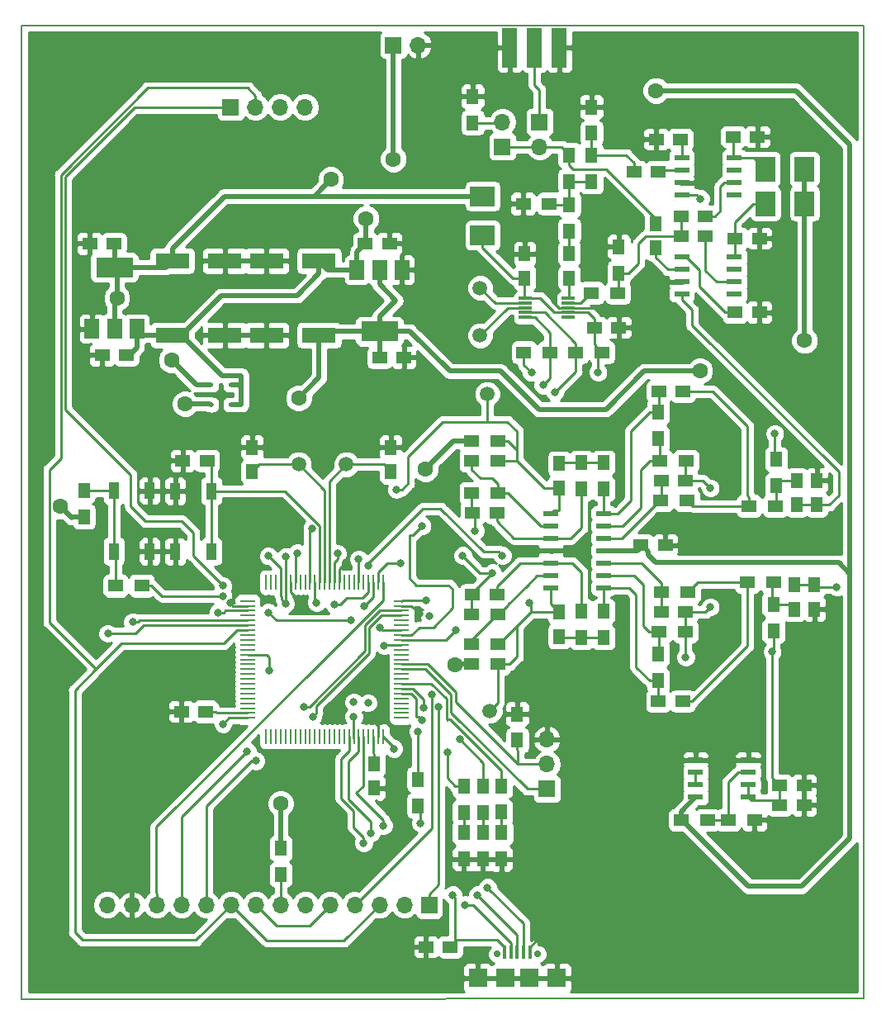
<source format=gtl>
G04 #@! TF.GenerationSoftware,KiCad,Pcbnew,(5.0.1)-3*
G04 #@! TF.CreationDate,2018-12-03T23:59:26+01:00*
G04 #@! TF.ProjectId,antennaanalyzernx,616E74656E6E61616E616C797A65726E,rev?*
G04 #@! TF.SameCoordinates,Original*
G04 #@! TF.FileFunction,Copper,L1,Top,Signal*
G04 #@! TF.FilePolarity,Positive*
%FSLAX46Y46*%
G04 Gerber Fmt 4.6, Leading zero omitted, Abs format (unit mm)*
G04 Created by KiCad (PCBNEW (5.0.1)-3) date 2018-12-03 23:59:26*
%MOMM*%
%LPD*%
G01*
G04 APERTURE LIST*
G04 #@! TA.AperFunction,NonConductor*
%ADD10C,0.150000*%
G04 #@! TD*
G04 #@! TA.AperFunction,SMDPad,CuDef*
%ADD11R,1.500000X0.280000*%
G04 #@! TD*
G04 #@! TA.AperFunction,SMDPad,CuDef*
%ADD12R,0.280000X1.500000*%
G04 #@! TD*
G04 #@! TA.AperFunction,ComponentPad*
%ADD13R,1.700000X1.700000*%
G04 #@! TD*
G04 #@! TA.AperFunction,ComponentPad*
%ADD14O,1.700000X1.700000*%
G04 #@! TD*
G04 #@! TA.AperFunction,SMDPad,CuDef*
%ADD15R,1.300000X1.500000*%
G04 #@! TD*
G04 #@! TA.AperFunction,SMDPad,CuDef*
%ADD16R,1.500000X1.300000*%
G04 #@! TD*
G04 #@! TA.AperFunction,SMDPad,CuDef*
%ADD17R,1.550000X0.600000*%
G04 #@! TD*
G04 #@! TA.AperFunction,SMDPad,CuDef*
%ADD18R,1.250000X1.500000*%
G04 #@! TD*
G04 #@! TA.AperFunction,SMDPad,CuDef*
%ADD19R,1.500000X1.250000*%
G04 #@! TD*
G04 #@! TA.AperFunction,SMDPad,CuDef*
%ADD20R,2.000000X2.500000*%
G04 #@! TD*
G04 #@! TA.AperFunction,SMDPad,CuDef*
%ADD21R,2.500000X2.000000*%
G04 #@! TD*
G04 #@! TA.AperFunction,SMDPad,CuDef*
%ADD22R,1.524000X4.064000*%
G04 #@! TD*
G04 #@! TA.AperFunction,SMDPad,CuDef*
%ADD23R,1.400000X0.300000*%
G04 #@! TD*
G04 #@! TA.AperFunction,SMDPad,CuDef*
%ADD24R,3.500000X1.600000*%
G04 #@! TD*
G04 #@! TA.AperFunction,SMDPad,CuDef*
%ADD25R,0.600000X0.450000*%
G04 #@! TD*
G04 #@! TA.AperFunction,SMDPad,CuDef*
%ADD26R,3.800000X2.000000*%
G04 #@! TD*
G04 #@! TA.AperFunction,SMDPad,CuDef*
%ADD27R,1.500000X2.000000*%
G04 #@! TD*
G04 #@! TA.AperFunction,BGAPad,CuDef*
%ADD28C,1.500000*%
G04 #@! TD*
G04 #@! TA.AperFunction,SMDPad,CuDef*
%ADD29R,1.100000X1.800000*%
G04 #@! TD*
G04 #@! TA.AperFunction,SMDPad,CuDef*
%ADD30R,1.500000X0.600000*%
G04 #@! TD*
G04 #@! TA.AperFunction,ComponentPad*
%ADD31C,1.500000*%
G04 #@! TD*
G04 #@! TA.AperFunction,SMDPad,CuDef*
%ADD32R,0.400000X1.350000*%
G04 #@! TD*
G04 #@! TA.AperFunction,SMDPad,CuDef*
%ADD33R,1.900000X1.900000*%
G04 #@! TD*
G04 #@! TA.AperFunction,ComponentPad*
%ADD34C,0.700000*%
G04 #@! TD*
G04 #@! TA.AperFunction,ViaPad*
%ADD35C,0.800000*%
G04 #@! TD*
G04 #@! TA.AperFunction,ViaPad*
%ADD36C,1.600000*%
G04 #@! TD*
G04 #@! TA.AperFunction,Conductor*
%ADD37C,0.250000*%
G04 #@! TD*
G04 #@! TA.AperFunction,Conductor*
%ADD38C,0.500000*%
G04 #@! TD*
G04 #@! TA.AperFunction,Conductor*
%ADD39C,0.254000*%
G04 #@! TD*
G04 APERTURE END LIST*
D10*
X21336000Y-119811800D02*
X21336000Y-19989800D01*
X107696000Y-119781800D02*
X21336000Y-119811800D01*
X107696000Y-19989800D02*
X107696000Y-119781800D01*
X21336000Y-19989800D02*
X107696000Y-19989800D01*
D11*
G04 #@! TO.P,U4,100*
G04 #@! TO.N,3.3V*
X60282500Y-79007800D03*
G04 #@! TO.P,U4,99*
G04 #@! TO.N,GND*
X60282500Y-79507800D03*
G04 #@! TO.P,U4,98*
G04 #@! TO.N,TFT_RESET*
X60282500Y-80007800D03*
G04 #@! TO.P,U4,97*
G04 #@! TO.N,TFT_DC*
X60282500Y-80507800D03*
G04 #@! TO.P,U4,96*
G04 #@! TO.N,N/C*
X60282500Y-81007800D03*
G04 #@! TO.P,U4,95*
X60282500Y-81507800D03*
G04 #@! TO.P,U4,94*
G04 #@! TO.N,BOOT0*
X60282500Y-82007800D03*
G04 #@! TO.P,U4,93*
G04 #@! TO.N,SDA*
X60282500Y-82507800D03*
G04 #@! TO.P,U4,92*
G04 #@! TO.N,SCL*
X60282500Y-83007800D03*
G04 #@! TO.P,U4,91*
G04 #@! TO.N,Net-(R9-Pad1)*
X60282500Y-83507800D03*
G04 #@! TO.P,U4,90*
G04 #@! TO.N,N/C*
X60282500Y-84007800D03*
G04 #@! TO.P,U4,89*
X60282500Y-84507800D03*
G04 #@! TO.P,U4,88*
X60282500Y-85007800D03*
G04 #@! TO.P,U4,87*
G04 #@! TO.N,RX*
X60282500Y-85507800D03*
G04 #@! TO.P,U4,86*
G04 #@! TO.N,TX*
X60282500Y-86007800D03*
G04 #@! TO.P,U4,85*
G04 #@! TO.N,N/C*
X60282500Y-86507800D03*
G04 #@! TO.P,U4,84*
X60282500Y-87007800D03*
G04 #@! TO.P,U4,83*
G04 #@! TO.N,STATUS_3*
X60282500Y-87507800D03*
G04 #@! TO.P,U4,82*
G04 #@! TO.N,STATUS_2*
X60282500Y-88007800D03*
G04 #@! TO.P,U4,81*
G04 #@! TO.N,STATUS_1*
X60282500Y-88507800D03*
G04 #@! TO.P,U4,80*
G04 #@! TO.N,N/C*
X60282500Y-89007800D03*
G04 #@! TO.P,U4,79*
X60282500Y-89507800D03*
G04 #@! TO.P,U4,78*
X60282500Y-90007800D03*
G04 #@! TO.P,U4,77*
X60282500Y-90507800D03*
G04 #@! TO.P,U4,76*
X60282500Y-91007800D03*
D12*
G04 #@! TO.P,U4,75*
G04 #@! TO.N,3.3V*
X58382500Y-92907800D03*
G04 #@! TO.P,U4,74*
G04 #@! TO.N,GND*
X57882500Y-92907800D03*
G04 #@! TO.P,U4,73*
G04 #@! TO.N,VCAP_2*
X57382500Y-92907800D03*
G04 #@! TO.P,U4,72*
G04 #@! TO.N,N/C*
X56882500Y-92907800D03*
G04 #@! TO.P,U4,71*
G04 #@! TO.N,USB_DP*
X56382500Y-92907800D03*
G04 #@! TO.P,U4,70*
G04 #@! TO.N,USB_DM*
X55882500Y-92907800D03*
G04 #@! TO.P,U4,69*
G04 #@! TO.N,USB_ID*
X55382500Y-92907800D03*
G04 #@! TO.P,U4,68*
G04 #@! TO.N,VBUS*
X54882500Y-92907800D03*
G04 #@! TO.P,U4,67*
G04 #@! TO.N,N/C*
X54382500Y-92907800D03*
G04 #@! TO.P,U4,66*
X53882500Y-92907800D03*
G04 #@! TO.P,U4,65*
X53382500Y-92907800D03*
G04 #@! TO.P,U4,64*
X52882500Y-92907800D03*
G04 #@! TO.P,U4,63*
X52382500Y-92907800D03*
G04 #@! TO.P,U4,62*
X51882500Y-92907800D03*
G04 #@! TO.P,U4,61*
X51382500Y-92907800D03*
G04 #@! TO.P,U4,60*
X50882500Y-92907800D03*
G04 #@! TO.P,U4,59*
X50382500Y-92907800D03*
G04 #@! TO.P,U4,58*
X49882500Y-92907800D03*
G04 #@! TO.P,U4,57*
X49382500Y-92907800D03*
G04 #@! TO.P,U4,56*
X48882500Y-92907800D03*
G04 #@! TO.P,U4,55*
X48382500Y-92907800D03*
G04 #@! TO.P,U4,54*
X47882500Y-92907800D03*
G04 #@! TO.P,U4,53*
X47382500Y-92907800D03*
G04 #@! TO.P,U4,52*
X46882500Y-92907800D03*
G04 #@! TO.P,U4,51*
X46382500Y-92907800D03*
D11*
G04 #@! TO.P,U4,50*
G04 #@! TO.N,3.3V*
X44482500Y-91007800D03*
G04 #@! TO.P,U4,49*
G04 #@! TO.N,VCAP_1*
X44482500Y-90507800D03*
G04 #@! TO.P,U4,48*
G04 #@! TO.N,N/C*
X44482500Y-90007800D03*
G04 #@! TO.P,U4,47*
X44482500Y-89507800D03*
G04 #@! TO.P,U4,46*
X44482500Y-89007800D03*
G04 #@! TO.P,U4,45*
X44482500Y-88507800D03*
G04 #@! TO.P,U4,44*
G04 #@! TO.N,PE13*
X44482500Y-88007800D03*
G04 #@! TO.P,U4,43*
G04 #@! TO.N,PE12*
X44482500Y-87507800D03*
G04 #@! TO.P,U4,42*
G04 #@! TO.N,PE11*
X44482500Y-87007800D03*
G04 #@! TO.P,U4,41*
G04 #@! TO.N,PE10*
X44482500Y-86507800D03*
G04 #@! TO.P,U4,40*
G04 #@! TO.N,PE9*
X44482500Y-86007800D03*
G04 #@! TO.P,U4,39*
G04 #@! TO.N,PE8*
X44482500Y-85507800D03*
G04 #@! TO.P,U4,38*
G04 #@! TO.N,PE7*
X44482500Y-85007800D03*
G04 #@! TO.P,U4,37*
G04 #@! TO.N,Net-(R8-Pad1)*
X44482500Y-84507800D03*
G04 #@! TO.P,U4,36*
G04 #@! TO.N,N/C*
X44482500Y-84007800D03*
G04 #@! TO.P,U4,35*
X44482500Y-83507800D03*
G04 #@! TO.P,U4,34*
X44482500Y-83007800D03*
G04 #@! TO.P,U4,33*
X44482500Y-82507800D03*
G04 #@! TO.P,U4,32*
G04 #@! TO.N,MOSI*
X44482500Y-82007800D03*
G04 #@! TO.P,U4,31*
G04 #@! TO.N,MISO*
X44482500Y-81507800D03*
G04 #@! TO.P,U4,30*
G04 #@! TO.N,SCK*
X44482500Y-81007800D03*
G04 #@! TO.P,U4,29*
G04 #@! TO.N,N/C*
X44482500Y-80507800D03*
G04 #@! TO.P,U4,28*
G04 #@! TO.N,3.3V*
X44482500Y-80007800D03*
G04 #@! TO.P,U4,27*
G04 #@! TO.N,GND*
X44482500Y-79507800D03*
G04 #@! TO.P,U4,26*
G04 #@! TO.N,N/C*
X44482500Y-79007800D03*
D12*
G04 #@! TO.P,U4,25*
X46382500Y-77107800D03*
G04 #@! TO.P,U4,24*
X46882500Y-77107800D03*
G04 #@! TO.P,U4,23*
X47382500Y-77107800D03*
G04 #@! TO.P,U4,22*
G04 #@! TO.N,3.3V*
X47882500Y-77107800D03*
G04 #@! TO.P,U4,21*
X48382500Y-77107800D03*
G04 #@! TO.P,U4,20*
G04 #@! TO.N,GND*
X48882500Y-77107800D03*
G04 #@! TO.P,U4,19*
G04 #@! TO.N,3.3V*
X49382500Y-77107800D03*
G04 #@! TO.P,U4,18*
G04 #@! TO.N,N/C*
X49882500Y-77107800D03*
G04 #@! TO.P,U4,17*
X50382500Y-77107800D03*
G04 #@! TO.P,U4,16*
G04 #@! TO.N,Filtered_VI*
X50882500Y-77107800D03*
G04 #@! TO.P,U4,15*
G04 #@! TO.N,Filtered_VV*
X51382500Y-77107800D03*
G04 #@! TO.P,U4,14*
G04 #@! TO.N,NRST*
X51882500Y-77107800D03*
G04 #@! TO.P,U4,13*
G04 #@! TO.N,OSC2*
X52382500Y-77107800D03*
G04 #@! TO.P,U4,12*
G04 #@! TO.N,OSC1*
X52882500Y-77107800D03*
G04 #@! TO.P,U4,11*
G04 #@! TO.N,3.3V*
X53382500Y-77107800D03*
G04 #@! TO.P,U4,10*
G04 #@! TO.N,GND*
X53882500Y-77107800D03*
G04 #@! TO.P,U4,9*
G04 #@! TO.N,N/C*
X54382500Y-77107800D03*
G04 #@! TO.P,U4,8*
X54882500Y-77107800D03*
G04 #@! TO.P,U4,7*
X55382500Y-77107800D03*
G04 #@! TO.P,U4,6*
G04 #@! TO.N,3.3V*
X55882500Y-77107800D03*
G04 #@! TO.P,U4,5*
G04 #@! TO.N,PE6*
X56382500Y-77107800D03*
G04 #@! TO.P,U4,4*
G04 #@! TO.N,SD_CS*
X56882500Y-77107800D03*
G04 #@! TO.P,U4,3*
G04 #@! TO.N,TOUCH_CS*
X57382500Y-77107800D03*
G04 #@! TO.P,U4,2*
G04 #@! TO.N,TOUCH_IRQ*
X57882500Y-77107800D03*
G04 #@! TO.P,U4,1*
G04 #@! TO.N,TFT_CS*
X58382500Y-77107800D03*
G04 #@! TD*
D13*
G04 #@! TO.P,JP1,1*
G04 #@! TO.N,Net-(J2-Pad1)*
X74422000Y-29895800D03*
D14*
G04 #@! TO.P,JP1,2*
G04 #@! TO.N,VI*
X74422000Y-32435800D03*
G04 #@! TD*
G04 #@! TO.P,JP2,2*
G04 #@! TO.N,Net-(JP2-Pad2)*
X70612000Y-29895800D03*
D13*
G04 #@! TO.P,JP2,1*
G04 #@! TO.N,VI*
X70612000Y-32435800D03*
G04 #@! TD*
D15*
G04 #@! TO.P,R26,2*
G04 #@! TO.N,Net-(C28-Pad2)*
X78715007Y-82762258D03*
G04 #@! TO.P,R26,1*
G04 #@! TO.N,Net-(C35-Pad1)*
X78715007Y-80062258D03*
G04 #@! TD*
D16*
G04 #@! TO.P,R31,1*
G04 #@! TO.N,Net-(R28-Pad2)*
X86683007Y-82174258D03*
G04 #@! TO.P,R31,2*
G04 #@! TO.N,1.65V*
X89383007Y-82174258D03*
G04 #@! TD*
D17*
G04 #@! TO.P,U1,1*
G04 #@! TO.N,Net-(C1-Pad1)*
X88994000Y-43738800D03*
G04 #@! TO.P,U1,2*
G04 #@! TO.N,Net-(C4-Pad1)*
X88994000Y-45008800D03*
G04 #@! TO.P,U1,3*
G04 #@! TO.N,GND*
X88994000Y-46278800D03*
G04 #@! TO.P,U1,4*
G04 #@! TO.N,VI_IF*
X88994000Y-47548800D03*
G04 #@! TO.P,U1,5*
G04 #@! TO.N,N/C*
X94394000Y-47548800D03*
G04 #@! TO.P,U1,6*
G04 #@! TO.N,Net-(C5-Pad2)*
X94394000Y-46278800D03*
G04 #@! TO.P,U1,7*
G04 #@! TO.N,N/C*
X94394000Y-45008800D03*
G04 #@! TO.P,U1,8*
G04 #@! TO.N,Net-(C6-Pad1)*
X94394000Y-43738800D03*
G04 #@! TD*
D15*
G04 #@! TO.P,R2,2*
G04 #@! TO.N,Net-(C7-Pad1)*
X77470000Y-41071800D03*
G04 #@! TO.P,R2,1*
G04 #@! TO.N,Measurement_Frequency*
X77470000Y-38371800D03*
G04 #@! TD*
G04 #@! TO.P,R5,2*
G04 #@! TO.N,GND*
X82550000Y-42689800D03*
G04 #@! TO.P,R5,1*
G04 #@! TO.N,LO*
X82550000Y-45389800D03*
G04 #@! TD*
D18*
G04 #@! TO.P,C33,1*
G04 #@! TO.N,VV_IF*
X102591007Y-77348258D03*
G04 #@! TO.P,C33,2*
G04 #@! TO.N,GND*
X102591007Y-79848258D03*
G04 #@! TD*
D19*
G04 #@! TO.P,C36,2*
G04 #@! TO.N,3.3V*
X84811007Y-73284258D03*
G04 #@! TO.P,C36,1*
G04 #@! TO.N,GND*
X87311007Y-73284258D03*
G04 #@! TD*
G04 #@! TO.P,C37,1*
G04 #@! TO.N,1.65V*
X99034200Y-99941000D03*
G04 #@! TO.P,C37,2*
G04 #@! TO.N,GND*
X101534200Y-99941000D03*
G04 #@! TD*
G04 #@! TO.P,C38,2*
G04 #@! TO.N,GND*
X101534200Y-97909000D03*
G04 #@! TO.P,C38,1*
G04 #@! TO.N,1.65V*
X99034200Y-97909000D03*
G04 #@! TD*
G04 #@! TO.P,C39,1*
G04 #@! TO.N,Net-(C39-Pad1)*
X86629007Y-57536258D03*
G04 #@! TO.P,C39,2*
G04 #@! TO.N,Net-(C39-Pad2)*
X89129007Y-57536258D03*
G04 #@! TD*
G04 #@! TO.P,C42,1*
G04 #@! TO.N,VIN*
X32057400Y-53803800D03*
G04 #@! TO.P,C42,2*
G04 #@! TO.N,GND*
X29557400Y-53803800D03*
G04 #@! TD*
G04 #@! TO.P,C1,2*
G04 #@! TO.N,GND*
X96956000Y-49421800D03*
G04 #@! TO.P,C1,1*
G04 #@! TO.N,Net-(C1-Pad1)*
X94456000Y-49421800D03*
G04 #@! TD*
D18*
G04 #@! TO.P,C4,1*
G04 #@! TO.N,Net-(C4-Pad1)*
X86360000Y-42809800D03*
G04 #@! TO.P,C4,2*
G04 #@! TO.N,VI*
X86360000Y-40309800D03*
G04 #@! TD*
G04 #@! TO.P,C40,2*
G04 #@! TO.N,Net-(C40-Pad2)*
X76429007Y-64922258D03*
G04 #@! TO.P,C40,1*
G04 #@! TO.N,Filtered_VI*
X76429007Y-67422258D03*
G04 #@! TD*
D19*
G04 #@! TO.P,C51,1*
G04 #@! TO.N,Net-(C51-Pad1)*
X86883007Y-66680258D03*
G04 #@! TO.P,C51,2*
G04 #@! TO.N,1.65V*
X89383007Y-66680258D03*
G04 #@! TD*
D18*
G04 #@! TO.P,C50,2*
G04 #@! TO.N,GND*
X102845007Y-66644258D03*
G04 #@! TO.P,C50,1*
G04 #@! TO.N,VI_IF*
X102845007Y-69144258D03*
G04 #@! TD*
G04 #@! TO.P,C49,1*
G04 #@! TO.N,Net-(C49-Pad1)*
X100813007Y-66650258D03*
G04 #@! TO.P,C49,2*
G04 #@! TO.N,VI_IF*
X100813007Y-69150258D03*
G04 #@! TD*
D19*
G04 #@! TO.P,C48,2*
G04 #@! TO.N,GND*
X60505400Y-54057800D03*
G04 #@! TO.P,C48,1*
G04 #@! TO.N,5V*
X58005400Y-54057800D03*
G04 #@! TD*
G04 #@! TO.P,C46,1*
G04 #@! TO.N,VIN*
X56521400Y-42373800D03*
G04 #@! TO.P,C46,2*
G04 #@! TO.N,GND*
X59021400Y-42373800D03*
G04 #@! TD*
G04 #@! TO.P,C44,2*
G04 #@! TO.N,GND*
X28287400Y-42373800D03*
G04 #@! TO.P,C44,1*
G04 #@! TO.N,3.3V*
X30787400Y-42373800D03*
G04 #@! TD*
G04 #@! TO.P,C34,1*
G04 #@! TO.N,Net-(C34-Pad1)*
X86883007Y-80142258D03*
G04 #@! TO.P,C34,2*
G04 #@! TO.N,1.65V*
X89383007Y-80142258D03*
G04 #@! TD*
D18*
G04 #@! TO.P,C2,2*
G04 #@! TO.N,GND*
X72898000Y-43397800D03*
G04 #@! TO.P,C2,1*
G04 #@! TO.N,Net-(C2-Pad1)*
X72898000Y-45897800D03*
G04 #@! TD*
D19*
G04 #@! TO.P,C5,1*
G04 #@! TO.N,LO*
X88940000Y-41579800D03*
G04 #@! TO.P,C5,2*
G04 #@! TO.N,Net-(C5-Pad2)*
X91440000Y-41579800D03*
G04 #@! TD*
G04 #@! TO.P,C6,2*
G04 #@! TO.N,GND*
X96988000Y-41833800D03*
G04 #@! TO.P,C6,1*
G04 #@! TO.N,Net-(C6-Pad1)*
X94488000Y-41833800D03*
G04 #@! TD*
D18*
G04 #@! TO.P,C7,1*
G04 #@! TO.N,Net-(C7-Pad1)*
X77470000Y-43397800D03*
G04 #@! TO.P,C7,2*
G04 #@! TO.N,Net-(C7-Pad2)*
X77470000Y-45897800D03*
G04 #@! TD*
G04 #@! TO.P,C30,1*
G04 #@! TO.N,Net-(C30-Pad1)*
X100559007Y-79848258D03*
G04 #@! TO.P,C30,2*
G04 #@! TO.N,VV_IF*
X100559007Y-77348258D03*
G04 #@! TD*
D19*
G04 #@! TO.P,C18,1*
G04 #@! TO.N,Net-(C18-Pad1)*
X86594000Y-34975800D03*
G04 #@! TO.P,C18,2*
G04 #@! TO.N,VV*
X84094000Y-34975800D03*
G04 #@! TD*
G04 #@! TO.P,C19,2*
G04 #@! TO.N,Net-(C19-Pad2)*
X91440000Y-39547800D03*
G04 #@! TO.P,C19,1*
G04 #@! TO.N,LO*
X88940000Y-39547800D03*
G04 #@! TD*
G04 #@! TO.P,C20,1*
G04 #@! TO.N,Net-(C20-Pad1)*
X94274000Y-31419800D03*
G04 #@! TO.P,C20,2*
G04 #@! TO.N,GND*
X96774000Y-31419800D03*
G04 #@! TD*
G04 #@! TO.P,C35,2*
G04 #@! TO.N,1.65V*
X67559007Y-78364258D03*
G04 #@! TO.P,C35,1*
G04 #@! TO.N,Net-(C35-Pad1)*
X70059007Y-78364258D03*
G04 #@! TD*
G04 #@! TO.P,C11,1*
G04 #@! TO.N,Net-(C11-Pad1)*
X88880000Y-31673800D03*
G04 #@! TO.P,C11,2*
G04 #@! TO.N,GND*
X86380000Y-31673800D03*
G04 #@! TD*
G04 #@! TO.P,C52,2*
G04 #@! TO.N,1.65V*
X67559007Y-69982258D03*
G04 #@! TO.P,C52,1*
G04 #@! TO.N,Net-(C52-Pad1)*
X70059007Y-69982258D03*
G04 #@! TD*
D18*
G04 #@! TO.P,C28,2*
G04 #@! TO.N,Net-(C28-Pad2)*
X76429007Y-82642258D03*
G04 #@! TO.P,C28,1*
G04 #@! TO.N,Filtered_VV*
X76429007Y-80142258D03*
G04 #@! TD*
D19*
G04 #@! TO.P,C27,2*
G04 #@! TO.N,Net-(C27-Pad2)*
X89089007Y-89286258D03*
G04 #@! TO.P,C27,1*
G04 #@! TO.N,Net-(C27-Pad1)*
X86589007Y-89286258D03*
G04 #@! TD*
G04 #@! TO.P,C3,1*
G04 #@! TO.N,Net-(C2-Pad1)*
X80050000Y-50977800D03*
G04 #@! TO.P,C3,2*
G04 #@! TO.N,GND*
X82550000Y-50977800D03*
G04 #@! TD*
D20*
G04 #@! TO.P,L1,2*
G04 #@! TO.N,Net-(C6-Pad1)*
X97600000Y-38277800D03*
G04 #@! TO.P,L1,1*
G04 #@! TO.N,5V*
X101600000Y-38277800D03*
G04 #@! TD*
D21*
G04 #@! TO.P,L2,1*
G04 #@! TO.N,3.3V*
X68580000Y-37515800D03*
G04 #@! TO.P,L2,2*
G04 #@! TO.N,Net-(C2-Pad1)*
X68580000Y-41515800D03*
G04 #@! TD*
D20*
G04 #@! TO.P,L3,2*
G04 #@! TO.N,Net-(C20-Pad1)*
X97568000Y-34721800D03*
G04 #@! TO.P,L3,1*
G04 #@! TO.N,5V*
X101568000Y-34721800D03*
G04 #@! TD*
D16*
G04 #@! TO.P,R44,1*
G04 #@! TO.N,Net-(R42-Pad2)*
X70159007Y-67950258D03*
G04 #@! TO.P,R44,2*
G04 #@! TO.N,1.65V*
X67459007Y-67950258D03*
G04 #@! TD*
G04 #@! TO.P,R43,2*
G04 #@! TO.N,1.65V*
X89463007Y-64648258D03*
G04 #@! TO.P,R43,1*
G04 #@! TO.N,Net-(R41-Pad2)*
X86763007Y-64648258D03*
G04 #@! TD*
G04 #@! TO.P,R42,1*
G04 #@! TO.N,Filtered_VI*
X70159007Y-64648258D03*
G04 #@! TO.P,R42,2*
G04 #@! TO.N,Net-(R42-Pad2)*
X67459007Y-64648258D03*
G04 #@! TD*
D15*
G04 #@! TO.P,R41,2*
G04 #@! TO.N,Net-(R41-Pad2)*
X86589007Y-62362258D03*
G04 #@! TO.P,R41,1*
G04 #@! TO.N,Net-(C39-Pad1)*
X86589007Y-59662258D03*
G04 #@! TD*
G04 #@! TO.P,R34,2*
G04 #@! TO.N,Net-(C49-Pad1)*
X98699007Y-67188258D03*
G04 #@! TO.P,R34,1*
G04 #@! TO.N,1.65V*
X98699007Y-64488258D03*
G04 #@! TD*
G04 #@! TO.P,R38,1*
G04 #@! TO.N,Net-(C52-Pad1)*
X78715007Y-67522258D03*
G04 #@! TO.P,R38,2*
G04 #@! TO.N,Net-(C40-Pad2)*
X78715007Y-64822258D03*
G04 #@! TD*
D16*
G04 #@! TO.P,R36,2*
G04 #@! TO.N,Net-(C39-Pad2)*
X89543007Y-68712258D03*
G04 #@! TO.P,R36,1*
G04 #@! TO.N,Net-(C51-Pad1)*
X86843007Y-68712258D03*
G04 #@! TD*
G04 #@! TO.P,R35,1*
G04 #@! TO.N,Net-(C39-Pad2)*
X95909007Y-69274258D03*
G04 #@! TO.P,R35,2*
G04 #@! TO.N,Net-(C49-Pad1)*
X98609007Y-69274258D03*
G04 #@! TD*
G04 #@! TO.P,R4,1*
G04 #@! TO.N,LO*
X82456000Y-47421800D03*
G04 #@! TO.P,R4,2*
G04 #@! TO.N,Net-(R4-Pad2)*
X79756000Y-47421800D03*
G04 #@! TD*
G04 #@! TO.P,R1,2*
G04 #@! TO.N,GND*
X72738000Y-38277800D03*
G04 #@! TO.P,R1,1*
G04 #@! TO.N,Measurement_Frequency*
X75438000Y-38277800D03*
G04 #@! TD*
D15*
G04 #@! TO.P,R10,1*
G04 #@! TO.N,Measurement_Frequency*
X77470000Y-36005800D03*
G04 #@! TO.P,R10,2*
G04 #@! TO.N,VI*
X77470000Y-33305800D03*
G04 #@! TD*
D16*
G04 #@! TO.P,R23,1*
G04 #@! TO.N,Net-(C27-Pad2)*
X95733007Y-77094258D03*
G04 #@! TO.P,R23,2*
G04 #@! TO.N,Net-(C30-Pad1)*
X98433007Y-77094258D03*
G04 #@! TD*
D15*
G04 #@! TO.P,R37,1*
G04 #@! TO.N,Net-(C40-Pad2)*
X81001007Y-64822258D03*
G04 #@! TO.P,R37,2*
G04 #@! TO.N,Net-(C39-Pad1)*
X81001007Y-67522258D03*
G04 #@! TD*
D16*
G04 #@! TO.P,R6,2*
G04 #@! TO.N,Net-(C2-Pad1)*
X80852000Y-53517800D03*
G04 #@! TO.P,R6,1*
G04 #@! TO.N,SCL*
X78152000Y-53517800D03*
G04 #@! TD*
G04 #@! TO.P,R7,1*
G04 #@! TO.N,SDA*
X75518000Y-53517800D03*
G04 #@! TO.P,R7,2*
G04 #@! TO.N,Net-(C2-Pad1)*
X72818000Y-53517800D03*
G04 #@! TD*
D15*
G04 #@! TO.P,R25,1*
G04 #@! TO.N,Net-(C28-Pad2)*
X81001007Y-82762258D03*
G04 #@! TO.P,R25,2*
G04 #@! TO.N,Net-(C27-Pad1)*
X81001007Y-80062258D03*
G04 #@! TD*
G04 #@! TO.P,R11,2*
G04 #@! TO.N,VV*
X79756000Y-33305800D03*
G04 #@! TO.P,R11,1*
G04 #@! TO.N,Measurement_Frequency*
X79756000Y-36005800D03*
G04 #@! TD*
G04 #@! TO.P,R15,2*
G04 #@! TO.N,GND*
X79756000Y-28371800D03*
G04 #@! TO.P,R15,1*
G04 #@! TO.N,VV*
X79756000Y-31071800D03*
G04 #@! TD*
G04 #@! TO.P,R16,1*
G04 #@! TO.N,Net-(JP2-Pad2)*
X67564000Y-29975800D03*
G04 #@! TO.P,R16,2*
G04 #@! TO.N,GND*
X67564000Y-27275800D03*
G04 #@! TD*
G04 #@! TO.P,R22,2*
G04 #@! TO.N,Net-(C30-Pad1)*
X98415007Y-79380258D03*
G04 #@! TO.P,R22,1*
G04 #@! TO.N,1.65V*
X98415007Y-82080258D03*
G04 #@! TD*
D16*
G04 #@! TO.P,R24,2*
G04 #@! TO.N,Net-(C27-Pad2)*
X89637007Y-78110258D03*
G04 #@! TO.P,R24,1*
G04 #@! TO.N,Net-(C34-Pad1)*
X86937007Y-78110258D03*
G04 #@! TD*
G04 #@! TO.P,R27,1*
G04 #@! TO.N,3.3V*
X88928200Y-101465000D03*
G04 #@! TO.P,R27,2*
G04 #@! TO.N,Net-(R27-Pad2)*
X91628200Y-101465000D03*
G04 #@! TD*
D15*
G04 #@! TO.P,R28,1*
G04 #@! TO.N,Net-(C27-Pad1)*
X86589007Y-87160258D03*
G04 #@! TO.P,R28,2*
G04 #@! TO.N,Net-(R28-Pad2)*
X86589007Y-84460258D03*
G04 #@! TD*
D16*
G04 #@! TO.P,R29,1*
G04 #@! TO.N,Filtered_VV*
X70159007Y-83444258D03*
G04 #@! TO.P,R29,2*
G04 #@! TO.N,Net-(R29-Pad2)*
X67459007Y-83444258D03*
G04 #@! TD*
G04 #@! TO.P,R30,2*
G04 #@! TO.N,GND*
X96454200Y-101465000D03*
G04 #@! TO.P,R30,1*
G04 #@! TO.N,Net-(R27-Pad2)*
X93754200Y-101465000D03*
G04 #@! TD*
G04 #@! TO.P,R32,2*
G04 #@! TO.N,1.65V*
X67459007Y-80396258D03*
G04 #@! TO.P,R32,1*
G04 #@! TO.N,Net-(R29-Pad2)*
X70159007Y-80396258D03*
G04 #@! TD*
D22*
G04 #@! TO.P,J2,1*
G04 #@! TO.N,Net-(J2-Pad1)*
X73914000Y-22275800D03*
G04 #@! TO.P,J2,2*
G04 #@! TO.N,GND*
X76454000Y-22275800D03*
X71374000Y-22275800D03*
G04 #@! TD*
D23*
G04 #@! TO.P,U2,10*
G04 #@! TO.N,Net-(C7-Pad2)*
X77384000Y-47945800D03*
G04 #@! TO.P,U2,9*
G04 #@! TO.N,Net-(R4-Pad2)*
X77384000Y-48445800D03*
G04 #@! TO.P,U2,8*
G04 #@! TO.N,GND*
X77384000Y-48945800D03*
G04 #@! TO.P,U2,7*
G04 #@! TO.N,Net-(C2-Pad1)*
X77384000Y-49445800D03*
G04 #@! TO.P,U2,6*
G04 #@! TO.N,N/C*
X77384000Y-49945800D03*
G04 #@! TO.P,U2,5*
G04 #@! TO.N,SDA*
X72984000Y-49945800D03*
G04 #@! TO.P,U2,4*
G04 #@! TO.N,SCL*
X72984000Y-49445800D03*
G04 #@! TO.P,U2,3*
G04 #@! TO.N,Net-(U2-Pad3)*
X72984000Y-48945800D03*
G04 #@! TO.P,U2,2*
G04 #@! TO.N,Net-(U2-Pad2)*
X72984000Y-48445800D03*
G04 #@! TO.P,U2,1*
G04 #@! TO.N,Net-(C2-Pad1)*
X72984000Y-47945800D03*
G04 #@! TD*
D24*
G04 #@! TO.P,C47,1*
G04 #@! TO.N,5V*
X51815400Y-51771800D03*
G04 #@! TO.P,C47,2*
G04 #@! TO.N,GND*
X46415400Y-51771800D03*
G04 #@! TD*
G04 #@! TO.P,C45,2*
G04 #@! TO.N,GND*
X46415400Y-44151800D03*
G04 #@! TO.P,C45,1*
G04 #@! TO.N,VIN*
X51815400Y-44151800D03*
G04 #@! TD*
G04 #@! TO.P,C43,1*
G04 #@! TO.N,3.3V*
X36763400Y-44151800D03*
G04 #@! TO.P,C43,2*
G04 #@! TO.N,GND*
X42163400Y-44151800D03*
G04 #@! TD*
G04 #@! TO.P,C41,2*
G04 #@! TO.N,GND*
X42163400Y-51771800D03*
G04 #@! TO.P,C41,1*
G04 #@! TO.N,VIN*
X36763400Y-51771800D03*
G04 #@! TD*
D25*
G04 #@! TO.P,D4,1*
G04 #@! TO.N,VIN*
X42799400Y-56851800D03*
G04 #@! TO.P,D4,2*
G04 #@! TO.N,3.3V*
X40699400Y-56851800D03*
G04 #@! TD*
G04 #@! TO.P,D5,1*
G04 #@! TO.N,VIN*
X42799400Y-58883800D03*
G04 #@! TO.P,D5,2*
G04 #@! TO.N,5V*
X40699400Y-58883800D03*
G04 #@! TD*
D17*
G04 #@! TO.P,U3,1*
G04 #@! TO.N,Net-(C11-Pad1)*
X88994000Y-33578800D03*
G04 #@! TO.P,U3,2*
G04 #@! TO.N,Net-(C18-Pad1)*
X88994000Y-34848800D03*
G04 #@! TO.P,U3,3*
G04 #@! TO.N,GND*
X88994000Y-36118800D03*
G04 #@! TO.P,U3,4*
G04 #@! TO.N,VV_IF*
X88994000Y-37388800D03*
G04 #@! TO.P,U3,5*
G04 #@! TO.N,N/C*
X94394000Y-37388800D03*
G04 #@! TO.P,U3,6*
G04 #@! TO.N,Net-(C19-Pad2)*
X94394000Y-36118800D03*
G04 #@! TO.P,U3,7*
G04 #@! TO.N,N/C*
X94394000Y-34848800D03*
G04 #@! TO.P,U3,8*
G04 #@! TO.N,Net-(C20-Pad1)*
X94394000Y-33578800D03*
G04 #@! TD*
D26*
G04 #@! TO.P,U7,2*
G04 #@! TO.N,3.3V*
X30827400Y-44811800D03*
D27*
X30827400Y-51111800D03*
G04 #@! TO.P,U7,3*
G04 #@! TO.N,VIN*
X33127400Y-51111800D03*
G04 #@! TO.P,U7,1*
G04 #@! TO.N,GND*
X28527400Y-51111800D03*
G04 #@! TD*
G04 #@! TO.P,U8,1*
G04 #@! TO.N,GND*
X60305400Y-45065800D03*
G04 #@! TO.P,U8,3*
G04 #@! TO.N,VIN*
X55705400Y-45065800D03*
G04 #@! TO.P,U8,2*
G04 #@! TO.N,5V*
X58005400Y-45065800D03*
D26*
X58005400Y-51365800D03*
G04 #@! TD*
D15*
G04 #@! TO.P,D1,1*
G04 #@! TO.N,Net-(D1-Pad1)*
X66662400Y-100672214D03*
G04 #@! TO.P,D1,2*
G04 #@! TO.N,STATUS_1*
X66662400Y-97972214D03*
G04 #@! TD*
G04 #@! TO.P,D2,2*
G04 #@! TO.N,STATUS_2*
X68592400Y-97982214D03*
G04 #@! TO.P,D2,1*
G04 #@! TO.N,Net-(D2-Pad1)*
X68592400Y-100682214D03*
G04 #@! TD*
G04 #@! TO.P,D3,2*
G04 #@! TO.N,STATUS_3*
X70472400Y-97962214D03*
G04 #@! TO.P,D3,1*
G04 #@! TO.N,Net-(D3-Pad1)*
X70472400Y-100662214D03*
G04 #@! TD*
D16*
G04 #@! TO.P,R20,2*
G04 #@! TO.N,Filtered_VV*
X70159007Y-85476258D03*
G04 #@! TO.P,R20,1*
G04 #@! TO.N,3.3V*
X67459007Y-85476258D03*
G04 #@! TD*
G04 #@! TO.P,R33,2*
G04 #@! TO.N,Filtered_VI*
X70159007Y-62616258D03*
G04 #@! TO.P,R33,1*
G04 #@! TO.N,3.3V*
X67459007Y-62616258D03*
G04 #@! TD*
D15*
G04 #@! TO.P,R12,2*
G04 #@! TO.N,GND*
X66652400Y-105462214D03*
G04 #@! TO.P,R12,1*
G04 #@! TO.N,Net-(D1-Pad1)*
X66652400Y-102762214D03*
G04 #@! TD*
G04 #@! TO.P,R13,1*
G04 #@! TO.N,Net-(D2-Pad1)*
X68592400Y-102762214D03*
G04 #@! TO.P,R13,2*
G04 #@! TO.N,GND*
X68592400Y-105462214D03*
G04 #@! TD*
G04 #@! TO.P,R14,1*
G04 #@! TO.N,Net-(D3-Pad1)*
X70512400Y-102772214D03*
G04 #@! TO.P,R14,2*
G04 #@! TO.N,GND*
X70512400Y-105472214D03*
G04 #@! TD*
D28*
G04 #@! TO.P,TP1,1*
G04 #@! TO.N,Filtered_VV*
X69317007Y-90302258D03*
G04 #@! TD*
G04 #@! TO.P,TP2,1*
G04 #@! TO.N,Filtered_VI*
X69063007Y-57790258D03*
G04 #@! TD*
D13*
G04 #@! TO.P,J5,1*
G04 #@! TO.N,VIN*
X59436000Y-22021800D03*
D14*
G04 #@! TO.P,J5,2*
G04 #@! TO.N,GND*
X61976000Y-22021800D03*
G04 #@! TD*
G04 #@! TO.P,J6,4*
G04 #@! TO.N,SCK*
X50366000Y-28381800D03*
G04 #@! TO.P,J6,3*
G04 #@! TO.N,MISO*
X47826000Y-28381800D03*
G04 #@! TO.P,J6,2*
G04 #@! TO.N,MOSI*
X45286000Y-28381800D03*
D13*
G04 #@! TO.P,J6,1*
G04 #@! TO.N,SD_CS*
X42746000Y-28381800D03*
G04 #@! TD*
D19*
G04 #@! TO.P,C8,2*
G04 #@! TO.N,GND*
X62778000Y-114477800D03*
G04 #@! TO.P,C8,1*
G04 #@! TO.N,VBUS*
X65278000Y-114477800D03*
G04 #@! TD*
G04 #@! TO.P,C9,1*
G04 #@! TO.N,VCAP_1*
X40190500Y-90341800D03*
G04 #@! TO.P,C9,2*
G04 #@! TO.N,GND*
X37690500Y-90341800D03*
G04 #@! TD*
D18*
G04 #@! TO.P,C10,2*
G04 #@! TO.N,GND*
X57462500Y-98195800D03*
G04 #@! TO.P,C10,1*
G04 #@! TO.N,VCAP_2*
X57462500Y-95695800D03*
G04 #@! TD*
D19*
G04 #@! TO.P,C29,1*
G04 #@! TO.N,NRST*
X40317500Y-64624300D03*
G04 #@! TO.P,C29,2*
G04 #@! TO.N,GND*
X37817500Y-64624300D03*
G04 #@! TD*
D18*
G04 #@! TO.P,C31,1*
G04 #@! TO.N,OSC1*
X59177000Y-65747300D03*
G04 #@! TO.P,C31,2*
G04 #@! TO.N,GND*
X59177000Y-63247300D03*
G04 #@! TD*
G04 #@! TO.P,C32,2*
G04 #@! TO.N,GND*
X44953000Y-63247300D03*
G04 #@! TO.P,C32,1*
G04 #@! TO.N,OSC2*
X44953000Y-65747300D03*
G04 #@! TD*
D14*
G04 #@! TO.P,J7,3*
G04 #@! TO.N,GND*
X75184000Y-93218000D03*
G04 #@! TO.P,J7,2*
G04 #@! TO.N,RX*
X75184000Y-95758000D03*
D13*
G04 #@! TO.P,J7,1*
G04 #@! TO.N,TX*
X75184000Y-98298000D03*
G04 #@! TD*
D15*
G04 #@! TO.P,R3,1*
G04 #@! TO.N,USB_ID*
X61976000Y-97299800D03*
G04 #@! TO.P,R3,2*
G04 #@! TO.N,Net-(J1-Pad4)*
X61976000Y-99999800D03*
G04 #@! TD*
G04 #@! TO.P,R17,2*
G04 #@! TO.N,Net-(R17-Pad2)*
X27711400Y-67665600D03*
G04 #@! TO.P,R17,1*
G04 #@! TO.N,3.3V*
X27711400Y-70365600D03*
G04 #@! TD*
G04 #@! TO.P,R18,1*
G04 #@! TO.N,RX*
X72136000Y-93301800D03*
G04 #@! TO.P,R18,2*
G04 #@! TO.N,GND*
X72136000Y-90601800D03*
G04 #@! TD*
D16*
G04 #@! TO.P,R19,1*
G04 #@! TO.N,Net-(R17-Pad2)*
X30933400Y-77444600D03*
G04 #@! TO.P,R19,2*
G04 #@! TO.N,BOOT0*
X33633400Y-77444600D03*
G04 #@! TD*
D15*
G04 #@! TO.P,R21,2*
G04 #@! TO.N,3.3V*
X47886000Y-104381800D03*
G04 #@! TO.P,R21,1*
G04 #@! TO.N,Net-(J4-Pad7)*
X47886000Y-107081800D03*
G04 #@! TD*
D29*
G04 #@! TO.P,SW1,2*
G04 #@! TO.N,GND*
X34459400Y-67716400D03*
X34459400Y-73916400D03*
G04 #@! TO.P,SW1,1*
G04 #@! TO.N,Net-(R17-Pad2)*
X30759400Y-67716400D03*
X30759400Y-73916400D03*
G04 #@! TD*
G04 #@! TO.P,SW2,1*
G04 #@! TO.N,NRST*
X40770500Y-67735800D03*
X40770500Y-73935800D03*
G04 #@! TO.P,SW2,2*
G04 #@! TO.N,GND*
X37070500Y-67735800D03*
X37070500Y-73935800D03*
G04 #@! TD*
D17*
G04 #@! TO.P,U5,8*
G04 #@! TO.N,3.3V*
X90414200Y-99120000D03*
G04 #@! TO.P,U5,7*
G04 #@! TO.N,Net-(U5-Pad6)*
X90414200Y-97850000D03*
G04 #@! TO.P,U5,6*
X90414200Y-96580000D03*
G04 #@! TO.P,U5,5*
G04 #@! TO.N,GND*
X90414200Y-95310000D03*
G04 #@! TO.P,U5,4*
X95814200Y-95310000D03*
G04 #@! TO.P,U5,3*
G04 #@! TO.N,Net-(R27-Pad2)*
X95814200Y-96580000D03*
G04 #@! TO.P,U5,2*
G04 #@! TO.N,1.65V*
X95814200Y-97850000D03*
G04 #@! TO.P,U5,1*
X95814200Y-99120000D03*
G04 #@! TD*
D30*
G04 #@! TO.P,U6,14*
G04 #@! TO.N,Filtered_VV*
X75573007Y-77670258D03*
G04 #@! TO.P,U6,13*
G04 #@! TO.N,Net-(R29-Pad2)*
X75573007Y-76400258D03*
G04 #@! TO.P,U6,12*
G04 #@! TO.N,Net-(C35-Pad1)*
X75573007Y-75130258D03*
G04 #@! TO.P,U6,11*
G04 #@! TO.N,GND*
X75573007Y-73860258D03*
G04 #@! TO.P,U6,10*
G04 #@! TO.N,Net-(C52-Pad1)*
X75573007Y-72590258D03*
G04 #@! TO.P,U6,9*
G04 #@! TO.N,Net-(R42-Pad2)*
X75573007Y-71320258D03*
G04 #@! TO.P,U6,8*
G04 #@! TO.N,Filtered_VI*
X75573007Y-70050258D03*
G04 #@! TO.P,U6,7*
G04 #@! TO.N,Net-(C39-Pad1)*
X80973007Y-70050258D03*
G04 #@! TO.P,U6,6*
G04 #@! TO.N,Net-(R41-Pad2)*
X80973007Y-71320258D03*
G04 #@! TO.P,U6,5*
G04 #@! TO.N,Net-(C51-Pad1)*
X80973007Y-72590258D03*
G04 #@! TO.P,U6,4*
G04 #@! TO.N,3.3V*
X80973007Y-73860258D03*
G04 #@! TO.P,U6,3*
G04 #@! TO.N,Net-(C34-Pad1)*
X80973007Y-75130258D03*
G04 #@! TO.P,U6,2*
G04 #@! TO.N,Net-(R28-Pad2)*
X80973007Y-76400258D03*
G04 #@! TO.P,U6,1*
G04 #@! TO.N,Net-(C27-Pad1)*
X80973007Y-77670258D03*
G04 #@! TD*
D31*
G04 #@! TO.P,Y1,1*
G04 #@! TO.N,Net-(U2-Pad2)*
X68326000Y-46913800D03*
G04 #@! TO.P,Y1,2*
G04 #@! TO.N,Net-(U2-Pad3)*
X68326000Y-51793800D03*
G04 #@! TD*
G04 #@! TO.P,Y2,2*
G04 #@! TO.N,OSC2*
X49725000Y-65005300D03*
G04 #@! TO.P,Y2,1*
G04 #@! TO.N,OSC1*
X54605000Y-65005300D03*
G04 #@! TD*
D14*
G04 #@! TO.P,J4,14*
G04 #@! TO.N,3.3V*
X30086000Y-110181800D03*
G04 #@! TO.P,J4,13*
G04 #@! TO.N,GND*
X32626000Y-110181800D03*
G04 #@! TO.P,J4,12*
G04 #@! TO.N,TFT_CS*
X35166000Y-110181800D03*
G04 #@! TO.P,J4,11*
G04 #@! TO.N,TFT_RESET*
X37706000Y-110181800D03*
G04 #@! TO.P,J4,10*
G04 #@! TO.N,TFT_DC*
X40246000Y-110181800D03*
G04 #@! TO.P,J4,9*
G04 #@! TO.N,MOSI*
X42786000Y-110181800D03*
G04 #@! TO.P,J4,8*
G04 #@! TO.N,SCK*
X45326000Y-110181800D03*
G04 #@! TO.P,J4,7*
G04 #@! TO.N,Net-(J4-Pad7)*
X47866000Y-110181800D03*
G04 #@! TO.P,J4,6*
G04 #@! TO.N,MISO*
X50406000Y-110181800D03*
G04 #@! TO.P,J4,5*
G04 #@! TO.N,SCK*
X52946000Y-110181800D03*
G04 #@! TO.P,J4,4*
G04 #@! TO.N,TOUCH_CS*
X55486000Y-110181800D03*
G04 #@! TO.P,J4,3*
G04 #@! TO.N,MOSI*
X58026000Y-110181800D03*
G04 #@! TO.P,J4,2*
G04 #@! TO.N,MISO*
X60566000Y-110181800D03*
D13*
G04 #@! TO.P,J4,1*
G04 #@! TO.N,TOUCH_IRQ*
X63106000Y-110181800D03*
G04 #@! TD*
D32*
G04 #@! TO.P,J1,3*
G04 #@! TO.N,USB_DP*
X72136000Y-114985800D03*
G04 #@! TO.P,J1,2*
G04 #@! TO.N,USB_DM*
X71486000Y-114985800D03*
G04 #@! TO.P,J1,4*
G04 #@! TO.N,Net-(J1-Pad4)*
X72786000Y-114985800D03*
G04 #@! TO.P,J1,5*
G04 #@! TO.N,GND*
X73436000Y-114985800D03*
G04 #@! TO.P,J1,1*
G04 #@! TO.N,VBUS*
X70836000Y-114985800D03*
D33*
G04 #@! TO.P,J1,6*
G04 #@! TO.N,GND*
X76186000Y-117660800D03*
X68086000Y-117660800D03*
X73336000Y-117660800D03*
X70936000Y-117660800D03*
D34*
G04 #@! TO.P,J1,*
G04 #@! TO.N,*
X70061000Y-115210800D03*
X74211000Y-115210800D03*
G04 #@! TD*
D35*
G04 #@! TO.N,*
X55372000Y-89382600D03*
X56845200Y-89458800D03*
X63144400Y-80594200D03*
G04 #@! TO.N,GND*
X62255400Y-75895200D03*
X44602400Y-75184000D03*
X42773600Y-76174600D03*
D36*
G04 #@! TO.N,VIN*
X59436000Y-33705800D03*
X56642000Y-39801800D03*
G04 #@! TO.N,5V*
X49733200Y-58216800D03*
X38074600Y-58801000D03*
X90855800Y-55422800D03*
X101600000Y-52324000D03*
G04 #@! TO.N,3.3V*
X36669400Y-54311800D03*
X31081400Y-47961800D03*
D35*
X41460500Y-80181800D03*
X41968500Y-91611800D03*
X59494500Y-94151800D03*
X62796500Y-78911800D03*
X49588500Y-74085800D03*
X48382000Y-74468966D03*
X46604000Y-74403300D03*
X53716000Y-74149300D03*
X55875000Y-74720800D03*
X48382000Y-79292800D03*
D36*
X47886000Y-99781800D03*
X25298400Y-69316600D03*
X86360000Y-26695400D03*
X53009800Y-35788600D03*
X62738000Y-65455800D03*
X65786000Y-85521800D03*
D35*
G04 #@! TO.N,Filtered_VV*
X73406000Y-79171800D03*
X70612000Y-74345800D03*
X56896000Y-75361800D03*
X51562000Y-79171800D03*
G04 #@! TO.N,SDA*
X62382400Y-71297800D03*
X74777600Y-56896000D03*
G04 #@! TO.N,SCL*
X75996800Y-57632600D03*
X65862200Y-81965800D03*
G04 #@! TO.N,Filtered_VI*
X51079400Y-71551800D03*
X59740800Y-67614800D03*
G04 #@! TO.N,Net-(C2-Pad1)*
X73583800Y-55600600D03*
X80416400Y-55575200D03*
G04 #@! TO.N,SCK*
X32689800Y-81153000D03*
G04 #@! TO.N,MISO*
X30149800Y-82346800D03*
G04 #@! TO.N,VV_IF*
X104877007Y-77602258D03*
X90932000Y-37769800D03*
G04 #@! TO.N,GND*
X53433400Y-48469800D03*
X45559400Y-49485800D03*
X51147400Y-40341800D03*
X91694000Y-32181800D03*
X25146000Y-22021800D03*
X32766000Y-22021800D03*
X40386000Y-22021800D03*
X48006000Y-22021800D03*
X83566000Y-22021800D03*
X93726000Y-22021800D03*
X101346000Y-22021800D03*
X101346000Y-29641800D03*
X93726000Y-29641800D03*
X83566000Y-29641800D03*
X63246000Y-29641800D03*
X55626000Y-29641800D03*
X37846000Y-29641800D03*
X25146000Y-29641800D03*
X32766000Y-41071800D03*
X31496000Y-60121800D03*
X58166000Y-58851800D03*
X64516000Y-43611800D03*
X39116000Y-70281800D03*
X36576000Y-76631800D03*
X27686000Y-72821800D03*
X27686000Y-77901800D03*
X22606000Y-88061800D03*
X31496000Y-89331800D03*
X30226000Y-96951800D03*
X23876000Y-100761800D03*
X23876000Y-117271800D03*
X30226000Y-117271800D03*
X36576000Y-117271800D03*
X42926000Y-117271800D03*
X49276000Y-117271800D03*
X55626000Y-117271800D03*
X60706000Y-117271800D03*
X81026000Y-117271800D03*
X88646000Y-117271800D03*
X93726000Y-117271800D03*
X101346000Y-117271800D03*
X101346000Y-112191800D03*
X93726000Y-112191800D03*
X88646000Y-112191800D03*
X81026000Y-112191800D03*
X88646000Y-107111800D03*
X81026000Y-107111800D03*
X81026000Y-102031800D03*
X81026000Y-96951800D03*
X87376000Y-96951800D03*
X87376000Y-93141800D03*
X81026000Y-93141800D03*
X102616000Y-91871800D03*
X102616000Y-85521800D03*
X96266000Y-90601800D03*
X92456000Y-84251800D03*
X101346000Y-72821800D03*
X94996000Y-72821800D03*
X91186000Y-61391800D03*
X103886000Y-57581800D03*
X94996000Y-58851800D03*
X87376000Y-51231800D03*
X100076000Y-43611800D03*
X103911400Y-44526200D03*
X81026000Y-39801800D03*
X86106000Y-47421800D03*
X74676000Y-62661800D03*
X79756000Y-61391800D03*
X78486000Y-74091800D03*
X32766000Y-71551800D03*
X35306000Y-65201800D03*
X58851800Y-100101400D03*
X60020200Y-100914200D03*
X53467000Y-106146600D03*
X52476400Y-100507800D03*
X43992800Y-100203000D03*
X42494200Y-105968800D03*
X58166000Y-86309200D03*
X51816000Y-95453200D03*
X41884600Y-88163400D03*
X34899600Y-85902800D03*
X57353200Y-91313000D03*
X62089500Y-80314800D03*
X42722800Y-79248000D03*
X50165000Y-79390300D03*
X42976800Y-69037200D03*
X42621200Y-65760600D03*
X54610000Y-75031600D03*
X56667400Y-69088000D03*
X58724800Y-70434200D03*
X65481200Y-67640200D03*
X64820800Y-65557400D03*
X64439800Y-72034400D03*
X64109600Y-73660000D03*
G04 #@! TO.N,VBUS*
X65532000Y-109143800D03*
X56388000Y-103809800D03*
G04 #@! TO.N,1.65V*
X91923007Y-67442258D03*
X91923007Y-79634258D03*
X98273007Y-84206258D03*
X98527007Y-61854258D03*
X89408000Y-84759800D03*
X69596000Y-76123800D03*
X66548000Y-74345800D03*
X67818000Y-71805800D03*
G04 #@! TO.N,Net-(J1-Pad4)*
X69088000Y-108381800D03*
X62230000Y-101777800D03*
G04 #@! TO.N,STATUS_1*
X62382400Y-91236800D03*
X64947800Y-94513400D03*
G04 #@! TO.N,STATUS_2*
X62560200Y-89941400D03*
X66217800Y-93218000D03*
G04 #@! TO.N,USB_DM*
X66802000Y-110159800D03*
X57150000Y-102793800D03*
G04 #@! TO.N,USB_DP*
X68072000Y-109143800D03*
X58420000Y-102031800D03*
G04 #@! TO.N,TFT_RESET*
X44450000Y-94411800D03*
X50266600Y-89839800D03*
G04 #@! TO.N,TFT_DC*
X45313600Y-95402400D03*
X51155600Y-90855800D03*
G04 #@! TO.N,TOUCH_CS*
X63347600Y-88595200D03*
X56413400Y-79552800D03*
G04 #@! TO.N,TOUCH_IRQ*
X64072600Y-89890600D03*
X60198000Y-75158600D03*
G04 #@! TO.N,SD_CS*
X41960800Y-77444600D03*
X53390800Y-79400400D03*
G04 #@! TO.N,USB_ID*
X61976000Y-92379800D03*
X55372000Y-90855800D03*
G04 #@! TO.N,Net-(R8-Pad1)*
X46686000Y-86181800D03*
G04 #@! TO.N,Net-(R9-Pad1)*
X58486000Y-83581800D03*
G04 #@! TO.N,BOOT0*
X41960800Y-78511400D03*
X46583600Y-80187800D03*
X55041800Y-81026000D03*
X58039000Y-81762600D03*
G04 #@! TD*
D37*
G04 #@! TO.N,STATUS_1*
X66662400Y-97872214D02*
X66662400Y-97972214D01*
G04 #@! TO.N,STATUS_2*
X68592400Y-97882214D02*
X68592400Y-97982214D01*
G04 #@! TO.N,STATUS_3*
X70472400Y-97862214D02*
X70472400Y-97962214D01*
D38*
G04 #@! TO.N,VIN*
X55705400Y-43189800D02*
X56521400Y-42373800D01*
X55705400Y-45065800D02*
X55705400Y-43189800D01*
X52729400Y-45065800D02*
X51815400Y-44151800D01*
X55705400Y-45065800D02*
X52729400Y-45065800D01*
X32057400Y-53803800D02*
X32351400Y-53803800D01*
X33127400Y-53027800D02*
X33127400Y-51111800D01*
X32351400Y-53803800D02*
X33127400Y-53027800D01*
X33787400Y-51771800D02*
X33127400Y-51111800D01*
X36763400Y-51771800D02*
X33787400Y-51771800D01*
X51815400Y-45451800D02*
X49559400Y-47707800D01*
X51815400Y-44151800D02*
X51815400Y-45451800D01*
X41777400Y-47707800D02*
X37713400Y-51771800D01*
X49559400Y-47707800D02*
X41777400Y-47707800D01*
X43861400Y-58883800D02*
X42799400Y-58883800D01*
X43599400Y-56851800D02*
X42799400Y-56851800D01*
X43861400Y-57113800D02*
X43599400Y-56851800D01*
X43861400Y-58883800D02*
X43861400Y-57113800D01*
X43861400Y-57113800D02*
X43861400Y-55915800D01*
X37713400Y-51771800D02*
X36763400Y-51771800D01*
X41857400Y-55915800D02*
X37713400Y-51771800D01*
X43861400Y-55915800D02*
X41857400Y-55915800D01*
X59436000Y-22021800D02*
X59436000Y-33705800D01*
X56642000Y-42253200D02*
X56521400Y-42373800D01*
X56642000Y-39801800D02*
X56642000Y-42253200D01*
G04 #@! TO.N,5V*
X52221400Y-51365800D02*
X51815400Y-51771800D01*
X58005400Y-51365800D02*
X52221400Y-51365800D01*
X58005400Y-54057800D02*
X58005400Y-51365800D01*
X101600000Y-34753800D02*
X101568000Y-34721800D01*
X101600000Y-38277800D02*
X101600000Y-34753800D01*
X58005400Y-49865800D02*
X59655400Y-48215800D01*
X58005400Y-51365800D02*
X58005400Y-49865800D01*
X40733400Y-58917800D02*
X40699400Y-58883800D01*
X58005400Y-46565800D02*
X59655400Y-48215800D01*
X58005400Y-45065800D02*
X58005400Y-46565800D01*
X51815400Y-51771800D02*
X51815400Y-56134600D01*
X51815400Y-56134600D02*
X49733200Y-58216800D01*
X40616600Y-58801000D02*
X40699400Y-58883800D01*
X38074600Y-58801000D02*
X40616600Y-58801000D01*
X90830400Y-55448200D02*
X90855800Y-55422800D01*
X101600000Y-52324000D02*
X101600000Y-38277800D01*
X85166200Y-55422800D02*
X90855800Y-55422800D01*
X61119400Y-51365800D02*
X65201800Y-55448200D01*
X58005400Y-51365800D02*
X61119400Y-51365800D01*
X65201800Y-55448200D02*
X70434200Y-55448200D01*
X74371200Y-59385200D02*
X81203800Y-59385200D01*
X70434200Y-55448200D02*
X74371200Y-59385200D01*
X81203800Y-59385200D02*
X85166200Y-55422800D01*
G04 #@! TO.N,3.3V*
X36103400Y-44811800D02*
X36763400Y-44151800D01*
X30827400Y-44811800D02*
X36103400Y-44811800D01*
X30827400Y-42413800D02*
X30787400Y-42373800D01*
X30827400Y-44811800D02*
X30827400Y-42413800D01*
X31081400Y-45065800D02*
X30827400Y-44811800D01*
X31081400Y-47961800D02*
X31081400Y-45065800D01*
X39209400Y-56851800D02*
X40699400Y-56851800D01*
X36669400Y-54311800D02*
X39209400Y-56851800D01*
X84811007Y-73284258D02*
X84811007Y-73538258D01*
X84489007Y-73860258D02*
X80973007Y-73860258D01*
X84811007Y-73538258D02*
X84489007Y-73860258D01*
D37*
X43482500Y-80007800D02*
X44482500Y-80007800D01*
X42200185Y-80007800D02*
X43482500Y-80007800D01*
X42026185Y-80181800D02*
X42200185Y-80007800D01*
X41460500Y-80181800D02*
X42026185Y-80181800D01*
X42572500Y-91007800D02*
X44482500Y-91007800D01*
X41968500Y-91611800D02*
X42572500Y-91007800D01*
X59494500Y-94019800D02*
X58382500Y-92907800D01*
X59494500Y-94151800D02*
X59494500Y-94019800D01*
X60378500Y-78911800D02*
X60282500Y-79007800D01*
X62796500Y-78911800D02*
X60378500Y-78911800D01*
X49382500Y-77107800D02*
X49382500Y-74291800D01*
X49382500Y-74291800D02*
X49588500Y-74085800D01*
X48382000Y-77107300D02*
X48382500Y-77107800D01*
X48382000Y-74468966D02*
X48382000Y-77107300D01*
X47882500Y-75681800D02*
X47882500Y-77107800D01*
X46604000Y-74403300D02*
X47882500Y-75681800D01*
X53382500Y-76107800D02*
X53382500Y-77107800D01*
X53382500Y-75048485D02*
X53382500Y-76107800D01*
X53716000Y-74714985D02*
X53382500Y-75048485D01*
X53716000Y-74149300D02*
X53716000Y-74714985D01*
X55882500Y-77107800D02*
X55882500Y-74728300D01*
X55882500Y-74728300D02*
X55875000Y-74720800D01*
X48382000Y-77108300D02*
X48382500Y-77107800D01*
X48382000Y-79292800D02*
X48382000Y-77108300D01*
X47982001Y-78892801D02*
X47982001Y-78575301D01*
X48382000Y-79292800D02*
X47982001Y-78892801D01*
X47882500Y-78475800D02*
X47882500Y-77107800D01*
X47982001Y-78575301D02*
X47882500Y-78475800D01*
D38*
X47886000Y-104381800D02*
X47886000Y-99781800D01*
X25298400Y-69316600D02*
X26441400Y-70459600D01*
X26535400Y-70365600D02*
X27711400Y-70365600D01*
X26441400Y-70459600D02*
X26535400Y-70365600D01*
X101295200Y-108280200D02*
X95843400Y-108280200D01*
X106248200Y-103327200D02*
X101295200Y-108280200D01*
X95843400Y-108280200D02*
X89028200Y-101465000D01*
X84811007Y-73284258D02*
X84936007Y-73284258D01*
X84936007Y-73284258D02*
X85573007Y-73921258D01*
X85573007Y-73921258D02*
X85573007Y-74300258D01*
X85573007Y-74300258D02*
X86335007Y-75062258D01*
X89028200Y-101465000D02*
X88928200Y-101465000D01*
X86335007Y-75062258D02*
X105085058Y-75062258D01*
X105085058Y-75062258D02*
X106248200Y-76225400D01*
X88928200Y-100606000D02*
X90414200Y-99120000D01*
X88928200Y-101465000D02*
X88928200Y-100606000D01*
X36763400Y-44151800D02*
X36763400Y-42851800D01*
X36763400Y-42851800D02*
X42099400Y-37515800D01*
X106248200Y-76479400D02*
X106248200Y-32232600D01*
X106248200Y-76479400D02*
X106248200Y-103327200D01*
X106248200Y-76225400D02*
X106248200Y-76479400D01*
X106248200Y-32232600D02*
X100711000Y-26695400D01*
X100711000Y-26695400D02*
X86360000Y-26695400D01*
X52209801Y-36639399D02*
X51333400Y-37515800D01*
X52209801Y-36588599D02*
X52209801Y-36639399D01*
X53009800Y-35788600D02*
X52209801Y-36588599D01*
X42099400Y-37515800D02*
X51333400Y-37515800D01*
X51333400Y-37515800D02*
X68580000Y-37515800D01*
X67459007Y-62616258D02*
X65577542Y-62616258D01*
X65577542Y-62616258D02*
X62738000Y-65455800D01*
X67459007Y-85476258D02*
X65831542Y-85476258D01*
X65831542Y-85476258D02*
X65786000Y-85521800D01*
X30827400Y-48215800D02*
X31081400Y-47961800D01*
X30827400Y-51111800D02*
X30827400Y-48215800D01*
D37*
G04 #@! TO.N,LO*
X82550000Y-47327800D02*
X82456000Y-47421800D01*
X82550000Y-45389800D02*
X82550000Y-47327800D01*
X88940000Y-39547800D02*
X88940000Y-41579800D01*
X83566000Y-45389800D02*
X82550000Y-45389800D01*
X84582000Y-44373800D02*
X83566000Y-45389800D01*
X84582000Y-42341800D02*
X84582000Y-44373800D01*
X88940000Y-41579800D02*
X85344000Y-41579800D01*
X85344000Y-41579800D02*
X84582000Y-42341800D01*
G04 #@! TO.N,VV*
X79756000Y-33305800D02*
X79756000Y-31071800D01*
X84094000Y-34100800D02*
X84094000Y-34975800D01*
X83299000Y-33305800D02*
X84094000Y-34100800D01*
X79756000Y-33305800D02*
X83299000Y-33305800D01*
G04 #@! TO.N,Measurement_Frequency*
X75532000Y-38371800D02*
X75438000Y-38277800D01*
X77470000Y-38371800D02*
X75532000Y-38371800D01*
X77470000Y-38371800D02*
X77470000Y-36005800D01*
X77470000Y-36005800D02*
X79756000Y-36005800D01*
G04 #@! TO.N,Filtered_VV*
X75573007Y-79286258D02*
X75573007Y-77670258D01*
X76429007Y-80142258D02*
X75573007Y-79286258D01*
X75554007Y-80142258D02*
X76429007Y-80142258D01*
X73561007Y-80142258D02*
X75554007Y-80142258D01*
X70159007Y-83444258D02*
X70259007Y-83444258D01*
X72111007Y-84714258D02*
X72111007Y-81592258D01*
X71349007Y-85476258D02*
X72111007Y-84714258D01*
X70159007Y-85476258D02*
X71349007Y-85476258D01*
X70259007Y-83444258D02*
X72111007Y-81592258D01*
X72111007Y-81592258D02*
X73561007Y-80142258D01*
X70159007Y-89460258D02*
X69317007Y-90302258D01*
X70159007Y-85476258D02*
X70159007Y-89460258D01*
X73561007Y-80142258D02*
X73561007Y-79326807D01*
X73561007Y-79326807D02*
X73406000Y-79171800D01*
X70212001Y-73945801D02*
X68688001Y-73945801D01*
X70612000Y-74345800D02*
X70212001Y-73945801D01*
X68688001Y-73945801D02*
X64262000Y-69519800D01*
X64262000Y-69519800D02*
X62484000Y-69519800D01*
X62484000Y-69519800D02*
X56896000Y-75107800D01*
X56896000Y-75107800D02*
X56896000Y-75361800D01*
X51382500Y-78992300D02*
X51382500Y-77107800D01*
X51562000Y-79171800D02*
X51382500Y-78992300D01*
G04 #@! TO.N,Net-(C30-Pad1)*
X98273007Y-79238258D02*
X98415007Y-79380258D01*
X98273007Y-77348258D02*
X98273007Y-79238258D01*
X100091007Y-79380258D02*
X100559007Y-79848258D01*
X98415007Y-79380258D02*
X100091007Y-79380258D01*
G04 #@! TO.N,Net-(JP2-Pad2)*
X70532000Y-29975800D02*
X70612000Y-29895800D01*
X67564000Y-29975800D02*
X70532000Y-29975800D01*
G04 #@! TO.N,VI*
X73219919Y-32435800D02*
X70612000Y-32435800D01*
X74422000Y-32435800D02*
X73219919Y-32435800D01*
X86360000Y-39801800D02*
X86360000Y-40309800D01*
X81280000Y-34721800D02*
X86360000Y-39801800D01*
X77886000Y-34721800D02*
X81280000Y-34721800D01*
X77470000Y-33305800D02*
X77470000Y-34305800D01*
X77470000Y-34305800D02*
X77886000Y-34721800D01*
X77470000Y-33305800D02*
X77470000Y-33197800D01*
X76708000Y-32435800D02*
X74422000Y-32435800D01*
X77470000Y-33197800D02*
X76708000Y-32435800D01*
G04 #@! TO.N,SDA*
X75518000Y-52617800D02*
X75518000Y-53517800D01*
X75518000Y-51529800D02*
X75518000Y-52617800D01*
X73934000Y-49945800D02*
X75518000Y-51529800D01*
X72984000Y-49945800D02*
X73934000Y-49945800D01*
X75518000Y-53517800D02*
X75518000Y-56155600D01*
X75518000Y-56155600D02*
X74777600Y-56896000D01*
X61442600Y-72237600D02*
X62382400Y-71297800D01*
X61112400Y-72237600D02*
X61442600Y-72237600D01*
X61112400Y-76708000D02*
X61112400Y-72237600D01*
X61798200Y-77393800D02*
X61112400Y-76708000D01*
X65074800Y-77393800D02*
X61798200Y-77393800D01*
X60282500Y-82507800D02*
X61282500Y-82507800D01*
X63524500Y-81712700D02*
X65481200Y-79756000D01*
X61282500Y-82507800D02*
X62077600Y-81712700D01*
X65481200Y-79756000D02*
X65481200Y-77800200D01*
X62077600Y-81712700D02*
X63524500Y-81712700D01*
X65481200Y-77800200D02*
X65074800Y-77393800D01*
G04 #@! TO.N,SCL*
X78152000Y-52617800D02*
X78152000Y-53517800D01*
X74980000Y-49445800D02*
X78152000Y-52617800D01*
X72984000Y-49445800D02*
X74980000Y-49445800D01*
X78152000Y-53517800D02*
X78152000Y-55477400D01*
X78152000Y-55477400D02*
X75996800Y-57632600D01*
X64820200Y-83007800D02*
X60282500Y-83007800D01*
X65862200Y-81965800D02*
X64820200Y-83007800D01*
G04 #@! TO.N,Filtered_VI*
X75895007Y-69728258D02*
X75573007Y-70050258D01*
X76429007Y-67422258D02*
X76429007Y-69728258D01*
X76429007Y-69728258D02*
X75895007Y-69728258D01*
X76429007Y-67422258D02*
X74885007Y-67422258D01*
X72111007Y-64648258D02*
X70159007Y-64648258D01*
X74885007Y-67422258D02*
X72111007Y-64648258D01*
X72111007Y-63568258D02*
X72111007Y-64648258D01*
X71159007Y-62616258D02*
X72111007Y-63568258D01*
X70159007Y-62616258D02*
X71159007Y-62616258D01*
X72111007Y-63568258D02*
X72111007Y-61620807D01*
X72111007Y-61620807D02*
X71120000Y-60629800D01*
X67460463Y-60629800D02*
X64516000Y-60629800D01*
X64516000Y-60629800D02*
X60960000Y-64185800D01*
X69063007Y-60604807D02*
X69063007Y-57790258D01*
X69088000Y-60629800D02*
X69063007Y-60604807D01*
X69088000Y-60629800D02*
X67460463Y-60629800D01*
X71120000Y-60629800D02*
X69088000Y-60629800D01*
X50882500Y-77107800D02*
X50882500Y-71748700D01*
X50882500Y-71748700D02*
X51079400Y-71551800D01*
X60960000Y-66961285D02*
X60960000Y-66090800D01*
X60306485Y-67614800D02*
X60960000Y-66961285D01*
X59740800Y-67614800D02*
X60306485Y-67614800D01*
X60960000Y-64185800D02*
X60960000Y-66090800D01*
G04 #@! TO.N,Net-(C2-Pad1)*
X77384000Y-49445800D02*
X75938000Y-49445800D01*
X74438000Y-47945800D02*
X72984000Y-47945800D01*
X75938000Y-49445800D02*
X74438000Y-47945800D01*
X72898000Y-47859800D02*
X72984000Y-47945800D01*
X72898000Y-45897800D02*
X72898000Y-47859800D01*
X71712000Y-45897800D02*
X72898000Y-45897800D01*
X68580000Y-41515800D02*
X68580000Y-42765800D01*
X68580000Y-42765800D02*
X71712000Y-45897800D01*
X80050000Y-50102800D02*
X80050000Y-50977800D01*
X79393000Y-49445800D02*
X80050000Y-50102800D01*
X77384000Y-49445800D02*
X79393000Y-49445800D01*
X80050000Y-52715800D02*
X80852000Y-53517800D01*
X80050000Y-50977800D02*
X80050000Y-52715800D01*
X72818000Y-53517800D02*
X72818000Y-54834800D01*
X72818000Y-54834800D02*
X73583800Y-55600600D01*
X80416400Y-53953400D02*
X80852000Y-53517800D01*
X80416400Y-55575200D02*
X80416400Y-53953400D01*
G04 #@! TO.N,Net-(C51-Pad1)*
X81973007Y-72590258D02*
X80973007Y-72590258D01*
X82865007Y-72590258D02*
X81973007Y-72590258D01*
X86743007Y-68712258D02*
X82865007Y-72590258D01*
X86843007Y-68712258D02*
X86743007Y-68712258D01*
X86883007Y-68672258D02*
X86843007Y-68712258D01*
X86883007Y-66680258D02*
X86883007Y-68672258D01*
G04 #@! TO.N,SCK*
X52946000Y-110181800D02*
X50834400Y-112293400D01*
X47437600Y-112293400D02*
X45326000Y-110181800D01*
X50834400Y-112293400D02*
X47437600Y-112293400D01*
X33400685Y-81007800D02*
X33807400Y-81007800D01*
X33255485Y-81153000D02*
X33400685Y-81007800D01*
X32689800Y-81153000D02*
X33255485Y-81153000D01*
X33654685Y-81007800D02*
X33807400Y-81007800D01*
X33807400Y-81007800D02*
X44482500Y-81007800D01*
G04 #@! TO.N,MISO*
X43482500Y-81507800D02*
X44482500Y-81507800D01*
X33791095Y-81507800D02*
X43482500Y-81507800D01*
X32952095Y-82346800D02*
X33791095Y-81507800D01*
X30149800Y-82346800D02*
X32952095Y-82346800D01*
G04 #@! TO.N,MOSI*
X43635999Y-111031799D02*
X42786000Y-110181800D01*
X46472400Y-113868200D02*
X43635999Y-111031799D01*
X54339600Y-113868200D02*
X46472400Y-113868200D01*
X58026000Y-110181800D02*
X54339600Y-113868200D01*
X42786000Y-110181800D02*
X39201200Y-113766600D01*
X39201200Y-113766600D02*
X27559000Y-113766600D01*
X27559000Y-113766600D02*
X26771600Y-112979200D01*
X26771600Y-112979200D02*
X26771600Y-88163400D01*
X31546800Y-83388200D02*
X42011600Y-83388200D01*
X43392000Y-82007800D02*
X44482500Y-82007800D01*
X42011600Y-83388200D02*
X43392000Y-82007800D01*
X45286000Y-27179719D02*
X44522281Y-26416000D01*
X45286000Y-28381800D02*
X45286000Y-27179719D01*
X34237790Y-26416000D02*
X25323800Y-35329990D01*
X44522281Y-26416000D02*
X34237790Y-26416000D01*
X25323800Y-35329990D02*
X25323800Y-64389000D01*
X24173399Y-81196399D02*
X28956000Y-85979000D01*
X24173399Y-65539401D02*
X24173399Y-81196399D01*
X25323800Y-64389000D02*
X24173399Y-65539401D01*
X26771600Y-88163400D02*
X28956000Y-85979000D01*
X28956000Y-85979000D02*
X31546800Y-83388200D01*
G04 #@! TO.N,Net-(C27-Pad1)*
X86589007Y-89286258D02*
X86589007Y-87160258D01*
X85689007Y-87160258D02*
X84303007Y-85774258D01*
X86589007Y-87160258D02*
X85689007Y-87160258D01*
X84303007Y-85774258D02*
X84303007Y-78364258D01*
X83609007Y-77670258D02*
X80973007Y-77670258D01*
X84303007Y-78364258D02*
X83609007Y-77670258D01*
X80973007Y-80034258D02*
X81001007Y-80062258D01*
X80973007Y-77670258D02*
X80973007Y-80034258D01*
G04 #@! TO.N,Net-(C18-Pad1)*
X86721000Y-34848800D02*
X86594000Y-34975800D01*
X88994000Y-34848800D02*
X86721000Y-34848800D01*
G04 #@! TO.N,Net-(C7-Pad1)*
X77470000Y-43397800D02*
X77470000Y-41071800D01*
G04 #@! TO.N,VV_IF*
X102591007Y-77348258D02*
X100559007Y-77348258D01*
X102845007Y-77602258D02*
X102591007Y-77348258D01*
X104877007Y-77602258D02*
X102845007Y-77602258D01*
X88994000Y-37388800D02*
X90551000Y-37388800D01*
X90551000Y-37388800D02*
X90932000Y-37769800D01*
G04 #@! TO.N,Net-(C1-Pad1)*
X93456000Y-49421800D02*
X90846000Y-46811800D01*
X94456000Y-49421800D02*
X93456000Y-49421800D01*
X89469000Y-43738800D02*
X88994000Y-43738800D01*
X90846000Y-45115800D02*
X89469000Y-43738800D01*
X90846000Y-46811800D02*
X90846000Y-45115800D01*
G04 #@! TO.N,VI_IF*
X89469000Y-47548800D02*
X89596000Y-47421800D01*
X88994000Y-47548800D02*
X89469000Y-47548800D01*
X100819007Y-69144258D02*
X100813007Y-69150258D01*
X102845007Y-69144258D02*
X100819007Y-69144258D01*
X102845007Y-69269258D02*
X102845007Y-69144258D01*
X104123542Y-69144258D02*
X102845007Y-69144258D01*
X88994000Y-48098800D02*
X90086000Y-49190800D01*
X88994000Y-47548800D02*
X88994000Y-48098800D01*
X90086000Y-49190800D02*
X90086000Y-50781800D01*
X90086000Y-50781800D02*
X105086000Y-65781800D01*
X105086000Y-65781800D02*
X105086000Y-68181800D01*
X105086000Y-68181800D02*
X104123542Y-69144258D01*
G04 #@! TO.N,RX*
X61282500Y-85507800D02*
X61293900Y-85496400D01*
X60282500Y-85507800D02*
X61282500Y-85507800D01*
X61293900Y-85496400D02*
X62966600Y-85496400D01*
X65862200Y-88392000D02*
X65862200Y-89408000D01*
X62966600Y-85496400D02*
X65862200Y-88392000D01*
X72212200Y-95758000D02*
X75184000Y-95758000D01*
X65862200Y-89408000D02*
X72212200Y-95758000D01*
X72212200Y-94378000D02*
X72212200Y-95758000D01*
X72136000Y-94301800D02*
X72212200Y-94378000D01*
X72136000Y-93301800D02*
X72136000Y-94301800D01*
G04 #@! TO.N,GND*
X77384000Y-48945800D02*
X80518000Y-48945800D01*
X80518000Y-48945800D02*
X80772000Y-48945800D01*
X77384000Y-48945800D02*
X76434000Y-48945800D01*
X76434000Y-48945800D02*
X75692000Y-48203800D01*
X75692000Y-48203800D02*
X75692000Y-47929800D01*
X73436000Y-114510800D02*
X74676000Y-113270800D01*
X73436000Y-114985800D02*
X73436000Y-114510800D01*
X74676000Y-113270800D02*
X74676000Y-112191800D01*
X57882500Y-91842300D02*
X57353200Y-91313000D01*
X57882500Y-92907800D02*
X57882500Y-91842300D01*
X48882500Y-78107800D02*
X50165000Y-79390300D01*
X48882500Y-77107800D02*
X48882500Y-78107800D01*
X50165000Y-79390300D02*
X50165000Y-79603600D01*
X50165000Y-79603600D02*
X50292000Y-79730600D01*
X61282500Y-79507800D02*
X62089500Y-80314800D01*
X60282500Y-79507800D02*
X61282500Y-79507800D01*
X62089500Y-80314800D02*
X62089500Y-80314800D01*
X44482500Y-79507800D02*
X42982600Y-79507800D01*
X42982600Y-79507800D02*
X42722800Y-79248000D01*
X50165000Y-79390300D02*
X50165000Y-79390300D01*
X53882500Y-77107800D02*
X53882500Y-75759100D01*
X53882500Y-75759100D02*
X54610000Y-75031600D01*
G04 #@! TO.N,Net-(C4-Pad1)*
X87969000Y-45008800D02*
X88994000Y-45008800D01*
X87559000Y-45008800D02*
X87969000Y-45008800D01*
X86360000Y-43809800D02*
X87559000Y-45008800D01*
X86360000Y-42809800D02*
X86360000Y-43809800D01*
G04 #@! TO.N,Net-(C5-Pad2)*
X92583000Y-46278800D02*
X94394000Y-46278800D01*
X91440000Y-41579800D02*
X91440000Y-45135800D01*
X91440000Y-45135800D02*
X92583000Y-46278800D01*
G04 #@! TO.N,Net-(C6-Pad1)*
X94488000Y-40958800D02*
X94488000Y-41833800D01*
X94488000Y-40139800D02*
X94488000Y-40958800D01*
X96350000Y-38277800D02*
X94488000Y-40139800D01*
X97600000Y-38277800D02*
X96350000Y-38277800D01*
X94488000Y-43644800D02*
X94394000Y-43738800D01*
X94488000Y-41833800D02*
X94488000Y-43644800D01*
G04 #@! TO.N,Net-(C7-Pad2)*
X77470000Y-47859800D02*
X77384000Y-47945800D01*
X77470000Y-45897800D02*
X77470000Y-47859800D01*
G04 #@! TO.N,VBUS*
X70836000Y-114510800D02*
X70612000Y-114286800D01*
X70836000Y-114985800D02*
X70836000Y-114510800D01*
X65786000Y-113969800D02*
X65278000Y-114477800D01*
X70612000Y-114286800D02*
X70612000Y-114223800D01*
X70612000Y-114223800D02*
X70104000Y-113715800D01*
X70104000Y-113715800D02*
X65786000Y-113715800D01*
X65786000Y-113715800D02*
X65786000Y-113969800D01*
X65786000Y-113715800D02*
X65786000Y-109397800D01*
X65786000Y-109397800D02*
X65532000Y-109143800D01*
X54882500Y-94393300D02*
X54882500Y-92907800D01*
X56388000Y-103244115D02*
X55372000Y-102228115D01*
X56388000Y-103809800D02*
X56388000Y-103244115D01*
X55372000Y-102228115D02*
X55372000Y-100507800D01*
X55372000Y-100507800D02*
X54102000Y-99237800D01*
X54102000Y-99237800D02*
X54102000Y-95173800D01*
X54102000Y-95173800D02*
X54882500Y-94393300D01*
G04 #@! TO.N,Net-(C11-Pad1)*
X88994000Y-31787800D02*
X88880000Y-31673800D01*
X88994000Y-33578800D02*
X88994000Y-31787800D01*
G04 #@! TO.N,Net-(C19-Pad2)*
X93345000Y-36118800D02*
X94394000Y-36118800D01*
X92964000Y-36499800D02*
X93345000Y-36118800D01*
X92964000Y-39023800D02*
X92964000Y-36499800D01*
X91440000Y-39547800D02*
X92440000Y-39547800D01*
X92440000Y-39547800D02*
X92964000Y-39023800D01*
G04 #@! TO.N,Net-(C20-Pad1)*
X94274000Y-33458800D02*
X94394000Y-33578800D01*
X94274000Y-31419800D02*
X94274000Y-33458800D01*
X96425000Y-33578800D02*
X97568000Y-34721800D01*
X94394000Y-33578800D02*
X96425000Y-33578800D01*
G04 #@! TO.N,Net-(C27-Pad2)*
X95733007Y-77094258D02*
X90653007Y-77094258D01*
X90653007Y-77094258D02*
X89637007Y-78110258D01*
X95733007Y-77994258D02*
X95733007Y-77094258D01*
X95733007Y-83642258D02*
X95733007Y-77994258D01*
X90089007Y-89286258D02*
X95733007Y-83642258D01*
X89089007Y-89286258D02*
X90089007Y-89286258D01*
G04 #@! TO.N,Net-(C28-Pad2)*
X81001007Y-82762258D02*
X78715007Y-82762258D01*
X76549007Y-82762258D02*
X76429007Y-82642258D01*
X78715007Y-82762258D02*
X76549007Y-82762258D01*
G04 #@! TO.N,NRST*
X51882500Y-77107800D02*
X51882500Y-71299800D01*
X51882500Y-71299800D02*
X48318500Y-67735800D01*
X48318500Y-67735800D02*
X40770500Y-67735800D01*
X40770500Y-65077300D02*
X40317500Y-64624300D01*
X40770500Y-67735800D02*
X40770500Y-65077300D01*
X40770500Y-72785800D02*
X40770500Y-67735800D01*
X40770500Y-73935800D02*
X40770500Y-72785800D01*
G04 #@! TO.N,OSC1*
X52882500Y-66727800D02*
X54605000Y-65005300D01*
X52882500Y-77107800D02*
X52882500Y-66727800D01*
X58435000Y-65005300D02*
X59177000Y-65747300D01*
X54605000Y-65005300D02*
X58435000Y-65005300D01*
G04 #@! TO.N,OSC2*
X52382500Y-67662800D02*
X49725000Y-65005300D01*
X52382500Y-77107800D02*
X52382500Y-67662800D01*
X45695000Y-65005300D02*
X44953000Y-65747300D01*
X49725000Y-65005300D02*
X45695000Y-65005300D01*
G04 #@! TO.N,Net-(C34-Pad1)*
X81973007Y-75130258D02*
X80973007Y-75130258D01*
X84857007Y-75130258D02*
X81973007Y-75130258D01*
X86937007Y-77210258D02*
X84857007Y-75130258D01*
X86937007Y-78110258D02*
X86937007Y-77210258D01*
X86883007Y-78164258D02*
X86937007Y-78110258D01*
X86883007Y-80142258D02*
X86883007Y-78164258D01*
G04 #@! TO.N,1.65V*
X99034200Y-99941000D02*
X99034200Y-97909000D01*
X99034200Y-97909000D02*
X99159200Y-97909000D01*
X89383007Y-82174258D02*
X89383007Y-80142258D01*
X89383007Y-64728258D02*
X89463007Y-64648258D01*
X89383007Y-66680258D02*
X89383007Y-64728258D01*
X89383007Y-66680258D02*
X91161007Y-66680258D01*
X91161007Y-66680258D02*
X91923007Y-67442258D01*
X91923007Y-79634258D02*
X91415007Y-80142258D01*
X91415007Y-80142258D02*
X89383007Y-80142258D01*
X98415007Y-82080258D02*
X98415007Y-84064258D01*
X98415007Y-84064258D02*
X98273007Y-84206258D01*
X98527007Y-64316258D02*
X98699007Y-64488258D01*
X98527007Y-61854258D02*
X98527007Y-64316258D01*
X95814200Y-97850000D02*
X95814200Y-99120000D01*
X98273007Y-97147807D02*
X99034200Y-97909000D01*
X98273007Y-84206258D02*
X98273007Y-97147807D01*
X89383007Y-82174258D02*
X89383007Y-84734807D01*
X89383007Y-84734807D02*
X89408000Y-84759800D01*
X67559007Y-78160793D02*
X67559007Y-78364258D01*
X69596000Y-76123800D02*
X67559007Y-78160793D01*
X69596000Y-76123800D02*
X68326000Y-76123800D01*
X68326000Y-76123800D02*
X66548000Y-74345800D01*
X67818000Y-70241251D02*
X67559007Y-69982258D01*
X67818000Y-71805800D02*
X67818000Y-70241251D01*
X67459007Y-78464258D02*
X67559007Y-78364258D01*
X67459007Y-80396258D02*
X67459007Y-78464258D01*
X96127200Y-99433000D02*
X95814200Y-99120000D01*
X99034200Y-99941000D02*
X98526200Y-99433000D01*
X98526200Y-99433000D02*
X96127200Y-99433000D01*
X67459007Y-69882258D02*
X67559007Y-69982258D01*
X67459007Y-67950258D02*
X67459007Y-69882258D01*
G04 #@! TO.N,Net-(C35-Pad1)*
X78715007Y-80062258D02*
X78715007Y-76078258D01*
X77767007Y-75130258D02*
X75573007Y-75130258D01*
X78715007Y-76078258D02*
X77767007Y-75130258D01*
X74573007Y-75130258D02*
X75573007Y-75130258D01*
X72418007Y-75130258D02*
X74573007Y-75130258D01*
X70059007Y-77489258D02*
X72418007Y-75130258D01*
X70059007Y-78364258D02*
X70059007Y-77489258D01*
G04 #@! TO.N,Net-(C39-Pad1)*
X86629007Y-59622258D02*
X86589007Y-59662258D01*
X86629007Y-57536258D02*
X86629007Y-59622258D01*
X85689007Y-59662258D02*
X83795007Y-61556258D01*
X86589007Y-59662258D02*
X85689007Y-59662258D01*
X83795007Y-61556258D02*
X83795007Y-68712258D01*
X82457007Y-70050258D02*
X80973007Y-70050258D01*
X83795007Y-68712258D02*
X82457007Y-70050258D01*
X80973007Y-67550258D02*
X81001007Y-67522258D01*
X80973007Y-70050258D02*
X80973007Y-67550258D01*
G04 #@! TO.N,Net-(C39-Pad2)*
X90105007Y-69274258D02*
X89543007Y-68712258D01*
X95909007Y-69274258D02*
X90105007Y-69274258D01*
X95909007Y-68374258D02*
X95733007Y-68198258D01*
X95909007Y-69274258D02*
X95909007Y-68374258D01*
X95733007Y-68198258D02*
X95733007Y-61092258D01*
X92177007Y-57536258D02*
X89129007Y-57536258D01*
X95733007Y-61092258D02*
X92177007Y-57536258D01*
G04 #@! TO.N,Net-(C40-Pad2)*
X81001007Y-64822258D02*
X78715007Y-64822258D01*
X76529007Y-64822258D02*
X76429007Y-64922258D01*
X78715007Y-64822258D02*
X76529007Y-64822258D01*
G04 #@! TO.N,Net-(C49-Pad1)*
X99237007Y-66650258D02*
X98699007Y-67188258D01*
X100813007Y-66650258D02*
X99237007Y-66650258D01*
X98699007Y-69184258D02*
X98609007Y-69274258D01*
X98699007Y-67188258D02*
X98699007Y-69184258D01*
G04 #@! TO.N,Net-(C52-Pad1)*
X78715007Y-67522258D02*
X78715007Y-71506258D01*
X77631007Y-72590258D02*
X75573007Y-72590258D01*
X78715007Y-71506258D02*
X77631007Y-72590258D01*
X74573007Y-72590258D02*
X75573007Y-72590258D01*
X71792007Y-72590258D02*
X74573007Y-72590258D01*
X70059007Y-70857258D02*
X71792007Y-72590258D01*
X70059007Y-69982258D02*
X70059007Y-70857258D01*
G04 #@! TO.N,Net-(D1-Pad1)*
X66662400Y-102752214D02*
X66652400Y-102762214D01*
X66662400Y-100672214D02*
X66662400Y-102752214D01*
G04 #@! TO.N,Net-(D2-Pad1)*
X68592400Y-100682214D02*
X68592400Y-102762214D01*
G04 #@! TO.N,Net-(D3-Pad1)*
X70472400Y-102732214D02*
X70512400Y-102772214D01*
X70472400Y-100662214D02*
X70472400Y-102732214D01*
G04 #@! TO.N,Net-(J1-Pad4)*
X72786000Y-114985800D02*
X72786000Y-112079800D01*
X72786000Y-112079800D02*
X69088000Y-108381800D01*
X62230000Y-100253800D02*
X61976000Y-99999800D01*
X62230000Y-101777800D02*
X62230000Y-100253800D01*
G04 #@! TO.N,Net-(J2-Pad1)*
X74422000Y-29895800D02*
X74422000Y-26593800D01*
X73914000Y-26085800D02*
X73914000Y-23037800D01*
X74422000Y-26593800D02*
X73914000Y-26085800D01*
G04 #@! TO.N,Net-(J4-Pad7)*
X47886000Y-110161800D02*
X47866000Y-110181800D01*
X47886000Y-107081800D02*
X47886000Y-110161800D01*
G04 #@! TO.N,Net-(R4-Pad2)*
X79656000Y-47421800D02*
X79756000Y-47421800D01*
X78632000Y-48445800D02*
X79656000Y-47421800D01*
X77384000Y-48445800D02*
X78632000Y-48445800D01*
G04 #@! TO.N,Net-(R17-Pad2)*
X30708600Y-67665600D02*
X30759400Y-67716400D01*
X27711400Y-67665600D02*
X30708600Y-67665600D01*
X30933400Y-74090400D02*
X30759400Y-73916400D01*
X30933400Y-77444600D02*
X30933400Y-74090400D01*
X30759400Y-72766400D02*
X30759400Y-67716400D01*
X30759400Y-73916400D02*
X30759400Y-72766400D01*
G04 #@! TO.N,Net-(R27-Pad2)*
X93754200Y-101465000D02*
X91628200Y-101465000D01*
X93754200Y-100565000D02*
X93754200Y-101465000D01*
X93754200Y-97615000D02*
X93754200Y-100565000D01*
X94789200Y-96580000D02*
X93754200Y-97615000D01*
X95814200Y-96580000D02*
X94789200Y-96580000D01*
G04 #@! TO.N,Net-(R28-Pad2)*
X86683007Y-84366258D02*
X86589007Y-84460258D01*
X86683007Y-82174258D02*
X86683007Y-84366258D01*
X85683007Y-82174258D02*
X85065007Y-81556258D01*
X86683007Y-82174258D02*
X85683007Y-82174258D01*
X85065007Y-81556258D02*
X85065007Y-77348258D01*
X84117007Y-76400258D02*
X80973007Y-76400258D01*
X85065007Y-77348258D02*
X84117007Y-76400258D01*
G04 #@! TO.N,Net-(R29-Pad2)*
X67459007Y-82996258D02*
X67459007Y-83444258D01*
X70059007Y-80396258D02*
X67459007Y-82996258D01*
X70159007Y-80396258D02*
X70059007Y-80396258D01*
X70259007Y-80396258D02*
X70159007Y-80396258D01*
X71159007Y-79496258D02*
X70259007Y-80396258D01*
X71159007Y-79396258D02*
X71159007Y-79496258D01*
X75573007Y-76400258D02*
X74155007Y-76400258D01*
X73161465Y-77393800D02*
X73152000Y-77393800D01*
X73161465Y-77393800D02*
X71159007Y-79396258D01*
X74155007Y-76400258D02*
X73161465Y-77393800D01*
G04 #@! TO.N,Net-(R41-Pad2)*
X86763007Y-62536258D02*
X86589007Y-62362258D01*
X86763007Y-64648258D02*
X86763007Y-62536258D01*
X85763007Y-64648258D02*
X84811007Y-65600258D01*
X86763007Y-64648258D02*
X85763007Y-64648258D01*
X84811007Y-65600258D02*
X84811007Y-69474258D01*
X82965007Y-71320258D02*
X80973007Y-71320258D01*
X84811007Y-69474258D02*
X82965007Y-71320258D01*
G04 #@! TO.N,Net-(R42-Pad2)*
X67459007Y-65548258D02*
X68337007Y-66426258D01*
X67459007Y-64648258D02*
X67459007Y-65548258D01*
X68337007Y-66426258D02*
X69571007Y-66426258D01*
X70159007Y-67014258D02*
X70159007Y-67950258D01*
X69571007Y-66426258D02*
X70159007Y-67014258D01*
X74573007Y-71320258D02*
X75573007Y-71320258D01*
X74529007Y-71320258D02*
X74573007Y-71320258D01*
X71159007Y-67950258D02*
X74529007Y-71320258D01*
X70159007Y-67950258D02*
X71159007Y-67950258D01*
G04 #@! TO.N,Net-(U2-Pad3)*
X71174000Y-48945800D02*
X68326000Y-51793800D01*
X72984000Y-48945800D02*
X71174000Y-48945800D01*
G04 #@! TO.N,Net-(U2-Pad2)*
X69858000Y-48445800D02*
X68326000Y-46913800D01*
X72984000Y-48445800D02*
X69858000Y-48445800D01*
G04 #@! TO.N,Net-(U5-Pad6)*
X90414200Y-96580000D02*
X90414200Y-97850000D01*
G04 #@! TO.N,VCAP_1*
X43482500Y-90507800D02*
X44482500Y-90507800D01*
X41356500Y-90507800D02*
X43482500Y-90507800D01*
X41190500Y-90341800D02*
X41356500Y-90507800D01*
X40190500Y-90341800D02*
X41190500Y-90341800D01*
G04 #@! TO.N,VCAP_2*
X57382500Y-93907800D02*
X57382500Y-92907800D01*
X57382500Y-94615800D02*
X57382500Y-93907800D01*
X57462500Y-94695800D02*
X57382500Y-94615800D01*
X57462500Y-95695800D02*
X57462500Y-94695800D01*
G04 #@! TO.N,STATUS_1*
X61282500Y-88507800D02*
X61772800Y-88998100D01*
X60282500Y-88507800D02*
X61282500Y-88507800D01*
X61772800Y-88998100D02*
X61772800Y-90881200D01*
X61772800Y-90881200D02*
X62026800Y-90881200D01*
X62026800Y-90881200D02*
X62382400Y-91236800D01*
X65762400Y-97972214D02*
X66662400Y-97972214D01*
X64947800Y-97157614D02*
X65762400Y-97972214D01*
X64947800Y-94513400D02*
X64947800Y-97157614D01*
G04 #@! TO.N,STATUS_2*
X62560200Y-89149090D02*
X62560200Y-89941400D01*
X60282500Y-88007800D02*
X61418910Y-88007800D01*
X61418910Y-88007800D02*
X62560200Y-89149090D01*
X68592400Y-95592600D02*
X68592400Y-97982214D01*
X66217800Y-93218000D02*
X68592400Y-95592600D01*
G04 #@! TO.N,STATUS_3*
X60282500Y-87507800D02*
X62098200Y-87507800D01*
X64878790Y-91142390D02*
X64947800Y-91211400D01*
X64878790Y-89053388D02*
X64878790Y-91142390D01*
X62098200Y-87507800D02*
X63333202Y-87507800D01*
X63333202Y-87507800D02*
X64878790Y-89053388D01*
X70472400Y-96962214D02*
X70472400Y-97962214D01*
X70472400Y-96399598D02*
X70472400Y-96962214D01*
X65215192Y-91142390D02*
X70472400Y-96399598D01*
X64878790Y-91142390D02*
X65215192Y-91142390D01*
G04 #@! TO.N,USB_DM*
X67585000Y-110159800D02*
X66802000Y-110159800D01*
X71486000Y-114985800D02*
X71486000Y-114060800D01*
X71486000Y-114060800D02*
X67585000Y-110159800D01*
X57150000Y-101649390D02*
X54864000Y-99363390D01*
X57150000Y-102793800D02*
X57150000Y-101649390D01*
X54864000Y-99363390D02*
X54864000Y-95427800D01*
X55882500Y-94409300D02*
X55882500Y-92907800D01*
X54864000Y-95427800D02*
X55882500Y-94409300D01*
G04 #@! TO.N,USB_DP*
X72136000Y-114985800D02*
X72136000Y-113207800D01*
X72136000Y-113207800D02*
X68072000Y-109143800D01*
X58420000Y-101466115D02*
X55626000Y-98672115D01*
X58420000Y-102031800D02*
X58420000Y-101466115D01*
X56382500Y-93907800D02*
X56382500Y-92907800D01*
X56382500Y-94163300D02*
X56382500Y-93907800D01*
X56332509Y-94213291D02*
X56382500Y-94163300D01*
X56332509Y-97965606D02*
X56332509Y-94213291D01*
X55626000Y-98672115D02*
X56332509Y-97965606D01*
G04 #@! TO.N,TFT_CS*
X35166000Y-108979719D02*
X35128200Y-108941919D01*
X35166000Y-110181800D02*
X35166000Y-108979719D01*
X35128200Y-108941919D02*
X35128200Y-102184200D01*
X35128200Y-102184200D02*
X52501800Y-84810600D01*
X52501800Y-84810600D02*
X52527200Y-84810600D01*
X58382500Y-78955300D02*
X58382500Y-77107800D01*
X52527200Y-84810600D02*
X58382500Y-78955300D01*
G04 #@! TO.N,TFT_RESET*
X37706000Y-110181800D02*
X37706000Y-101155800D01*
X37706000Y-101155800D02*
X44450000Y-94411800D01*
X59282500Y-80007800D02*
X60282500Y-80007800D01*
X58041200Y-80007800D02*
X60282500Y-80007800D01*
X56515000Y-81534000D02*
X58041200Y-80007800D01*
X56515000Y-84157085D02*
X56515000Y-81534000D01*
X50266600Y-89839800D02*
X50832285Y-89839800D01*
X50832285Y-89839800D02*
X56515000Y-84157085D01*
G04 #@! TO.N,TFT_DC*
X40246000Y-110181800D02*
X40246000Y-100038200D01*
X40246000Y-100038200D02*
X44881800Y-95402400D01*
X44881800Y-95402400D02*
X45313600Y-95402400D01*
X51555599Y-90455801D02*
X51555599Y-90430401D01*
X51155600Y-90855800D02*
X51555599Y-90455801D01*
X59418910Y-80507800D02*
X60282500Y-80507800D01*
X58177610Y-80507800D02*
X60282500Y-80507800D01*
X56965010Y-81720400D02*
X58177610Y-80507800D01*
X56965010Y-84343485D02*
X56965010Y-81720400D01*
X51555599Y-90455801D02*
X51555599Y-89752896D01*
X51555599Y-89752896D02*
X56965010Y-84343485D01*
G04 #@! TO.N,TOUCH_CS*
X55486000Y-110181800D02*
X63347600Y-102320200D01*
X63347600Y-102320200D02*
X63347600Y-88595200D01*
X57382500Y-78583700D02*
X57382500Y-77107800D01*
X56413400Y-79552800D02*
X57382500Y-78583700D01*
G04 #@! TO.N,TOUCH_IRQ*
X64072600Y-108115200D02*
X64072600Y-89890600D01*
X63106000Y-110181800D02*
X63106000Y-109081800D01*
X63106000Y-109081800D02*
X64072600Y-108115200D01*
X57882500Y-76107800D02*
X57882500Y-77107800D01*
X57882500Y-76062800D02*
X57882500Y-76107800D01*
X58786700Y-75158600D02*
X57882500Y-76062800D01*
X60198000Y-75158600D02*
X58786700Y-75158600D01*
G04 #@! TO.N,SD_CS*
X41646000Y-28381800D02*
X41605200Y-28422600D01*
X42746000Y-28381800D02*
X41646000Y-28381800D01*
X41605200Y-28422600D02*
X32867600Y-28422600D01*
X32867600Y-28422600D02*
X25781000Y-35509200D01*
X25781000Y-35509200D02*
X25781000Y-59359800D01*
X25781000Y-59359800D02*
X32486600Y-66065400D01*
X32486600Y-66065400D02*
X32486600Y-68249800D01*
X32486600Y-68249800D02*
X32486600Y-69316600D01*
X32486600Y-69316600D02*
X34010600Y-70840600D01*
X34010600Y-70840600D02*
X37744400Y-70840600D01*
X37744400Y-70840600D02*
X38938200Y-72034400D01*
X38938200Y-72034400D02*
X38938200Y-74138502D01*
X38938200Y-74138502D02*
X38938200Y-74422000D01*
X38938200Y-74422000D02*
X41960800Y-77444600D01*
X53956485Y-79400400D02*
X54667685Y-78689200D01*
X53390800Y-79400400D02*
X53956485Y-79400400D01*
X56882500Y-78107800D02*
X56882500Y-77107800D01*
X56301100Y-78689200D02*
X56882500Y-78107800D01*
X54667685Y-78689200D02*
X56301100Y-78689200D01*
G04 #@! TO.N,TX*
X61282500Y-86007800D02*
X61285900Y-86004400D01*
X60282500Y-86007800D02*
X61282500Y-86007800D01*
X61285900Y-86004400D02*
X62738000Y-86004400D01*
X62738000Y-86004400D02*
X65328800Y-88595200D01*
X74084000Y-98298000D02*
X75184000Y-98298000D01*
X73177400Y-98298000D02*
X74084000Y-98298000D01*
X65328800Y-90449400D02*
X73177400Y-98298000D01*
X65328800Y-88595200D02*
X65328800Y-90449400D01*
G04 #@! TO.N,USB_ID*
X61976000Y-97299800D02*
X61976000Y-92379800D01*
X55372000Y-90855800D02*
X55372000Y-93117301D01*
G04 #@! TO.N,Net-(R8-Pad1)*
X46412000Y-84507800D02*
X44482500Y-84507800D01*
X46686000Y-86181800D02*
X46686000Y-84781800D01*
X46686000Y-84781800D02*
X46412000Y-84507800D01*
G04 #@! TO.N,Net-(R9-Pad1)*
X60282500Y-83507800D02*
X58560000Y-83507800D01*
X58560000Y-83507800D02*
X58486000Y-83581800D01*
G04 #@! TO.N,BOOT0*
X35700200Y-78511400D02*
X41960800Y-78511400D01*
X33633400Y-77444600D02*
X34633400Y-77444600D01*
X34633400Y-77444600D02*
X35700200Y-78511400D01*
X46583600Y-80187800D02*
X47421800Y-81026000D01*
X47421800Y-81026000D02*
X55041800Y-81026000D01*
X58284200Y-82007800D02*
X60282500Y-82007800D01*
X58039000Y-81762600D02*
X58284200Y-82007800D01*
G04 #@! TD*
D39*
G04 #@! TO.N,GND*
G36*
X58128191Y-20713991D02*
X57987843Y-20924035D01*
X57938560Y-21171800D01*
X57938560Y-22871800D01*
X57987843Y-23119565D01*
X58128191Y-23329609D01*
X58338235Y-23469957D01*
X58551000Y-23512278D01*
X58551001Y-32561403D01*
X58219466Y-32892938D01*
X58001000Y-33420361D01*
X58001000Y-33991239D01*
X58219466Y-34518662D01*
X58623138Y-34922334D01*
X59150561Y-35140800D01*
X59721439Y-35140800D01*
X60248862Y-34922334D01*
X60652534Y-34518662D01*
X60871000Y-33991239D01*
X60871000Y-33420361D01*
X60652534Y-32892938D01*
X60321000Y-32561404D01*
X60321000Y-26399491D01*
X66279000Y-26399491D01*
X66279000Y-26990050D01*
X66437750Y-27148800D01*
X67437000Y-27148800D01*
X67437000Y-26049550D01*
X67691000Y-26049550D01*
X67691000Y-27148800D01*
X68690250Y-27148800D01*
X68849000Y-26990050D01*
X68849000Y-26399491D01*
X68752327Y-26166102D01*
X68573699Y-25987473D01*
X68340310Y-25890800D01*
X67849750Y-25890800D01*
X67691000Y-26049550D01*
X67437000Y-26049550D01*
X67278250Y-25890800D01*
X66787690Y-25890800D01*
X66554301Y-25987473D01*
X66375673Y-26166102D01*
X66279000Y-26399491D01*
X60321000Y-26399491D01*
X60321000Y-23512278D01*
X60533765Y-23469957D01*
X60743809Y-23329609D01*
X60884157Y-23119565D01*
X60904739Y-23016092D01*
X61209076Y-23293445D01*
X61619110Y-23463276D01*
X61849000Y-23341955D01*
X61849000Y-22148800D01*
X62103000Y-22148800D01*
X62103000Y-23341955D01*
X62332890Y-23463276D01*
X62742924Y-23293445D01*
X63171183Y-22903158D01*
X63331611Y-22561550D01*
X69977000Y-22561550D01*
X69977000Y-24434110D01*
X70073673Y-24667499D01*
X70252302Y-24846127D01*
X70485691Y-24942800D01*
X71088250Y-24942800D01*
X71247000Y-24784050D01*
X71247000Y-22402800D01*
X70135750Y-22402800D01*
X69977000Y-22561550D01*
X63331611Y-22561550D01*
X63417486Y-22378692D01*
X63296819Y-22148800D01*
X62103000Y-22148800D01*
X61849000Y-22148800D01*
X61829000Y-22148800D01*
X61829000Y-21894800D01*
X61849000Y-21894800D01*
X61849000Y-21874800D01*
X62103000Y-21874800D01*
X62103000Y-21894800D01*
X63296819Y-21894800D01*
X63417486Y-21664908D01*
X63171183Y-21140442D01*
X62742924Y-20750155D01*
X62621349Y-20699800D01*
X69977000Y-20699800D01*
X69977000Y-21990050D01*
X70135750Y-22148800D01*
X71247000Y-22148800D01*
X71247000Y-22128800D01*
X71501000Y-22128800D01*
X71501000Y-22148800D01*
X71521000Y-22148800D01*
X71521000Y-22402800D01*
X71501000Y-22402800D01*
X71501000Y-24784050D01*
X71659750Y-24942800D01*
X72262309Y-24942800D01*
X72495698Y-24846127D01*
X72646937Y-24694889D01*
X72694191Y-24765609D01*
X72904235Y-24905957D01*
X73152000Y-24955240D01*
X73154000Y-24955240D01*
X73154000Y-26010953D01*
X73139112Y-26085800D01*
X73154000Y-26160647D01*
X73154000Y-26160651D01*
X73198096Y-26382336D01*
X73366071Y-26633729D01*
X73429529Y-26676130D01*
X73662001Y-26908603D01*
X73662000Y-28398360D01*
X73572000Y-28398360D01*
X73324235Y-28447643D01*
X73114191Y-28587991D01*
X72973843Y-28798035D01*
X72924560Y-29045800D01*
X72924560Y-30745800D01*
X72973843Y-30993565D01*
X73114191Y-31203609D01*
X73324235Y-31343957D01*
X73369619Y-31352984D01*
X73351375Y-31365175D01*
X73143822Y-31675800D01*
X72109440Y-31675800D01*
X72109440Y-31585800D01*
X72060157Y-31338035D01*
X71919809Y-31127991D01*
X71709765Y-30987643D01*
X71664381Y-30978616D01*
X71682625Y-30966425D01*
X72010839Y-30475218D01*
X72126092Y-29895800D01*
X72010839Y-29316382D01*
X71682625Y-28825175D01*
X71191418Y-28496961D01*
X70758256Y-28410800D01*
X70465744Y-28410800D01*
X70032582Y-28496961D01*
X69541375Y-28825175D01*
X69280368Y-29215800D01*
X68859451Y-29215800D01*
X68812157Y-28978035D01*
X68671809Y-28767991D01*
X68461765Y-28627643D01*
X68433791Y-28622079D01*
X68573699Y-28564127D01*
X68752327Y-28385498D01*
X68849000Y-28152109D01*
X68849000Y-27561550D01*
X68690250Y-27402800D01*
X67691000Y-27402800D01*
X67691000Y-27422800D01*
X67437000Y-27422800D01*
X67437000Y-27402800D01*
X66437750Y-27402800D01*
X66279000Y-27561550D01*
X66279000Y-28152109D01*
X66375673Y-28385498D01*
X66554301Y-28564127D01*
X66694209Y-28622079D01*
X66666235Y-28627643D01*
X66456191Y-28767991D01*
X66315843Y-28978035D01*
X66266560Y-29225800D01*
X66266560Y-30725800D01*
X66315843Y-30973565D01*
X66456191Y-31183609D01*
X66666235Y-31323957D01*
X66914000Y-31373240D01*
X68214000Y-31373240D01*
X68461765Y-31323957D01*
X68671809Y-31183609D01*
X68812157Y-30973565D01*
X68859451Y-30735800D01*
X69387276Y-30735800D01*
X69541375Y-30966425D01*
X69559619Y-30978616D01*
X69514235Y-30987643D01*
X69304191Y-31127991D01*
X69163843Y-31338035D01*
X69114560Y-31585800D01*
X69114560Y-33285800D01*
X69163843Y-33533565D01*
X69304191Y-33743609D01*
X69514235Y-33883957D01*
X69762000Y-33933240D01*
X71462000Y-33933240D01*
X71709765Y-33883957D01*
X71919809Y-33743609D01*
X72060157Y-33533565D01*
X72109440Y-33285800D01*
X72109440Y-33195800D01*
X73143822Y-33195800D01*
X73351375Y-33506425D01*
X73842582Y-33834639D01*
X74275744Y-33920800D01*
X74568256Y-33920800D01*
X75001418Y-33834639D01*
X75492625Y-33506425D01*
X75700178Y-33195800D01*
X76172560Y-33195800D01*
X76172560Y-34055800D01*
X76221843Y-34303565D01*
X76362191Y-34513609D01*
X76572235Y-34653957D01*
X76581500Y-34655800D01*
X76572235Y-34657643D01*
X76362191Y-34797991D01*
X76221843Y-35008035D01*
X76172560Y-35255800D01*
X76172560Y-36755800D01*
X76218431Y-36986413D01*
X76188000Y-36980360D01*
X74688000Y-36980360D01*
X74440235Y-37029643D01*
X74230191Y-37169991D01*
X74089843Y-37380035D01*
X74084279Y-37408009D01*
X74026327Y-37268101D01*
X73847698Y-37089473D01*
X73614309Y-36992800D01*
X73023750Y-36992800D01*
X72865000Y-37151550D01*
X72865000Y-38150800D01*
X72885000Y-38150800D01*
X72885000Y-38404800D01*
X72865000Y-38404800D01*
X72865000Y-39404050D01*
X73023750Y-39562800D01*
X73614309Y-39562800D01*
X73847698Y-39466127D01*
X74026327Y-39287499D01*
X74084279Y-39147591D01*
X74089843Y-39175565D01*
X74230191Y-39385609D01*
X74440235Y-39525957D01*
X74688000Y-39575240D01*
X76188000Y-39575240D01*
X76339179Y-39545169D01*
X76362191Y-39579609D01*
X76572235Y-39719957D01*
X76581500Y-39721800D01*
X76572235Y-39723643D01*
X76362191Y-39863991D01*
X76221843Y-40074035D01*
X76172560Y-40321800D01*
X76172560Y-41821800D01*
X76221843Y-42069565D01*
X76344750Y-42253507D01*
X76246843Y-42400035D01*
X76197560Y-42647800D01*
X76197560Y-44147800D01*
X76246843Y-44395565D01*
X76387191Y-44605609D01*
X76450334Y-44647800D01*
X76387191Y-44689991D01*
X76246843Y-44900035D01*
X76197560Y-45147800D01*
X76197560Y-46647800D01*
X76246843Y-46895565D01*
X76387191Y-47105609D01*
X76504582Y-47184048D01*
X76436235Y-47197643D01*
X76226191Y-47337991D01*
X76085843Y-47548035D01*
X76036560Y-47795800D01*
X76036560Y-48095800D01*
X76056451Y-48195800D01*
X76036560Y-48295800D01*
X76036560Y-48469558D01*
X75028331Y-47461330D01*
X74985929Y-47397871D01*
X74734537Y-47229896D01*
X74512852Y-47185800D01*
X74512847Y-47185800D01*
X74438000Y-47170912D01*
X74363153Y-47185800D01*
X73872226Y-47185800D01*
X73863418Y-47184048D01*
X73980809Y-47105609D01*
X74121157Y-46895565D01*
X74170440Y-46647800D01*
X74170440Y-45147800D01*
X74121157Y-44900035D01*
X73980809Y-44689991D01*
X73919680Y-44649146D01*
X74061327Y-44507498D01*
X74158000Y-44274109D01*
X74158000Y-43683550D01*
X73999250Y-43524800D01*
X73025000Y-43524800D01*
X73025000Y-43544800D01*
X72771000Y-43544800D01*
X72771000Y-43524800D01*
X71796750Y-43524800D01*
X71638000Y-43683550D01*
X71638000Y-44274109D01*
X71734673Y-44507498D01*
X71876320Y-44649146D01*
X71815191Y-44689991D01*
X71720583Y-44831581D01*
X70015369Y-43126368D01*
X70077765Y-43113957D01*
X70287809Y-42973609D01*
X70428157Y-42763565D01*
X70476308Y-42521491D01*
X71638000Y-42521491D01*
X71638000Y-43112050D01*
X71796750Y-43270800D01*
X72771000Y-43270800D01*
X72771000Y-42171550D01*
X73025000Y-42171550D01*
X73025000Y-43270800D01*
X73999250Y-43270800D01*
X74158000Y-43112050D01*
X74158000Y-42521491D01*
X74061327Y-42288102D01*
X73882699Y-42109473D01*
X73649310Y-42012800D01*
X73183750Y-42012800D01*
X73025000Y-42171550D01*
X72771000Y-42171550D01*
X72612250Y-42012800D01*
X72146690Y-42012800D01*
X71913301Y-42109473D01*
X71734673Y-42288102D01*
X71638000Y-42521491D01*
X70476308Y-42521491D01*
X70477440Y-42515800D01*
X70477440Y-40515800D01*
X70428157Y-40268035D01*
X70287809Y-40057991D01*
X70077765Y-39917643D01*
X69830000Y-39868360D01*
X67330000Y-39868360D01*
X67082235Y-39917643D01*
X66872191Y-40057991D01*
X66731843Y-40268035D01*
X66682560Y-40515800D01*
X66682560Y-42515800D01*
X66731843Y-42763565D01*
X66872191Y-42973609D01*
X67082235Y-43113957D01*
X67330000Y-43163240D01*
X67931518Y-43163240D01*
X67989131Y-43249463D01*
X68032072Y-43313729D01*
X68095528Y-43356129D01*
X71121671Y-46382273D01*
X71164071Y-46445729D01*
X71415463Y-46613704D01*
X71627154Y-46655812D01*
X71674843Y-46895565D01*
X71815191Y-47105609D01*
X71994582Y-47225475D01*
X71826191Y-47337991D01*
X71685843Y-47548035D01*
X71658440Y-47685800D01*
X70172802Y-47685800D01*
X69700835Y-47213834D01*
X69711000Y-47189294D01*
X69711000Y-46638306D01*
X69500147Y-46129260D01*
X69110540Y-45739653D01*
X68601494Y-45528800D01*
X68050506Y-45528800D01*
X67541460Y-45739653D01*
X67151853Y-46129260D01*
X66941000Y-46638306D01*
X66941000Y-47189294D01*
X67151853Y-47698340D01*
X67541460Y-48087947D01*
X68050506Y-48298800D01*
X68601494Y-48298800D01*
X68626034Y-48288635D01*
X69267671Y-48930273D01*
X69310071Y-48993729D01*
X69561463Y-49161704D01*
X69783148Y-49205800D01*
X69783152Y-49205800D01*
X69829900Y-49215099D01*
X68626034Y-50418965D01*
X68601494Y-50408800D01*
X68050506Y-50408800D01*
X67541460Y-50619653D01*
X67151853Y-51009260D01*
X66941000Y-51518306D01*
X66941000Y-52069294D01*
X67151853Y-52578340D01*
X67541460Y-52967947D01*
X68050506Y-53178800D01*
X68601494Y-53178800D01*
X69110540Y-52967947D01*
X69500147Y-52578340D01*
X69711000Y-52069294D01*
X69711000Y-51518306D01*
X69700835Y-51493766D01*
X71488802Y-49705800D01*
X71654462Y-49705800D01*
X71636560Y-49795800D01*
X71636560Y-50095800D01*
X71685843Y-50343565D01*
X71826191Y-50553609D01*
X72036235Y-50693957D01*
X72284000Y-50743240D01*
X73656639Y-50743240D01*
X74758000Y-51844602D01*
X74758001Y-52222349D01*
X74520235Y-52269643D01*
X74310191Y-52409991D01*
X74169843Y-52620035D01*
X74168000Y-52629300D01*
X74166157Y-52620035D01*
X74025809Y-52409991D01*
X73815765Y-52269643D01*
X73568000Y-52220360D01*
X72068000Y-52220360D01*
X71820235Y-52269643D01*
X71610191Y-52409991D01*
X71469843Y-52620035D01*
X71420560Y-52867800D01*
X71420560Y-54167800D01*
X71469843Y-54415565D01*
X71610191Y-54625609D01*
X71820235Y-54765957D01*
X72047802Y-54811222D01*
X72043112Y-54834800D01*
X72058001Y-54909652D01*
X72091386Y-55077490D01*
X72102097Y-55131337D01*
X72226688Y-55317800D01*
X72270072Y-55382729D01*
X72333528Y-55425129D01*
X72548800Y-55640401D01*
X72548800Y-55806474D01*
X72706369Y-56186880D01*
X72997520Y-56478031D01*
X73377926Y-56635600D01*
X73765185Y-56635600D01*
X73742600Y-56690126D01*
X73742600Y-57101874D01*
X73900169Y-57482280D01*
X74191320Y-57773431D01*
X74571726Y-57931000D01*
X74983474Y-57931000D01*
X74997687Y-57925113D01*
X75119369Y-58218880D01*
X75400689Y-58500200D01*
X74737779Y-58500200D01*
X71121624Y-54884046D01*
X71072249Y-54810151D01*
X70779510Y-54614548D01*
X70521365Y-54563200D01*
X70521361Y-54563200D01*
X70434200Y-54545863D01*
X70347039Y-54563200D01*
X65568379Y-54563200D01*
X61806825Y-50801647D01*
X61757449Y-50727751D01*
X61464710Y-50532148D01*
X61206565Y-50480800D01*
X61206561Y-50480800D01*
X61119400Y-50463463D01*
X61032239Y-50480800D01*
X60552840Y-50480800D01*
X60552840Y-50365800D01*
X60503557Y-50118035D01*
X60363209Y-49907991D01*
X60153165Y-49767643D01*
X59905400Y-49718360D01*
X59404418Y-49718360D01*
X60219557Y-48903222D01*
X60293449Y-48853849D01*
X60342822Y-48779957D01*
X60342824Y-48779955D01*
X60489051Y-48561111D01*
X60557737Y-48215801D01*
X60554324Y-48198643D01*
X60489051Y-47870489D01*
X60342824Y-47651645D01*
X60342822Y-47651643D01*
X60293449Y-47577751D01*
X60219557Y-47528378D01*
X59365737Y-46674558D01*
X59429090Y-46700800D01*
X60019650Y-46700800D01*
X60178400Y-46542050D01*
X60178400Y-45192800D01*
X60432400Y-45192800D01*
X60432400Y-46542050D01*
X60591150Y-46700800D01*
X61181710Y-46700800D01*
X61415099Y-46604127D01*
X61593727Y-46425498D01*
X61690400Y-46192109D01*
X61690400Y-45351550D01*
X61531650Y-45192800D01*
X60432400Y-45192800D01*
X60178400Y-45192800D01*
X60158400Y-45192800D01*
X60158400Y-44938800D01*
X60178400Y-44938800D01*
X60178400Y-43589550D01*
X60432400Y-43589550D01*
X60432400Y-44938800D01*
X61531650Y-44938800D01*
X61690400Y-44780050D01*
X61690400Y-43939491D01*
X61593727Y-43706102D01*
X61415099Y-43527473D01*
X61181710Y-43430800D01*
X60591150Y-43430800D01*
X60432400Y-43589550D01*
X60178400Y-43589550D01*
X60127477Y-43538627D01*
X60131098Y-43537127D01*
X60309727Y-43358499D01*
X60406400Y-43125110D01*
X60406400Y-42659550D01*
X60247650Y-42500800D01*
X59148400Y-42500800D01*
X59148400Y-42520800D01*
X58894400Y-42520800D01*
X58894400Y-42500800D01*
X58874400Y-42500800D01*
X58874400Y-42246800D01*
X58894400Y-42246800D01*
X58894400Y-41272550D01*
X59148400Y-41272550D01*
X59148400Y-42246800D01*
X60247650Y-42246800D01*
X60406400Y-42088050D01*
X60406400Y-41622490D01*
X60309727Y-41389101D01*
X60131098Y-41210473D01*
X59897709Y-41113800D01*
X59307150Y-41113800D01*
X59148400Y-41272550D01*
X58894400Y-41272550D01*
X58735650Y-41113800D01*
X58145091Y-41113800D01*
X57911702Y-41210473D01*
X57770054Y-41352120D01*
X57729209Y-41290991D01*
X57527000Y-41155878D01*
X57527000Y-40946196D01*
X57858534Y-40614662D01*
X58077000Y-40087239D01*
X58077000Y-39516361D01*
X57858534Y-38988938D01*
X57454862Y-38585266D01*
X57009522Y-38400800D01*
X66682560Y-38400800D01*
X66682560Y-38515800D01*
X66731843Y-38763565D01*
X66872191Y-38973609D01*
X67082235Y-39113957D01*
X67330000Y-39163240D01*
X69830000Y-39163240D01*
X70077765Y-39113957D01*
X70287809Y-38973609D01*
X70428157Y-38763565D01*
X70467942Y-38563550D01*
X71353000Y-38563550D01*
X71353000Y-39054110D01*
X71449673Y-39287499D01*
X71628302Y-39466127D01*
X71861691Y-39562800D01*
X72452250Y-39562800D01*
X72611000Y-39404050D01*
X72611000Y-38404800D01*
X71511750Y-38404800D01*
X71353000Y-38563550D01*
X70467942Y-38563550D01*
X70477440Y-38515800D01*
X70477440Y-37501490D01*
X71353000Y-37501490D01*
X71353000Y-37992050D01*
X71511750Y-38150800D01*
X72611000Y-38150800D01*
X72611000Y-37151550D01*
X72452250Y-36992800D01*
X71861691Y-36992800D01*
X71628302Y-37089473D01*
X71449673Y-37268101D01*
X71353000Y-37501490D01*
X70477440Y-37501490D01*
X70477440Y-36515800D01*
X70428157Y-36268035D01*
X70287809Y-36057991D01*
X70077765Y-35917643D01*
X69830000Y-35868360D01*
X67330000Y-35868360D01*
X67082235Y-35917643D01*
X66872191Y-36057991D01*
X66731843Y-36268035D01*
X66682560Y-36515800D01*
X66682560Y-36630800D01*
X54196996Y-36630800D01*
X54226334Y-36601462D01*
X54444800Y-36074039D01*
X54444800Y-35503161D01*
X54226334Y-34975738D01*
X53822662Y-34572066D01*
X53295239Y-34353600D01*
X52724361Y-34353600D01*
X52196938Y-34572066D01*
X51793266Y-34975738D01*
X51574800Y-35503161D01*
X51574800Y-35948513D01*
X51571752Y-35950550D01*
X51420083Y-36177538D01*
X50966822Y-36630800D01*
X42186561Y-36630800D01*
X42099400Y-36613463D01*
X42012239Y-36630800D01*
X42012235Y-36630800D01*
X41754090Y-36682148D01*
X41535245Y-36828376D01*
X41535244Y-36828377D01*
X41461351Y-36877751D01*
X41411977Y-36951644D01*
X36199245Y-42164377D01*
X36125352Y-42213751D01*
X36075978Y-42287644D01*
X36075976Y-42287646D01*
X35929748Y-42506491D01*
X35890390Y-42704360D01*
X35013400Y-42704360D01*
X34765635Y-42753643D01*
X34555591Y-42893991D01*
X34415243Y-43104035D01*
X34365960Y-43351800D01*
X34365960Y-43926800D01*
X33374840Y-43926800D01*
X33374840Y-43811800D01*
X33325557Y-43564035D01*
X33185209Y-43353991D01*
X32975165Y-43213643D01*
X32727400Y-43164360D01*
X32151908Y-43164360D01*
X32184840Y-42998800D01*
X32184840Y-41748800D01*
X32135557Y-41501035D01*
X31995209Y-41290991D01*
X31785165Y-41150643D01*
X31537400Y-41101360D01*
X30037400Y-41101360D01*
X29789635Y-41150643D01*
X29579591Y-41290991D01*
X29538746Y-41352120D01*
X29397098Y-41210473D01*
X29163709Y-41113800D01*
X28573150Y-41113800D01*
X28414400Y-41272550D01*
X28414400Y-42246800D01*
X28434400Y-42246800D01*
X28434400Y-42500800D01*
X28414400Y-42500800D01*
X28414400Y-43436590D01*
X28329243Y-43564035D01*
X28279960Y-43811800D01*
X28279960Y-45811800D01*
X28329243Y-46059565D01*
X28469591Y-46269609D01*
X28679635Y-46409957D01*
X28927400Y-46459240D01*
X30196401Y-46459240D01*
X30196400Y-46817404D01*
X29864866Y-47148938D01*
X29646400Y-47676361D01*
X29646400Y-48247239D01*
X29864866Y-48774662D01*
X29942401Y-48852197D01*
X29942401Y-49491213D01*
X29829635Y-49513643D01*
X29678353Y-49614727D01*
X29637099Y-49573473D01*
X29403710Y-49476800D01*
X28813150Y-49476800D01*
X28654400Y-49635550D01*
X28654400Y-50984800D01*
X28674400Y-50984800D01*
X28674400Y-51238800D01*
X28654400Y-51238800D01*
X28654400Y-51258800D01*
X28400400Y-51258800D01*
X28400400Y-51238800D01*
X27301150Y-51238800D01*
X27142400Y-51397550D01*
X27142400Y-52238109D01*
X27239073Y-52471498D01*
X27417701Y-52650127D01*
X27651090Y-52746800D01*
X28241650Y-52746800D01*
X28400398Y-52588052D01*
X28400398Y-52687777D01*
X28269073Y-52819101D01*
X28172400Y-53052490D01*
X28172400Y-53518050D01*
X28331150Y-53676800D01*
X29430400Y-53676800D01*
X29430400Y-53656800D01*
X29684400Y-53656800D01*
X29684400Y-53676800D01*
X29704400Y-53676800D01*
X29704400Y-53930800D01*
X29684400Y-53930800D01*
X29684400Y-54905050D01*
X29843150Y-55063800D01*
X30433709Y-55063800D01*
X30667098Y-54967127D01*
X30808746Y-54825480D01*
X30849591Y-54886609D01*
X31059635Y-55026957D01*
X31307400Y-55076240D01*
X32807400Y-55076240D01*
X33055165Y-55026957D01*
X33265209Y-54886609D01*
X33405557Y-54676565D01*
X33454840Y-54428800D01*
X33454840Y-53951939D01*
X33691556Y-53715223D01*
X33765449Y-53665849D01*
X33849183Y-53540534D01*
X33961052Y-53373110D01*
X33968890Y-53333704D01*
X34012400Y-53114965D01*
X34012400Y-53114961D01*
X34029737Y-53027800D01*
X34012400Y-52940639D01*
X34012400Y-52732387D01*
X34125165Y-52709957D01*
X34204719Y-52656800D01*
X34382867Y-52656800D01*
X34415243Y-52819565D01*
X34555591Y-53029609D01*
X34765635Y-53169957D01*
X35013400Y-53219240D01*
X35732564Y-53219240D01*
X35452866Y-53498938D01*
X35234400Y-54026361D01*
X35234400Y-54597239D01*
X35452866Y-55124662D01*
X35856538Y-55528334D01*
X36383961Y-55746800D01*
X36852822Y-55746800D01*
X38521977Y-57415956D01*
X38537795Y-57439629D01*
X38360039Y-57366000D01*
X37789161Y-57366000D01*
X37261738Y-57584466D01*
X36858066Y-57988138D01*
X36639600Y-58515561D01*
X36639600Y-59086439D01*
X36858066Y-59613862D01*
X37261738Y-60017534D01*
X37789161Y-60236000D01*
X38360039Y-60236000D01*
X38887462Y-60017534D01*
X39218996Y-59686000D01*
X40120271Y-59686000D01*
X40151635Y-59706957D01*
X40399400Y-59756240D01*
X40412166Y-59756240D01*
X40733399Y-59820137D01*
X41078709Y-59751451D01*
X41102121Y-59735808D01*
X41247165Y-59706957D01*
X41457209Y-59566609D01*
X41597557Y-59356565D01*
X41646840Y-59108800D01*
X41646840Y-58658800D01*
X41597557Y-58411035D01*
X41457209Y-58200991D01*
X41247165Y-58060643D01*
X41039807Y-58019397D01*
X40961910Y-57967348D01*
X40703765Y-57916000D01*
X40703761Y-57916000D01*
X40616600Y-57898663D01*
X40529439Y-57916000D01*
X39218996Y-57916000D01*
X39019326Y-57716330D01*
X39122235Y-57736800D01*
X39122239Y-57736800D01*
X39209399Y-57754137D01*
X39296559Y-57736800D01*
X40786565Y-57736800D01*
X40849709Y-57724240D01*
X40999400Y-57724240D01*
X41247165Y-57674957D01*
X41457209Y-57534609D01*
X41597557Y-57324565D01*
X41646840Y-57076800D01*
X41646840Y-56776255D01*
X41770235Y-56800800D01*
X41770238Y-56800800D01*
X41851960Y-56817055D01*
X41851960Y-57076800D01*
X41901243Y-57324565D01*
X42041591Y-57534609D01*
X42251635Y-57674957D01*
X42499400Y-57724240D01*
X42649091Y-57724240D01*
X42712235Y-57736800D01*
X42976401Y-57736800D01*
X42976400Y-57998800D01*
X42712235Y-57998800D01*
X42649091Y-58011360D01*
X42499400Y-58011360D01*
X42251635Y-58060643D01*
X42041591Y-58200991D01*
X41901243Y-58411035D01*
X41851960Y-58658800D01*
X41851960Y-59108800D01*
X41901243Y-59356565D01*
X42041591Y-59566609D01*
X42251635Y-59706957D01*
X42499400Y-59756240D01*
X42649091Y-59756240D01*
X42712235Y-59768800D01*
X43774235Y-59768800D01*
X43861400Y-59786138D01*
X43948564Y-59768800D01*
X43948565Y-59768800D01*
X44206710Y-59717452D01*
X44499449Y-59521849D01*
X44695052Y-59229110D01*
X44732690Y-59039890D01*
X44746400Y-58970965D01*
X44746400Y-58970964D01*
X44763738Y-58883800D01*
X44746400Y-58796635D01*
X44746400Y-57200961D01*
X44763737Y-57113800D01*
X44746400Y-57026639D01*
X44746400Y-56002965D01*
X44763738Y-55915800D01*
X44736940Y-55781074D01*
X44695052Y-55570490D01*
X44499449Y-55277751D01*
X44206710Y-55082148D01*
X43861400Y-55013462D01*
X43774236Y-55030800D01*
X42223979Y-55030800D01*
X40399978Y-53206800D01*
X41877650Y-53206800D01*
X42036400Y-53048050D01*
X42036400Y-51898800D01*
X42290400Y-51898800D01*
X42290400Y-53048050D01*
X42449150Y-53206800D01*
X44039709Y-53206800D01*
X44273098Y-53110127D01*
X44289400Y-53093825D01*
X44305702Y-53110127D01*
X44539091Y-53206800D01*
X46129650Y-53206800D01*
X46288400Y-53048050D01*
X46288400Y-51898800D01*
X46542400Y-51898800D01*
X46542400Y-53048050D01*
X46701150Y-53206800D01*
X48291709Y-53206800D01*
X48525098Y-53110127D01*
X48703727Y-52931499D01*
X48800400Y-52698110D01*
X48800400Y-52057550D01*
X48641650Y-51898800D01*
X46542400Y-51898800D01*
X46288400Y-51898800D01*
X42290400Y-51898800D01*
X42036400Y-51898800D01*
X39937150Y-51898800D01*
X39778400Y-52057550D01*
X39778400Y-52585222D01*
X39160840Y-51967662D01*
X39160840Y-51575938D01*
X39778400Y-50958378D01*
X39778400Y-51486050D01*
X39937150Y-51644800D01*
X42036400Y-51644800D01*
X42036400Y-50495550D01*
X42290400Y-50495550D01*
X42290400Y-51644800D01*
X46288400Y-51644800D01*
X46288400Y-50495550D01*
X46542400Y-50495550D01*
X46542400Y-51644800D01*
X48641650Y-51644800D01*
X48800400Y-51486050D01*
X48800400Y-50845490D01*
X48703727Y-50612101D01*
X48525098Y-50433473D01*
X48291709Y-50336800D01*
X46701150Y-50336800D01*
X46542400Y-50495550D01*
X46288400Y-50495550D01*
X46129650Y-50336800D01*
X44539091Y-50336800D01*
X44305702Y-50433473D01*
X44289400Y-50449775D01*
X44273098Y-50433473D01*
X44039709Y-50336800D01*
X42449150Y-50336800D01*
X42290400Y-50495550D01*
X42036400Y-50495550D01*
X41877650Y-50336800D01*
X40399979Y-50336800D01*
X42143979Y-48592800D01*
X49472239Y-48592800D01*
X49559400Y-48610137D01*
X49646561Y-48592800D01*
X49646565Y-48592800D01*
X49904710Y-48541452D01*
X50197449Y-48345849D01*
X50246825Y-48271953D01*
X52379556Y-46139223D01*
X52453449Y-46089849D01*
X52518129Y-45993050D01*
X52557607Y-45933967D01*
X52642235Y-45950800D01*
X52642239Y-45950800D01*
X52729399Y-45968137D01*
X52816559Y-45950800D01*
X54307960Y-45950800D01*
X54307960Y-46065800D01*
X54357243Y-46313565D01*
X54497591Y-46523609D01*
X54707635Y-46663957D01*
X54955400Y-46713240D01*
X56455400Y-46713240D01*
X56703165Y-46663957D01*
X56855400Y-46562236D01*
X57007635Y-46663957D01*
X57127323Y-46687764D01*
X57171748Y-46911109D01*
X57317976Y-47129954D01*
X57317978Y-47129956D01*
X57367352Y-47203849D01*
X57441245Y-47253223D01*
X58403821Y-48215800D01*
X57441245Y-49178377D01*
X57367352Y-49227751D01*
X57317978Y-49301644D01*
X57317976Y-49301646D01*
X57171748Y-49520491D01*
X57132390Y-49718360D01*
X56105400Y-49718360D01*
X55857635Y-49767643D01*
X55647591Y-49907991D01*
X55507243Y-50118035D01*
X55457960Y-50365800D01*
X55457960Y-50480800D01*
X53973536Y-50480800D01*
X53813165Y-50373643D01*
X53565400Y-50324360D01*
X50065400Y-50324360D01*
X49817635Y-50373643D01*
X49607591Y-50513991D01*
X49467243Y-50724035D01*
X49417960Y-50971800D01*
X49417960Y-52571800D01*
X49467243Y-52819565D01*
X49607591Y-53029609D01*
X49817635Y-53169957D01*
X50065400Y-53219240D01*
X50930400Y-53219240D01*
X50930401Y-55768020D01*
X49916622Y-56781800D01*
X49447761Y-56781800D01*
X48920338Y-57000266D01*
X48516666Y-57403938D01*
X48298200Y-57931361D01*
X48298200Y-58502239D01*
X48516666Y-59029662D01*
X48920338Y-59433334D01*
X49447761Y-59651800D01*
X50018639Y-59651800D01*
X50546062Y-59433334D01*
X50949734Y-59029662D01*
X51168200Y-58502239D01*
X51168200Y-58033378D01*
X52379556Y-56822023D01*
X52453449Y-56772649D01*
X52508590Y-56690126D01*
X52631291Y-56506491D01*
X52649052Y-56479910D01*
X52700400Y-56221765D01*
X52700400Y-56221761D01*
X52717737Y-56134601D01*
X52700400Y-56047441D01*
X52700400Y-53219240D01*
X53565400Y-53219240D01*
X53813165Y-53169957D01*
X54023209Y-53029609D01*
X54163557Y-52819565D01*
X54212840Y-52571800D01*
X54212840Y-52250800D01*
X55457960Y-52250800D01*
X55457960Y-52365800D01*
X55507243Y-52613565D01*
X55647591Y-52823609D01*
X55857635Y-52963957D01*
X56105400Y-53013240D01*
X56772034Y-53013240D01*
X56657243Y-53185035D01*
X56607960Y-53432800D01*
X56607960Y-54682800D01*
X56657243Y-54930565D01*
X56797591Y-55140609D01*
X57007635Y-55280957D01*
X57255400Y-55330240D01*
X58755400Y-55330240D01*
X59003165Y-55280957D01*
X59213209Y-55140609D01*
X59254054Y-55079480D01*
X59395702Y-55221127D01*
X59629091Y-55317800D01*
X60219650Y-55317800D01*
X60378400Y-55159050D01*
X60378400Y-54184800D01*
X60632400Y-54184800D01*
X60632400Y-55159050D01*
X60791150Y-55317800D01*
X61381709Y-55317800D01*
X61615098Y-55221127D01*
X61793727Y-55042499D01*
X61890400Y-54809110D01*
X61890400Y-54343550D01*
X61731650Y-54184800D01*
X60632400Y-54184800D01*
X60378400Y-54184800D01*
X60358400Y-54184800D01*
X60358400Y-53930800D01*
X60378400Y-53930800D01*
X60378400Y-52956550D01*
X60292623Y-52870773D01*
X60363209Y-52823609D01*
X60503557Y-52613565D01*
X60552840Y-52365800D01*
X60552840Y-52250800D01*
X60752822Y-52250800D01*
X61299822Y-52797800D01*
X60791150Y-52797800D01*
X60632400Y-52956550D01*
X60632400Y-53930800D01*
X61731650Y-53930800D01*
X61890400Y-53772050D01*
X61890400Y-53388378D01*
X64514377Y-56012356D01*
X64563751Y-56086249D01*
X64637644Y-56135623D01*
X64637645Y-56135624D01*
X64687582Y-56168991D01*
X64856490Y-56281852D01*
X65114635Y-56333200D01*
X65114639Y-56333200D01*
X65201799Y-56350537D01*
X65288959Y-56333200D01*
X70067622Y-56333200D01*
X73683777Y-59949356D01*
X73733151Y-60023249D01*
X73807044Y-60072623D01*
X73807045Y-60072624D01*
X73917955Y-60146732D01*
X74025890Y-60218852D01*
X74284035Y-60270200D01*
X74284039Y-60270200D01*
X74371200Y-60287537D01*
X74458361Y-60270200D01*
X81116639Y-60270200D01*
X81203800Y-60287537D01*
X81290961Y-60270200D01*
X81290965Y-60270200D01*
X81549110Y-60218852D01*
X81841849Y-60023249D01*
X81891225Y-59949353D01*
X85532779Y-56307800D01*
X85657892Y-56307800D01*
X85631242Y-56313101D01*
X85421198Y-56453449D01*
X85280850Y-56663493D01*
X85231567Y-56911258D01*
X85231567Y-58161258D01*
X85280850Y-58409023D01*
X85396200Y-58581656D01*
X85340850Y-58664493D01*
X85291567Y-58912258D01*
X85291567Y-59013775D01*
X85204533Y-59071929D01*
X85204531Y-59071931D01*
X85141078Y-59114329D01*
X85098680Y-59177782D01*
X83310537Y-60965927D01*
X83247078Y-61008329D01*
X83079103Y-61259722D01*
X83035007Y-61481407D01*
X83035007Y-61481411D01*
X83020119Y-61556258D01*
X83035007Y-61631105D01*
X83035008Y-68397455D01*
X82156358Y-69276106D01*
X81970772Y-69152101D01*
X81733007Y-69104807D01*
X81733007Y-68903387D01*
X81898772Y-68870415D01*
X82108816Y-68730067D01*
X82249164Y-68520023D01*
X82298447Y-68272258D01*
X82298447Y-66772258D01*
X82249164Y-66524493D01*
X82108816Y-66314449D01*
X81898772Y-66174101D01*
X81889507Y-66172258D01*
X81898772Y-66170415D01*
X82108816Y-66030067D01*
X82249164Y-65820023D01*
X82298447Y-65572258D01*
X82298447Y-64072258D01*
X82249164Y-63824493D01*
X82108816Y-63614449D01*
X81898772Y-63474101D01*
X81651007Y-63424818D01*
X80351007Y-63424818D01*
X80103242Y-63474101D01*
X79893198Y-63614449D01*
X79858007Y-63667116D01*
X79822816Y-63614449D01*
X79612772Y-63474101D01*
X79365007Y-63424818D01*
X78065007Y-63424818D01*
X77817242Y-63474101D01*
X77607198Y-63614449D01*
X77526098Y-63735823D01*
X77511816Y-63714449D01*
X77301772Y-63574101D01*
X77054007Y-63524818D01*
X75804007Y-63524818D01*
X75556242Y-63574101D01*
X75346198Y-63714449D01*
X75205850Y-63924493D01*
X75156567Y-64172258D01*
X75156567Y-65672258D01*
X75205850Y-65920023D01*
X75346198Y-66130067D01*
X75409341Y-66172258D01*
X75346198Y-66214449D01*
X75205850Y-66424493D01*
X75165400Y-66627849D01*
X72871007Y-64333457D01*
X72871007Y-63643104D01*
X72885895Y-63568257D01*
X72871007Y-63493410D01*
X72871007Y-61695655D01*
X72885895Y-61620807D01*
X72871007Y-61545959D01*
X72871007Y-61545955D01*
X72826911Y-61324270D01*
X72658936Y-61072878D01*
X72595480Y-61030478D01*
X71710331Y-60145330D01*
X71667929Y-60081871D01*
X71416537Y-59913896D01*
X71194852Y-59869800D01*
X71194847Y-59869800D01*
X71120000Y-59854912D01*
X71045153Y-59869800D01*
X69823007Y-59869800D01*
X69823007Y-58974570D01*
X69847547Y-58964405D01*
X70237154Y-58574798D01*
X70448007Y-58065752D01*
X70448007Y-57514764D01*
X70237154Y-57005718D01*
X69847547Y-56616111D01*
X69338501Y-56405258D01*
X68787513Y-56405258D01*
X68278467Y-56616111D01*
X67888860Y-57005718D01*
X67678007Y-57514764D01*
X67678007Y-58065752D01*
X67888860Y-58574798D01*
X68278467Y-58964405D01*
X68303008Y-58974570D01*
X68303007Y-59869800D01*
X64590846Y-59869800D01*
X64515999Y-59854912D01*
X64441152Y-59869800D01*
X64441148Y-59869800D01*
X64219463Y-59913896D01*
X64156902Y-59955698D01*
X64031526Y-60039471D01*
X64031524Y-60039473D01*
X63968071Y-60081871D01*
X63925673Y-60145324D01*
X60475530Y-63595469D01*
X60437000Y-63621214D01*
X60437000Y-63533050D01*
X60278250Y-63374300D01*
X59304000Y-63374300D01*
X59304000Y-63394300D01*
X59050000Y-63394300D01*
X59050000Y-63374300D01*
X58075750Y-63374300D01*
X57917000Y-63533050D01*
X57917000Y-64123609D01*
X57967406Y-64245300D01*
X55789312Y-64245300D01*
X55779147Y-64220760D01*
X55389540Y-63831153D01*
X54880494Y-63620300D01*
X54329506Y-63620300D01*
X53820460Y-63831153D01*
X53430853Y-64220760D01*
X53220000Y-64729806D01*
X53220000Y-65280794D01*
X53230165Y-65305334D01*
X52398028Y-66137471D01*
X52334572Y-66179871D01*
X52292172Y-66243327D01*
X52292171Y-66243328D01*
X52190296Y-66395795D01*
X51099835Y-65305334D01*
X51110000Y-65280794D01*
X51110000Y-64729806D01*
X50899147Y-64220760D01*
X50509540Y-63831153D01*
X50000494Y-63620300D01*
X49449506Y-63620300D01*
X48940460Y-63831153D01*
X48550853Y-64220760D01*
X48540688Y-64245300D01*
X46162594Y-64245300D01*
X46213000Y-64123609D01*
X46213000Y-63533050D01*
X46054250Y-63374300D01*
X45080000Y-63374300D01*
X45080000Y-63394300D01*
X44826000Y-63394300D01*
X44826000Y-63374300D01*
X43851750Y-63374300D01*
X43693000Y-63533050D01*
X43693000Y-64123609D01*
X43789673Y-64356998D01*
X43931320Y-64498646D01*
X43870191Y-64539491D01*
X43729843Y-64749535D01*
X43680560Y-64997300D01*
X43680560Y-66497300D01*
X43729843Y-66745065D01*
X43870191Y-66955109D01*
X43901157Y-66975800D01*
X41967940Y-66975800D01*
X41967940Y-66835800D01*
X41918657Y-66588035D01*
X41778309Y-66377991D01*
X41568265Y-66237643D01*
X41530500Y-66230131D01*
X41530500Y-65699340D01*
X41665657Y-65497065D01*
X41714940Y-65249300D01*
X41714940Y-63999300D01*
X41665657Y-63751535D01*
X41525309Y-63541491D01*
X41315265Y-63401143D01*
X41067500Y-63351860D01*
X39567500Y-63351860D01*
X39319735Y-63401143D01*
X39109691Y-63541491D01*
X39068846Y-63602620D01*
X38927198Y-63460973D01*
X38693809Y-63364300D01*
X38103250Y-63364300D01*
X37944500Y-63523050D01*
X37944500Y-64497300D01*
X37964500Y-64497300D01*
X37964500Y-64751300D01*
X37944500Y-64751300D01*
X37944500Y-65725550D01*
X38103250Y-65884300D01*
X38693809Y-65884300D01*
X38927198Y-65787627D01*
X39068846Y-65645980D01*
X39109691Y-65707109D01*
X39319735Y-65847457D01*
X39567500Y-65896740D01*
X40010501Y-65896740D01*
X40010501Y-66230131D01*
X39972735Y-66237643D01*
X39762691Y-66377991D01*
X39622343Y-66588035D01*
X39573060Y-66835800D01*
X39573060Y-68635800D01*
X39622343Y-68883565D01*
X39762691Y-69093609D01*
X39972735Y-69233957D01*
X40010501Y-69241469D01*
X40010500Y-72430131D01*
X39972735Y-72437643D01*
X39762691Y-72577991D01*
X39698200Y-72674508D01*
X39698200Y-72109246D01*
X39713088Y-72034399D01*
X39698200Y-71959552D01*
X39698200Y-71959548D01*
X39654104Y-71737863D01*
X39486129Y-71486471D01*
X39422673Y-71444071D01*
X38334731Y-70356130D01*
X38292329Y-70292671D01*
X38040937Y-70124696D01*
X37819252Y-70080600D01*
X37819247Y-70080600D01*
X37744400Y-70065712D01*
X37669553Y-70080600D01*
X34325403Y-70080600D01*
X33246600Y-69001799D01*
X33246600Y-68002150D01*
X33274400Y-68002150D01*
X33274400Y-68742709D01*
X33371073Y-68976098D01*
X33549701Y-69154727D01*
X33783090Y-69251400D01*
X34173650Y-69251400D01*
X34332400Y-69092650D01*
X34332400Y-67843400D01*
X34586400Y-67843400D01*
X34586400Y-69092650D01*
X34745150Y-69251400D01*
X35135710Y-69251400D01*
X35369099Y-69154727D01*
X35547727Y-68976098D01*
X35644400Y-68742709D01*
X35644400Y-68021550D01*
X35885500Y-68021550D01*
X35885500Y-68762109D01*
X35982173Y-68995498D01*
X36160801Y-69174127D01*
X36394190Y-69270800D01*
X36784750Y-69270800D01*
X36943500Y-69112050D01*
X36943500Y-67862800D01*
X37197500Y-67862800D01*
X37197500Y-69112050D01*
X37356250Y-69270800D01*
X37746810Y-69270800D01*
X37980199Y-69174127D01*
X38158827Y-68995498D01*
X38255500Y-68762109D01*
X38255500Y-68021550D01*
X38096750Y-67862800D01*
X37197500Y-67862800D01*
X36943500Y-67862800D01*
X36044250Y-67862800D01*
X35885500Y-68021550D01*
X35644400Y-68021550D01*
X35644400Y-68002150D01*
X35485650Y-67843400D01*
X34586400Y-67843400D01*
X34332400Y-67843400D01*
X33433150Y-67843400D01*
X33274400Y-68002150D01*
X33246600Y-68002150D01*
X33246600Y-66690091D01*
X33274400Y-66690091D01*
X33274400Y-67430650D01*
X33433150Y-67589400D01*
X34332400Y-67589400D01*
X34332400Y-66340150D01*
X34586400Y-66340150D01*
X34586400Y-67589400D01*
X35485650Y-67589400D01*
X35644400Y-67430650D01*
X35644400Y-66709491D01*
X35885500Y-66709491D01*
X35885500Y-67450050D01*
X36044250Y-67608800D01*
X36943500Y-67608800D01*
X36943500Y-66359550D01*
X37197500Y-66359550D01*
X37197500Y-67608800D01*
X38096750Y-67608800D01*
X38255500Y-67450050D01*
X38255500Y-66709491D01*
X38158827Y-66476102D01*
X37980199Y-66297473D01*
X37746810Y-66200800D01*
X37356250Y-66200800D01*
X37197500Y-66359550D01*
X36943500Y-66359550D01*
X36784750Y-66200800D01*
X36394190Y-66200800D01*
X36160801Y-66297473D01*
X35982173Y-66476102D01*
X35885500Y-66709491D01*
X35644400Y-66709491D01*
X35644400Y-66690091D01*
X35547727Y-66456702D01*
X35369099Y-66278073D01*
X35135710Y-66181400D01*
X34745150Y-66181400D01*
X34586400Y-66340150D01*
X34332400Y-66340150D01*
X34173650Y-66181400D01*
X33783090Y-66181400D01*
X33549701Y-66278073D01*
X33371073Y-66456702D01*
X33274400Y-66690091D01*
X33246600Y-66690091D01*
X33246600Y-66140246D01*
X33261488Y-66065399D01*
X33246600Y-65990552D01*
X33246600Y-65990548D01*
X33202504Y-65768863D01*
X33134862Y-65667629D01*
X33076929Y-65580926D01*
X33076927Y-65580924D01*
X33034529Y-65517471D01*
X32971076Y-65475073D01*
X32406053Y-64910050D01*
X36432500Y-64910050D01*
X36432500Y-65375610D01*
X36529173Y-65608999D01*
X36707802Y-65787627D01*
X36941191Y-65884300D01*
X37531750Y-65884300D01*
X37690500Y-65725550D01*
X37690500Y-64751300D01*
X36591250Y-64751300D01*
X36432500Y-64910050D01*
X32406053Y-64910050D01*
X31368993Y-63872990D01*
X36432500Y-63872990D01*
X36432500Y-64338550D01*
X36591250Y-64497300D01*
X37690500Y-64497300D01*
X37690500Y-63523050D01*
X37531750Y-63364300D01*
X36941191Y-63364300D01*
X36707802Y-63460973D01*
X36529173Y-63639601D01*
X36432500Y-63872990D01*
X31368993Y-63872990D01*
X29866994Y-62370991D01*
X43693000Y-62370991D01*
X43693000Y-62961550D01*
X43851750Y-63120300D01*
X44826000Y-63120300D01*
X44826000Y-62021050D01*
X45080000Y-62021050D01*
X45080000Y-63120300D01*
X46054250Y-63120300D01*
X46213000Y-62961550D01*
X46213000Y-62370991D01*
X57917000Y-62370991D01*
X57917000Y-62961550D01*
X58075750Y-63120300D01*
X59050000Y-63120300D01*
X59050000Y-62021050D01*
X59304000Y-62021050D01*
X59304000Y-63120300D01*
X60278250Y-63120300D01*
X60437000Y-62961550D01*
X60437000Y-62370991D01*
X60340327Y-62137602D01*
X60161699Y-61958973D01*
X59928310Y-61862300D01*
X59462750Y-61862300D01*
X59304000Y-62021050D01*
X59050000Y-62021050D01*
X58891250Y-61862300D01*
X58425690Y-61862300D01*
X58192301Y-61958973D01*
X58013673Y-62137602D01*
X57917000Y-62370991D01*
X46213000Y-62370991D01*
X46116327Y-62137602D01*
X45937699Y-61958973D01*
X45704310Y-61862300D01*
X45238750Y-61862300D01*
X45080000Y-62021050D01*
X44826000Y-62021050D01*
X44667250Y-61862300D01*
X44201690Y-61862300D01*
X43968301Y-61958973D01*
X43789673Y-62137602D01*
X43693000Y-62370991D01*
X29866994Y-62370991D01*
X26541000Y-59044999D01*
X26541000Y-54089550D01*
X28172400Y-54089550D01*
X28172400Y-54555110D01*
X28269073Y-54788499D01*
X28447702Y-54967127D01*
X28681091Y-55063800D01*
X29271650Y-55063800D01*
X29430400Y-54905050D01*
X29430400Y-53930800D01*
X28331150Y-53930800D01*
X28172400Y-54089550D01*
X26541000Y-54089550D01*
X26541000Y-49985491D01*
X27142400Y-49985491D01*
X27142400Y-50826050D01*
X27301150Y-50984800D01*
X28400400Y-50984800D01*
X28400400Y-49635550D01*
X28241650Y-49476800D01*
X27651090Y-49476800D01*
X27417701Y-49573473D01*
X27239073Y-49752102D01*
X27142400Y-49985491D01*
X26541000Y-49985491D01*
X26541000Y-42659550D01*
X26902400Y-42659550D01*
X26902400Y-43125110D01*
X26999073Y-43358499D01*
X27177702Y-43537127D01*
X27411091Y-43633800D01*
X28001650Y-43633800D01*
X28160400Y-43475050D01*
X28160400Y-42500800D01*
X27061150Y-42500800D01*
X26902400Y-42659550D01*
X26541000Y-42659550D01*
X26541000Y-41622490D01*
X26902400Y-41622490D01*
X26902400Y-42088050D01*
X27061150Y-42246800D01*
X28160400Y-42246800D01*
X28160400Y-41272550D01*
X28001650Y-41113800D01*
X27411091Y-41113800D01*
X27177702Y-41210473D01*
X26999073Y-41389101D01*
X26902400Y-41622490D01*
X26541000Y-41622490D01*
X26541000Y-35824001D01*
X33182402Y-29182600D01*
X41248560Y-29182600D01*
X41248560Y-29231800D01*
X41297843Y-29479565D01*
X41438191Y-29689609D01*
X41648235Y-29829957D01*
X41896000Y-29879240D01*
X43596000Y-29879240D01*
X43843765Y-29829957D01*
X44053809Y-29689609D01*
X44194157Y-29479565D01*
X44203184Y-29434181D01*
X44215375Y-29452425D01*
X44706582Y-29780639D01*
X45139744Y-29866800D01*
X45432256Y-29866800D01*
X45865418Y-29780639D01*
X46356625Y-29452425D01*
X46556000Y-29154039D01*
X46755375Y-29452425D01*
X47246582Y-29780639D01*
X47679744Y-29866800D01*
X47972256Y-29866800D01*
X48405418Y-29780639D01*
X48896625Y-29452425D01*
X49096000Y-29154039D01*
X49295375Y-29452425D01*
X49786582Y-29780639D01*
X50219744Y-29866800D01*
X50512256Y-29866800D01*
X50945418Y-29780639D01*
X51436625Y-29452425D01*
X51764839Y-28961218D01*
X51880092Y-28381800D01*
X51764839Y-27802382D01*
X51436625Y-27311175D01*
X50945418Y-26982961D01*
X50512256Y-26896800D01*
X50219744Y-26896800D01*
X49786582Y-26982961D01*
X49295375Y-27311175D01*
X49096000Y-27609561D01*
X48896625Y-27311175D01*
X48405418Y-26982961D01*
X47972256Y-26896800D01*
X47679744Y-26896800D01*
X47246582Y-26982961D01*
X46755375Y-27311175D01*
X46556000Y-27609561D01*
X46356625Y-27311175D01*
X46045714Y-27103431D01*
X46011480Y-26931324D01*
X46001904Y-26883181D01*
X45876329Y-26695246D01*
X45833929Y-26631790D01*
X45770473Y-26589390D01*
X45112612Y-25931530D01*
X45070210Y-25868071D01*
X44818818Y-25700096D01*
X44597133Y-25656000D01*
X44597128Y-25656000D01*
X44522281Y-25641112D01*
X44447434Y-25656000D01*
X34312638Y-25656000D01*
X34237790Y-25641112D01*
X34162942Y-25656000D01*
X34162938Y-25656000D01*
X33941253Y-25700096D01*
X33689861Y-25868071D01*
X33647461Y-25931527D01*
X24839330Y-34739659D01*
X24775871Y-34782061D01*
X24607896Y-35033454D01*
X24563800Y-35255139D01*
X24563800Y-35255143D01*
X24548912Y-35329990D01*
X24563800Y-35404837D01*
X24563801Y-64074197D01*
X23688929Y-64949070D01*
X23625470Y-64991472D01*
X23457495Y-65242865D01*
X23413399Y-65464550D01*
X23413399Y-65464554D01*
X23398511Y-65539401D01*
X23413399Y-65614248D01*
X23413400Y-81121547D01*
X23398511Y-81196399D01*
X23457496Y-81492936D01*
X23539945Y-81616329D01*
X23625471Y-81744328D01*
X23688927Y-81786728D01*
X27881198Y-85979000D01*
X26287128Y-87573071D01*
X26223672Y-87615471D01*
X26181272Y-87678927D01*
X26181271Y-87678928D01*
X26055697Y-87866863D01*
X25996712Y-88163400D01*
X26011601Y-88238252D01*
X26011600Y-112904353D01*
X25996712Y-112979200D01*
X26011600Y-113054047D01*
X26011600Y-113054051D01*
X26055696Y-113275736D01*
X26223671Y-113527129D01*
X26287130Y-113569531D01*
X26968671Y-114251073D01*
X27011071Y-114314529D01*
X27074527Y-114356929D01*
X27262462Y-114482504D01*
X27303612Y-114490689D01*
X27484148Y-114526600D01*
X27484152Y-114526600D01*
X27559000Y-114541488D01*
X27633848Y-114526600D01*
X39126353Y-114526600D01*
X39201200Y-114541488D01*
X39276047Y-114526600D01*
X39276052Y-114526600D01*
X39497737Y-114482504D01*
X39749129Y-114314529D01*
X39791531Y-114251070D01*
X42419592Y-111623009D01*
X42639744Y-111666800D01*
X42932256Y-111666800D01*
X43152408Y-111623009D01*
X45882071Y-114352673D01*
X45924471Y-114416129D01*
X45987927Y-114458529D01*
X46175862Y-114584104D01*
X46224005Y-114593680D01*
X46397548Y-114628200D01*
X46397552Y-114628200D01*
X46472400Y-114643088D01*
X46547248Y-114628200D01*
X54264753Y-114628200D01*
X54339600Y-114643088D01*
X54414447Y-114628200D01*
X54414452Y-114628200D01*
X54636137Y-114584104D01*
X54887529Y-114416129D01*
X54929931Y-114352670D01*
X55556111Y-113726490D01*
X61393000Y-113726490D01*
X61393000Y-114192050D01*
X61551750Y-114350800D01*
X62651000Y-114350800D01*
X62651000Y-113376550D01*
X62492250Y-113217800D01*
X61901691Y-113217800D01*
X61668302Y-113314473D01*
X61489673Y-113493101D01*
X61393000Y-113726490D01*
X55556111Y-113726490D01*
X57659592Y-111623009D01*
X57879744Y-111666800D01*
X58172256Y-111666800D01*
X58605418Y-111580639D01*
X59096625Y-111252425D01*
X59296000Y-110954039D01*
X59495375Y-111252425D01*
X59986582Y-111580639D01*
X60419744Y-111666800D01*
X60712256Y-111666800D01*
X61145418Y-111580639D01*
X61636625Y-111252425D01*
X61648816Y-111234181D01*
X61657843Y-111279565D01*
X61798191Y-111489609D01*
X62008235Y-111629957D01*
X62256000Y-111679240D01*
X63956000Y-111679240D01*
X64203765Y-111629957D01*
X64413809Y-111489609D01*
X64554157Y-111279565D01*
X64603440Y-111031800D01*
X64603440Y-109606643D01*
X64654569Y-109730080D01*
X64945720Y-110021231D01*
X65026001Y-110054484D01*
X65026000Y-113205360D01*
X64528000Y-113205360D01*
X64280235Y-113254643D01*
X64070191Y-113394991D01*
X64029346Y-113456120D01*
X63887698Y-113314473D01*
X63654309Y-113217800D01*
X63063750Y-113217800D01*
X62905000Y-113376550D01*
X62905000Y-114350800D01*
X62925000Y-114350800D01*
X62925000Y-114604800D01*
X62905000Y-114604800D01*
X62905000Y-115579050D01*
X63063750Y-115737800D01*
X63654309Y-115737800D01*
X63887698Y-115641127D01*
X64029346Y-115499480D01*
X64070191Y-115560609D01*
X64280235Y-115700957D01*
X64528000Y-115750240D01*
X66028000Y-115750240D01*
X66275765Y-115700957D01*
X66485809Y-115560609D01*
X66626157Y-115350565D01*
X66675440Y-115102800D01*
X66675440Y-114475800D01*
X69403000Y-114475800D01*
X69225958Y-114652842D01*
X69076000Y-115014871D01*
X69076000Y-115406729D01*
X69225958Y-115768758D01*
X69503042Y-116045842D01*
X69717529Y-116134686D01*
X69626302Y-116172473D01*
X69511000Y-116287774D01*
X69395698Y-116172473D01*
X69162309Y-116075800D01*
X68371750Y-116075800D01*
X68213000Y-116234550D01*
X68213000Y-117533800D01*
X70809000Y-117533800D01*
X70809000Y-117513800D01*
X71063000Y-117513800D01*
X71063000Y-117533800D01*
X73209000Y-117533800D01*
X73209000Y-117513800D01*
X73463000Y-117513800D01*
X73463000Y-117533800D01*
X76059000Y-117533800D01*
X76059000Y-116234550D01*
X76313000Y-116234550D01*
X76313000Y-117533800D01*
X77612250Y-117533800D01*
X77771000Y-117375050D01*
X77771000Y-116584490D01*
X77674327Y-116351101D01*
X77495698Y-116172473D01*
X77262309Y-116075800D01*
X76471750Y-116075800D01*
X76313000Y-116234550D01*
X76059000Y-116234550D01*
X75900250Y-116075800D01*
X75109691Y-116075800D01*
X74876302Y-116172473D01*
X74761000Y-116287774D01*
X74645698Y-116172473D01*
X74554471Y-116134686D01*
X74768958Y-116045842D01*
X75046042Y-115768758D01*
X75196000Y-115406729D01*
X75196000Y-115014871D01*
X75046042Y-114652842D01*
X74768958Y-114375758D01*
X74406929Y-114225800D01*
X74271000Y-114225800D01*
X74271000Y-114184490D01*
X74174327Y-113951101D01*
X73995698Y-113772473D01*
X73762309Y-113675800D01*
X73694750Y-113675800D01*
X73563002Y-113807548D01*
X73563002Y-113675800D01*
X73546000Y-113675800D01*
X73546000Y-112154648D01*
X73560888Y-112079800D01*
X73546000Y-112004952D01*
X73546000Y-112004948D01*
X73501904Y-111783263D01*
X73501904Y-111783262D01*
X73376329Y-111595327D01*
X73333929Y-111531871D01*
X73270473Y-111489471D01*
X70123000Y-108341999D01*
X70123000Y-108175926D01*
X69965431Y-107795520D01*
X69674280Y-107504369D01*
X69293874Y-107346800D01*
X68882126Y-107346800D01*
X68501720Y-107504369D01*
X68210569Y-107795520D01*
X68080804Y-108108800D01*
X67866126Y-108108800D01*
X67485720Y-108266369D01*
X67194569Y-108557520D01*
X67037000Y-108937926D01*
X67037000Y-109136864D01*
X67007874Y-109124800D01*
X66596126Y-109124800D01*
X66567000Y-109136864D01*
X66567000Y-108937926D01*
X66409431Y-108557520D01*
X66118280Y-108266369D01*
X65737874Y-108108800D01*
X65326126Y-108108800D01*
X64945720Y-108266369D01*
X64764648Y-108447441D01*
X64788504Y-108411738D01*
X64814668Y-108280200D01*
X64832600Y-108190052D01*
X64832600Y-108190048D01*
X64847488Y-108115200D01*
X64832600Y-108040352D01*
X64832600Y-105747964D01*
X65367400Y-105747964D01*
X65367400Y-106338523D01*
X65464073Y-106571912D01*
X65642701Y-106750541D01*
X65876090Y-106847214D01*
X66366650Y-106847214D01*
X66525400Y-106688464D01*
X66525400Y-105589214D01*
X66779400Y-105589214D01*
X66779400Y-106688464D01*
X66938150Y-106847214D01*
X67428710Y-106847214D01*
X67622400Y-106766985D01*
X67816090Y-106847214D01*
X68306650Y-106847214D01*
X68465400Y-106688464D01*
X68465400Y-105589214D01*
X68719400Y-105589214D01*
X68719400Y-106688464D01*
X68878150Y-106847214D01*
X69368710Y-106847214D01*
X69540329Y-106776127D01*
X69736090Y-106857214D01*
X70226650Y-106857214D01*
X70385400Y-106698464D01*
X70385400Y-105599214D01*
X70639400Y-105599214D01*
X70639400Y-106698464D01*
X70798150Y-106857214D01*
X71288710Y-106857214D01*
X71522099Y-106760541D01*
X71700727Y-106581912D01*
X71797400Y-106348523D01*
X71797400Y-105757964D01*
X71638650Y-105599214D01*
X70639400Y-105599214D01*
X70385400Y-105599214D01*
X69728650Y-105599214D01*
X69718650Y-105589214D01*
X68719400Y-105589214D01*
X68465400Y-105589214D01*
X66779400Y-105589214D01*
X66525400Y-105589214D01*
X65526150Y-105589214D01*
X65367400Y-105747964D01*
X64832600Y-105747964D01*
X64832600Y-98117216D01*
X65172073Y-98456689D01*
X65214471Y-98520143D01*
X65277924Y-98562541D01*
X65277926Y-98562543D01*
X65364960Y-98620697D01*
X65364960Y-98722214D01*
X65414243Y-98969979D01*
X65554591Y-99180023D01*
X65764635Y-99320371D01*
X65773900Y-99322214D01*
X65764635Y-99324057D01*
X65554591Y-99464405D01*
X65414243Y-99674449D01*
X65364960Y-99922214D01*
X65364960Y-101422214D01*
X65414243Y-101669979D01*
X65440805Y-101709731D01*
X65404243Y-101764449D01*
X65354960Y-102012214D01*
X65354960Y-103512214D01*
X65404243Y-103759979D01*
X65544591Y-103970023D01*
X65754635Y-104110371D01*
X65782609Y-104115935D01*
X65642701Y-104173887D01*
X65464073Y-104352516D01*
X65367400Y-104585905D01*
X65367400Y-105176464D01*
X65526150Y-105335214D01*
X66525400Y-105335214D01*
X66525400Y-105315214D01*
X66779400Y-105315214D01*
X66779400Y-105335214D01*
X68465400Y-105335214D01*
X68465400Y-105315214D01*
X68719400Y-105315214D01*
X68719400Y-105335214D01*
X69376150Y-105335214D01*
X69386150Y-105345214D01*
X70385400Y-105345214D01*
X70385400Y-105325214D01*
X70639400Y-105325214D01*
X70639400Y-105345214D01*
X71638650Y-105345214D01*
X71797400Y-105186464D01*
X71797400Y-104595905D01*
X71700727Y-104362516D01*
X71522099Y-104183887D01*
X71382191Y-104125935D01*
X71410165Y-104120371D01*
X71620209Y-103980023D01*
X71760557Y-103769979D01*
X71809840Y-103522214D01*
X71809840Y-102022214D01*
X71760557Y-101774449D01*
X71702313Y-101687282D01*
X71720557Y-101659979D01*
X71769840Y-101412214D01*
X71769840Y-99912214D01*
X71720557Y-99664449D01*
X71580209Y-99454405D01*
X71370165Y-99314057D01*
X71360900Y-99312214D01*
X71370165Y-99310371D01*
X71580209Y-99170023D01*
X71720557Y-98959979D01*
X71769840Y-98712214D01*
X71769840Y-97965242D01*
X72587071Y-98782473D01*
X72629471Y-98845929D01*
X72880863Y-99013904D01*
X73102548Y-99058000D01*
X73102552Y-99058000D01*
X73177400Y-99072888D01*
X73252248Y-99058000D01*
X73686560Y-99058000D01*
X73686560Y-99148000D01*
X73735843Y-99395765D01*
X73876191Y-99605809D01*
X74086235Y-99746157D01*
X74334000Y-99795440D01*
X76034000Y-99795440D01*
X76281765Y-99746157D01*
X76491809Y-99605809D01*
X76632157Y-99395765D01*
X76681440Y-99148000D01*
X76681440Y-97448000D01*
X76632157Y-97200235D01*
X76491809Y-96990191D01*
X76281765Y-96849843D01*
X76236381Y-96840816D01*
X76254625Y-96828625D01*
X76582839Y-96337418D01*
X76698092Y-95758000D01*
X76582839Y-95178582D01*
X76385799Y-94883690D01*
X89004200Y-94883690D01*
X89004200Y-95024250D01*
X89162950Y-95183000D01*
X90287200Y-95183000D01*
X90287200Y-94533750D01*
X90541200Y-94533750D01*
X90541200Y-95183000D01*
X91665450Y-95183000D01*
X91824200Y-95024250D01*
X91824200Y-94883690D01*
X94404200Y-94883690D01*
X94404200Y-95024250D01*
X94562950Y-95183000D01*
X95687200Y-95183000D01*
X95687200Y-94533750D01*
X95941200Y-94533750D01*
X95941200Y-95183000D01*
X97065450Y-95183000D01*
X97224200Y-95024250D01*
X97224200Y-94883690D01*
X97127527Y-94650301D01*
X96948898Y-94471673D01*
X96715509Y-94375000D01*
X96099950Y-94375000D01*
X95941200Y-94533750D01*
X95687200Y-94533750D01*
X95528450Y-94375000D01*
X94912891Y-94375000D01*
X94679502Y-94471673D01*
X94500873Y-94650301D01*
X94404200Y-94883690D01*
X91824200Y-94883690D01*
X91727527Y-94650301D01*
X91548898Y-94471673D01*
X91315509Y-94375000D01*
X90699950Y-94375000D01*
X90541200Y-94533750D01*
X90287200Y-94533750D01*
X90128450Y-94375000D01*
X89512891Y-94375000D01*
X89279502Y-94471673D01*
X89100873Y-94650301D01*
X89004200Y-94883690D01*
X76385799Y-94883690D01*
X76254625Y-94687375D01*
X75935522Y-94474157D01*
X76065358Y-94413183D01*
X76455645Y-93984924D01*
X76625476Y-93574890D01*
X76504155Y-93345000D01*
X75311000Y-93345000D01*
X75311000Y-93365000D01*
X75057000Y-93365000D01*
X75057000Y-93345000D01*
X73863845Y-93345000D01*
X73742524Y-93574890D01*
X73912355Y-93984924D01*
X74302642Y-94413183D01*
X74432478Y-94474157D01*
X74113375Y-94687375D01*
X73905822Y-94998000D01*
X72972200Y-94998000D01*
X72972200Y-94662203D01*
X73033765Y-94649957D01*
X73243809Y-94509609D01*
X73384157Y-94299565D01*
X73433440Y-94051800D01*
X73433440Y-92861110D01*
X73742524Y-92861110D01*
X73863845Y-93091000D01*
X75057000Y-93091000D01*
X75057000Y-91897181D01*
X75311000Y-91897181D01*
X75311000Y-93091000D01*
X76504155Y-93091000D01*
X76625476Y-92861110D01*
X76455645Y-92451076D01*
X76065358Y-92022817D01*
X75540892Y-91776514D01*
X75311000Y-91897181D01*
X75057000Y-91897181D01*
X74827108Y-91776514D01*
X74302642Y-92022817D01*
X73912355Y-92451076D01*
X73742524Y-92861110D01*
X73433440Y-92861110D01*
X73433440Y-92551800D01*
X73384157Y-92304035D01*
X73243809Y-92093991D01*
X73033765Y-91953643D01*
X73005791Y-91948079D01*
X73145699Y-91890127D01*
X73324327Y-91711498D01*
X73421000Y-91478109D01*
X73421000Y-90887550D01*
X73262250Y-90728800D01*
X72263000Y-90728800D01*
X72263000Y-90748800D01*
X72009000Y-90748800D01*
X72009000Y-90728800D01*
X71009750Y-90728800D01*
X70851000Y-90887550D01*
X70851000Y-91478109D01*
X70947673Y-91711498D01*
X71126301Y-91890127D01*
X71266209Y-91948079D01*
X71238235Y-91953643D01*
X71028191Y-92093991D01*
X70887843Y-92304035D01*
X70838560Y-92551800D01*
X70838560Y-93309558D01*
X69216259Y-91687258D01*
X69592501Y-91687258D01*
X70101547Y-91476405D01*
X70491154Y-91086798D01*
X70702007Y-90577752D01*
X70702007Y-90026764D01*
X70697049Y-90014794D01*
X70706936Y-90008187D01*
X70772549Y-89909991D01*
X70851000Y-89792581D01*
X70851000Y-90316050D01*
X71009750Y-90474800D01*
X72009000Y-90474800D01*
X72009000Y-89375550D01*
X72263000Y-89375550D01*
X72263000Y-90474800D01*
X73262250Y-90474800D01*
X73421000Y-90316050D01*
X73421000Y-89725491D01*
X73324327Y-89492102D01*
X73145699Y-89313473D01*
X72912310Y-89216800D01*
X72421750Y-89216800D01*
X72263000Y-89375550D01*
X72009000Y-89375550D01*
X71850250Y-89216800D01*
X71359690Y-89216800D01*
X71126301Y-89313473D01*
X70947673Y-89492102D01*
X70908982Y-89585511D01*
X70919007Y-89535110D01*
X70919007Y-89535106D01*
X70933895Y-89460258D01*
X70919007Y-89385410D01*
X70919007Y-86771709D01*
X71156772Y-86724415D01*
X71366816Y-86584067D01*
X71507164Y-86374023D01*
X71539128Y-86213330D01*
X71645544Y-86192162D01*
X71896936Y-86024187D01*
X71939338Y-85960728D01*
X72595480Y-85304587D01*
X72658936Y-85262187D01*
X72736035Y-85146800D01*
X72826911Y-85010796D01*
X72839308Y-84948471D01*
X72871007Y-84789110D01*
X72871007Y-84789106D01*
X72885895Y-84714258D01*
X72871007Y-84639410D01*
X72871007Y-81907059D01*
X73875809Y-80902258D01*
X75158556Y-80902258D01*
X75205850Y-81140023D01*
X75346198Y-81350067D01*
X75409341Y-81392258D01*
X75346198Y-81434449D01*
X75205850Y-81644493D01*
X75156567Y-81892258D01*
X75156567Y-83392258D01*
X75205850Y-83640023D01*
X75346198Y-83850067D01*
X75556242Y-83990415D01*
X75804007Y-84039698D01*
X77054007Y-84039698D01*
X77301772Y-83990415D01*
X77511816Y-83850067D01*
X77519416Y-83838693D01*
X77607198Y-83970067D01*
X77817242Y-84110415D01*
X78065007Y-84159698D01*
X79365007Y-84159698D01*
X79612772Y-84110415D01*
X79822816Y-83970067D01*
X79858007Y-83917400D01*
X79893198Y-83970067D01*
X80103242Y-84110415D01*
X80351007Y-84159698D01*
X81651007Y-84159698D01*
X81898772Y-84110415D01*
X82108816Y-83970067D01*
X82249164Y-83760023D01*
X82298447Y-83512258D01*
X82298447Y-82012258D01*
X82249164Y-81764493D01*
X82108816Y-81554449D01*
X81898772Y-81414101D01*
X81889507Y-81412258D01*
X81898772Y-81410415D01*
X82108816Y-81270067D01*
X82249164Y-81060023D01*
X82298447Y-80812258D01*
X82298447Y-79312258D01*
X82249164Y-79064493D01*
X82108816Y-78854449D01*
X81898772Y-78714101D01*
X81733007Y-78681129D01*
X81733007Y-78615709D01*
X81970772Y-78568415D01*
X82177537Y-78430258D01*
X83294206Y-78430258D01*
X83543008Y-78679061D01*
X83543007Y-85699411D01*
X83528119Y-85774258D01*
X83543007Y-85849105D01*
X83543007Y-85849109D01*
X83587103Y-86070794D01*
X83755078Y-86322187D01*
X83818537Y-86364589D01*
X85098678Y-87644731D01*
X85141078Y-87708187D01*
X85291567Y-87808741D01*
X85291567Y-87910258D01*
X85340850Y-88158023D01*
X85376200Y-88210928D01*
X85240850Y-88413493D01*
X85191567Y-88661258D01*
X85191567Y-89911258D01*
X85240850Y-90159023D01*
X85381198Y-90369067D01*
X85591242Y-90509415D01*
X85839007Y-90558698D01*
X87339007Y-90558698D01*
X87586772Y-90509415D01*
X87796816Y-90369067D01*
X87839007Y-90305924D01*
X87881198Y-90369067D01*
X88091242Y-90509415D01*
X88339007Y-90558698D01*
X89839007Y-90558698D01*
X90086772Y-90509415D01*
X90296816Y-90369067D01*
X90437164Y-90159023D01*
X90481060Y-89938340D01*
X90636936Y-89834187D01*
X90679338Y-89770728D01*
X96217483Y-84232585D01*
X96280936Y-84190187D01*
X96323334Y-84126734D01*
X96323336Y-84126732D01*
X96414420Y-83990415D01*
X96448911Y-83938795D01*
X96493007Y-83717110D01*
X96493007Y-83717106D01*
X96507895Y-83642259D01*
X96493007Y-83567412D01*
X96493007Y-78389709D01*
X96730772Y-78342415D01*
X96940816Y-78202067D01*
X97081164Y-77992023D01*
X97083007Y-77982758D01*
X97084850Y-77992023D01*
X97225198Y-78202067D01*
X97268206Y-78230804D01*
X97166850Y-78382493D01*
X97117567Y-78630258D01*
X97117567Y-80130258D01*
X97166850Y-80378023D01*
X97307198Y-80588067D01*
X97517242Y-80728415D01*
X97526507Y-80730258D01*
X97517242Y-80732101D01*
X97307198Y-80872449D01*
X97166850Y-81082493D01*
X97117567Y-81330258D01*
X97117567Y-82830258D01*
X97166850Y-83078023D01*
X97307198Y-83288067D01*
X97517242Y-83428415D01*
X97575542Y-83440012D01*
X97395576Y-83619978D01*
X97238007Y-84000384D01*
X97238007Y-84412132D01*
X97395576Y-84792538D01*
X97513007Y-84909969D01*
X97513008Y-97072955D01*
X97498119Y-97147807D01*
X97557104Y-97444344D01*
X97636760Y-97563558D01*
X97636760Y-98534000D01*
X97664409Y-98673000D01*
X97207400Y-98673000D01*
X97187357Y-98572235D01*
X97129068Y-98485000D01*
X97187357Y-98397765D01*
X97236640Y-98150000D01*
X97236640Y-97550000D01*
X97187357Y-97302235D01*
X97129068Y-97215000D01*
X97187357Y-97127765D01*
X97236640Y-96880000D01*
X97236640Y-96280000D01*
X97187357Y-96032235D01*
X97134432Y-95953028D01*
X97224200Y-95736310D01*
X97224200Y-95595750D01*
X97065450Y-95437000D01*
X95941200Y-95437000D01*
X95941200Y-95457000D01*
X95687200Y-95457000D01*
X95687200Y-95437000D01*
X94562950Y-95437000D01*
X94404200Y-95595750D01*
X94404200Y-95736310D01*
X94464833Y-95882691D01*
X94241271Y-96032071D01*
X94198871Y-96095527D01*
X93269730Y-97024669D01*
X93206271Y-97067071D01*
X93038296Y-97318464D01*
X92994200Y-97540149D01*
X92994200Y-97540153D01*
X92979312Y-97615000D01*
X92994200Y-97689847D01*
X92994201Y-100169549D01*
X92756435Y-100216843D01*
X92691200Y-100260432D01*
X92625965Y-100216843D01*
X92378200Y-100167560D01*
X90878200Y-100167560D01*
X90630435Y-100216843D01*
X90445093Y-100340685D01*
X90718339Y-100067440D01*
X91189200Y-100067440D01*
X91436965Y-100018157D01*
X91647009Y-99877809D01*
X91787357Y-99667765D01*
X91836640Y-99420000D01*
X91836640Y-98820000D01*
X91787357Y-98572235D01*
X91729068Y-98485000D01*
X91787357Y-98397765D01*
X91836640Y-98150000D01*
X91836640Y-97550000D01*
X91787357Y-97302235D01*
X91729068Y-97215000D01*
X91787357Y-97127765D01*
X91836640Y-96880000D01*
X91836640Y-96280000D01*
X91787357Y-96032235D01*
X91734432Y-95953028D01*
X91824200Y-95736310D01*
X91824200Y-95595750D01*
X91665450Y-95437000D01*
X90541200Y-95437000D01*
X90541200Y-95457000D01*
X90287200Y-95457000D01*
X90287200Y-95437000D01*
X89162950Y-95437000D01*
X89004200Y-95595750D01*
X89004200Y-95736310D01*
X89093968Y-95953028D01*
X89041043Y-96032235D01*
X88991760Y-96280000D01*
X88991760Y-96880000D01*
X89041043Y-97127765D01*
X89099332Y-97215000D01*
X89041043Y-97302235D01*
X88991760Y-97550000D01*
X88991760Y-98150000D01*
X89041043Y-98397765D01*
X89099332Y-98485000D01*
X89041043Y-98572235D01*
X88991760Y-98820000D01*
X88991760Y-99290862D01*
X88364045Y-99918577D01*
X88290152Y-99967951D01*
X88240778Y-100041844D01*
X88240776Y-100041846D01*
X88153493Y-100172475D01*
X87930435Y-100216843D01*
X87720391Y-100357191D01*
X87580043Y-100567235D01*
X87530760Y-100815000D01*
X87530760Y-102115000D01*
X87580043Y-102362765D01*
X87720391Y-102572809D01*
X87930435Y-102713157D01*
X88178200Y-102762440D01*
X89074062Y-102762440D01*
X95155977Y-108844356D01*
X95205351Y-108918249D01*
X95279244Y-108967623D01*
X95279245Y-108967624D01*
X95352797Y-109016770D01*
X95498090Y-109113852D01*
X95756235Y-109165200D01*
X95756239Y-109165200D01*
X95843399Y-109182537D01*
X95930559Y-109165200D01*
X101208039Y-109165200D01*
X101295200Y-109182537D01*
X101382361Y-109165200D01*
X101382365Y-109165200D01*
X101640510Y-109113852D01*
X101933249Y-108918249D01*
X101982625Y-108844353D01*
X106812356Y-104014623D01*
X106886249Y-103965249D01*
X106940103Y-103884652D01*
X106986001Y-103815961D01*
X106986001Y-119072047D01*
X77562557Y-119082268D01*
X77674327Y-118970499D01*
X77771000Y-118737110D01*
X77771000Y-117946550D01*
X77612250Y-117787800D01*
X76313000Y-117787800D01*
X76313000Y-117807800D01*
X76059000Y-117807800D01*
X76059000Y-117787800D01*
X73463000Y-117787800D01*
X73463000Y-117807800D01*
X73209000Y-117807800D01*
X73209000Y-117787800D01*
X71063000Y-117787800D01*
X71063000Y-117807800D01*
X70809000Y-117807800D01*
X70809000Y-117787800D01*
X68213000Y-117787800D01*
X68213000Y-117807800D01*
X67959000Y-117807800D01*
X67959000Y-117787800D01*
X66659750Y-117787800D01*
X66501000Y-117946550D01*
X66501000Y-118737110D01*
X66597673Y-118970499D01*
X66713212Y-119086037D01*
X22046000Y-119101554D01*
X22046000Y-116584490D01*
X66501000Y-116584490D01*
X66501000Y-117375050D01*
X66659750Y-117533800D01*
X67959000Y-117533800D01*
X67959000Y-116234550D01*
X67800250Y-116075800D01*
X67009691Y-116075800D01*
X66776302Y-116172473D01*
X66597673Y-116351101D01*
X66501000Y-116584490D01*
X22046000Y-116584490D01*
X22046000Y-114763550D01*
X61393000Y-114763550D01*
X61393000Y-115229110D01*
X61489673Y-115462499D01*
X61668302Y-115641127D01*
X61901691Y-115737800D01*
X62492250Y-115737800D01*
X62651000Y-115579050D01*
X62651000Y-114604800D01*
X61551750Y-114604800D01*
X61393000Y-114763550D01*
X22046000Y-114763550D01*
X22046000Y-20699800D01*
X58149429Y-20699800D01*
X58128191Y-20713991D01*
X58128191Y-20713991D01*
G37*
X58128191Y-20713991D02*
X57987843Y-20924035D01*
X57938560Y-21171800D01*
X57938560Y-22871800D01*
X57987843Y-23119565D01*
X58128191Y-23329609D01*
X58338235Y-23469957D01*
X58551000Y-23512278D01*
X58551001Y-32561403D01*
X58219466Y-32892938D01*
X58001000Y-33420361D01*
X58001000Y-33991239D01*
X58219466Y-34518662D01*
X58623138Y-34922334D01*
X59150561Y-35140800D01*
X59721439Y-35140800D01*
X60248862Y-34922334D01*
X60652534Y-34518662D01*
X60871000Y-33991239D01*
X60871000Y-33420361D01*
X60652534Y-32892938D01*
X60321000Y-32561404D01*
X60321000Y-26399491D01*
X66279000Y-26399491D01*
X66279000Y-26990050D01*
X66437750Y-27148800D01*
X67437000Y-27148800D01*
X67437000Y-26049550D01*
X67691000Y-26049550D01*
X67691000Y-27148800D01*
X68690250Y-27148800D01*
X68849000Y-26990050D01*
X68849000Y-26399491D01*
X68752327Y-26166102D01*
X68573699Y-25987473D01*
X68340310Y-25890800D01*
X67849750Y-25890800D01*
X67691000Y-26049550D01*
X67437000Y-26049550D01*
X67278250Y-25890800D01*
X66787690Y-25890800D01*
X66554301Y-25987473D01*
X66375673Y-26166102D01*
X66279000Y-26399491D01*
X60321000Y-26399491D01*
X60321000Y-23512278D01*
X60533765Y-23469957D01*
X60743809Y-23329609D01*
X60884157Y-23119565D01*
X60904739Y-23016092D01*
X61209076Y-23293445D01*
X61619110Y-23463276D01*
X61849000Y-23341955D01*
X61849000Y-22148800D01*
X62103000Y-22148800D01*
X62103000Y-23341955D01*
X62332890Y-23463276D01*
X62742924Y-23293445D01*
X63171183Y-22903158D01*
X63331611Y-22561550D01*
X69977000Y-22561550D01*
X69977000Y-24434110D01*
X70073673Y-24667499D01*
X70252302Y-24846127D01*
X70485691Y-24942800D01*
X71088250Y-24942800D01*
X71247000Y-24784050D01*
X71247000Y-22402800D01*
X70135750Y-22402800D01*
X69977000Y-22561550D01*
X63331611Y-22561550D01*
X63417486Y-22378692D01*
X63296819Y-22148800D01*
X62103000Y-22148800D01*
X61849000Y-22148800D01*
X61829000Y-22148800D01*
X61829000Y-21894800D01*
X61849000Y-21894800D01*
X61849000Y-21874800D01*
X62103000Y-21874800D01*
X62103000Y-21894800D01*
X63296819Y-21894800D01*
X63417486Y-21664908D01*
X63171183Y-21140442D01*
X62742924Y-20750155D01*
X62621349Y-20699800D01*
X69977000Y-20699800D01*
X69977000Y-21990050D01*
X70135750Y-22148800D01*
X71247000Y-22148800D01*
X71247000Y-22128800D01*
X71501000Y-22128800D01*
X71501000Y-22148800D01*
X71521000Y-22148800D01*
X71521000Y-22402800D01*
X71501000Y-22402800D01*
X71501000Y-24784050D01*
X71659750Y-24942800D01*
X72262309Y-24942800D01*
X72495698Y-24846127D01*
X72646937Y-24694889D01*
X72694191Y-24765609D01*
X72904235Y-24905957D01*
X73152000Y-24955240D01*
X73154000Y-24955240D01*
X73154000Y-26010953D01*
X73139112Y-26085800D01*
X73154000Y-26160647D01*
X73154000Y-26160651D01*
X73198096Y-26382336D01*
X73366071Y-26633729D01*
X73429529Y-26676130D01*
X73662001Y-26908603D01*
X73662000Y-28398360D01*
X73572000Y-28398360D01*
X73324235Y-28447643D01*
X73114191Y-28587991D01*
X72973843Y-28798035D01*
X72924560Y-29045800D01*
X72924560Y-30745800D01*
X72973843Y-30993565D01*
X73114191Y-31203609D01*
X73324235Y-31343957D01*
X73369619Y-31352984D01*
X73351375Y-31365175D01*
X73143822Y-31675800D01*
X72109440Y-31675800D01*
X72109440Y-31585800D01*
X72060157Y-31338035D01*
X71919809Y-31127991D01*
X71709765Y-30987643D01*
X71664381Y-30978616D01*
X71682625Y-30966425D01*
X72010839Y-30475218D01*
X72126092Y-29895800D01*
X72010839Y-29316382D01*
X71682625Y-28825175D01*
X71191418Y-28496961D01*
X70758256Y-28410800D01*
X70465744Y-28410800D01*
X70032582Y-28496961D01*
X69541375Y-28825175D01*
X69280368Y-29215800D01*
X68859451Y-29215800D01*
X68812157Y-28978035D01*
X68671809Y-28767991D01*
X68461765Y-28627643D01*
X68433791Y-28622079D01*
X68573699Y-28564127D01*
X68752327Y-28385498D01*
X68849000Y-28152109D01*
X68849000Y-27561550D01*
X68690250Y-27402800D01*
X67691000Y-27402800D01*
X67691000Y-27422800D01*
X67437000Y-27422800D01*
X67437000Y-27402800D01*
X66437750Y-27402800D01*
X66279000Y-27561550D01*
X66279000Y-28152109D01*
X66375673Y-28385498D01*
X66554301Y-28564127D01*
X66694209Y-28622079D01*
X66666235Y-28627643D01*
X66456191Y-28767991D01*
X66315843Y-28978035D01*
X66266560Y-29225800D01*
X66266560Y-30725800D01*
X66315843Y-30973565D01*
X66456191Y-31183609D01*
X66666235Y-31323957D01*
X66914000Y-31373240D01*
X68214000Y-31373240D01*
X68461765Y-31323957D01*
X68671809Y-31183609D01*
X68812157Y-30973565D01*
X68859451Y-30735800D01*
X69387276Y-30735800D01*
X69541375Y-30966425D01*
X69559619Y-30978616D01*
X69514235Y-30987643D01*
X69304191Y-31127991D01*
X69163843Y-31338035D01*
X69114560Y-31585800D01*
X69114560Y-33285800D01*
X69163843Y-33533565D01*
X69304191Y-33743609D01*
X69514235Y-33883957D01*
X69762000Y-33933240D01*
X71462000Y-33933240D01*
X71709765Y-33883957D01*
X71919809Y-33743609D01*
X72060157Y-33533565D01*
X72109440Y-33285800D01*
X72109440Y-33195800D01*
X73143822Y-33195800D01*
X73351375Y-33506425D01*
X73842582Y-33834639D01*
X74275744Y-33920800D01*
X74568256Y-33920800D01*
X75001418Y-33834639D01*
X75492625Y-33506425D01*
X75700178Y-33195800D01*
X76172560Y-33195800D01*
X76172560Y-34055800D01*
X76221843Y-34303565D01*
X76362191Y-34513609D01*
X76572235Y-34653957D01*
X76581500Y-34655800D01*
X76572235Y-34657643D01*
X76362191Y-34797991D01*
X76221843Y-35008035D01*
X76172560Y-35255800D01*
X76172560Y-36755800D01*
X76218431Y-36986413D01*
X76188000Y-36980360D01*
X74688000Y-36980360D01*
X74440235Y-37029643D01*
X74230191Y-37169991D01*
X74089843Y-37380035D01*
X74084279Y-37408009D01*
X74026327Y-37268101D01*
X73847698Y-37089473D01*
X73614309Y-36992800D01*
X73023750Y-36992800D01*
X72865000Y-37151550D01*
X72865000Y-38150800D01*
X72885000Y-38150800D01*
X72885000Y-38404800D01*
X72865000Y-38404800D01*
X72865000Y-39404050D01*
X73023750Y-39562800D01*
X73614309Y-39562800D01*
X73847698Y-39466127D01*
X74026327Y-39287499D01*
X74084279Y-39147591D01*
X74089843Y-39175565D01*
X74230191Y-39385609D01*
X74440235Y-39525957D01*
X74688000Y-39575240D01*
X76188000Y-39575240D01*
X76339179Y-39545169D01*
X76362191Y-39579609D01*
X76572235Y-39719957D01*
X76581500Y-39721800D01*
X76572235Y-39723643D01*
X76362191Y-39863991D01*
X76221843Y-40074035D01*
X76172560Y-40321800D01*
X76172560Y-41821800D01*
X76221843Y-42069565D01*
X76344750Y-42253507D01*
X76246843Y-42400035D01*
X76197560Y-42647800D01*
X76197560Y-44147800D01*
X76246843Y-44395565D01*
X76387191Y-44605609D01*
X76450334Y-44647800D01*
X76387191Y-44689991D01*
X76246843Y-44900035D01*
X76197560Y-45147800D01*
X76197560Y-46647800D01*
X76246843Y-46895565D01*
X76387191Y-47105609D01*
X76504582Y-47184048D01*
X76436235Y-47197643D01*
X76226191Y-47337991D01*
X76085843Y-47548035D01*
X76036560Y-47795800D01*
X76036560Y-48095800D01*
X76056451Y-48195800D01*
X76036560Y-48295800D01*
X76036560Y-48469558D01*
X75028331Y-47461330D01*
X74985929Y-47397871D01*
X74734537Y-47229896D01*
X74512852Y-47185800D01*
X74512847Y-47185800D01*
X74438000Y-47170912D01*
X74363153Y-47185800D01*
X73872226Y-47185800D01*
X73863418Y-47184048D01*
X73980809Y-47105609D01*
X74121157Y-46895565D01*
X74170440Y-46647800D01*
X74170440Y-45147800D01*
X74121157Y-44900035D01*
X73980809Y-44689991D01*
X73919680Y-44649146D01*
X74061327Y-44507498D01*
X74158000Y-44274109D01*
X74158000Y-43683550D01*
X73999250Y-43524800D01*
X73025000Y-43524800D01*
X73025000Y-43544800D01*
X72771000Y-43544800D01*
X72771000Y-43524800D01*
X71796750Y-43524800D01*
X71638000Y-43683550D01*
X71638000Y-44274109D01*
X71734673Y-44507498D01*
X71876320Y-44649146D01*
X71815191Y-44689991D01*
X71720583Y-44831581D01*
X70015369Y-43126368D01*
X70077765Y-43113957D01*
X70287809Y-42973609D01*
X70428157Y-42763565D01*
X70476308Y-42521491D01*
X71638000Y-42521491D01*
X71638000Y-43112050D01*
X71796750Y-43270800D01*
X72771000Y-43270800D01*
X72771000Y-42171550D01*
X73025000Y-42171550D01*
X73025000Y-43270800D01*
X73999250Y-43270800D01*
X74158000Y-43112050D01*
X74158000Y-42521491D01*
X74061327Y-42288102D01*
X73882699Y-42109473D01*
X73649310Y-42012800D01*
X73183750Y-42012800D01*
X73025000Y-42171550D01*
X72771000Y-42171550D01*
X72612250Y-42012800D01*
X72146690Y-42012800D01*
X71913301Y-42109473D01*
X71734673Y-42288102D01*
X71638000Y-42521491D01*
X70476308Y-42521491D01*
X70477440Y-42515800D01*
X70477440Y-40515800D01*
X70428157Y-40268035D01*
X70287809Y-40057991D01*
X70077765Y-39917643D01*
X69830000Y-39868360D01*
X67330000Y-39868360D01*
X67082235Y-39917643D01*
X66872191Y-40057991D01*
X66731843Y-40268035D01*
X66682560Y-40515800D01*
X66682560Y-42515800D01*
X66731843Y-42763565D01*
X66872191Y-42973609D01*
X67082235Y-43113957D01*
X67330000Y-43163240D01*
X67931518Y-43163240D01*
X67989131Y-43249463D01*
X68032072Y-43313729D01*
X68095528Y-43356129D01*
X71121671Y-46382273D01*
X71164071Y-46445729D01*
X71415463Y-46613704D01*
X71627154Y-46655812D01*
X71674843Y-46895565D01*
X71815191Y-47105609D01*
X71994582Y-47225475D01*
X71826191Y-47337991D01*
X71685843Y-47548035D01*
X71658440Y-47685800D01*
X70172802Y-47685800D01*
X69700835Y-47213834D01*
X69711000Y-47189294D01*
X69711000Y-46638306D01*
X69500147Y-46129260D01*
X69110540Y-45739653D01*
X68601494Y-45528800D01*
X68050506Y-45528800D01*
X67541460Y-45739653D01*
X67151853Y-46129260D01*
X66941000Y-46638306D01*
X66941000Y-47189294D01*
X67151853Y-47698340D01*
X67541460Y-48087947D01*
X68050506Y-48298800D01*
X68601494Y-48298800D01*
X68626034Y-48288635D01*
X69267671Y-48930273D01*
X69310071Y-48993729D01*
X69561463Y-49161704D01*
X69783148Y-49205800D01*
X69783152Y-49205800D01*
X69829900Y-49215099D01*
X68626034Y-50418965D01*
X68601494Y-50408800D01*
X68050506Y-50408800D01*
X67541460Y-50619653D01*
X67151853Y-51009260D01*
X66941000Y-51518306D01*
X66941000Y-52069294D01*
X67151853Y-52578340D01*
X67541460Y-52967947D01*
X68050506Y-53178800D01*
X68601494Y-53178800D01*
X69110540Y-52967947D01*
X69500147Y-52578340D01*
X69711000Y-52069294D01*
X69711000Y-51518306D01*
X69700835Y-51493766D01*
X71488802Y-49705800D01*
X71654462Y-49705800D01*
X71636560Y-49795800D01*
X71636560Y-50095800D01*
X71685843Y-50343565D01*
X71826191Y-50553609D01*
X72036235Y-50693957D01*
X72284000Y-50743240D01*
X73656639Y-50743240D01*
X74758000Y-51844602D01*
X74758001Y-52222349D01*
X74520235Y-52269643D01*
X74310191Y-52409991D01*
X74169843Y-52620035D01*
X74168000Y-52629300D01*
X74166157Y-52620035D01*
X74025809Y-52409991D01*
X73815765Y-52269643D01*
X73568000Y-52220360D01*
X72068000Y-52220360D01*
X71820235Y-52269643D01*
X71610191Y-52409991D01*
X71469843Y-52620035D01*
X71420560Y-52867800D01*
X71420560Y-54167800D01*
X71469843Y-54415565D01*
X71610191Y-54625609D01*
X71820235Y-54765957D01*
X72047802Y-54811222D01*
X72043112Y-54834800D01*
X72058001Y-54909652D01*
X72091386Y-55077490D01*
X72102097Y-55131337D01*
X72226688Y-55317800D01*
X72270072Y-55382729D01*
X72333528Y-55425129D01*
X72548800Y-55640401D01*
X72548800Y-55806474D01*
X72706369Y-56186880D01*
X72997520Y-56478031D01*
X73377926Y-56635600D01*
X73765185Y-56635600D01*
X73742600Y-56690126D01*
X73742600Y-57101874D01*
X73900169Y-57482280D01*
X74191320Y-57773431D01*
X74571726Y-57931000D01*
X74983474Y-57931000D01*
X74997687Y-57925113D01*
X75119369Y-58218880D01*
X75400689Y-58500200D01*
X74737779Y-58500200D01*
X71121624Y-54884046D01*
X71072249Y-54810151D01*
X70779510Y-54614548D01*
X70521365Y-54563200D01*
X70521361Y-54563200D01*
X70434200Y-54545863D01*
X70347039Y-54563200D01*
X65568379Y-54563200D01*
X61806825Y-50801647D01*
X61757449Y-50727751D01*
X61464710Y-50532148D01*
X61206565Y-50480800D01*
X61206561Y-50480800D01*
X61119400Y-50463463D01*
X61032239Y-50480800D01*
X60552840Y-50480800D01*
X60552840Y-50365800D01*
X60503557Y-50118035D01*
X60363209Y-49907991D01*
X60153165Y-49767643D01*
X59905400Y-49718360D01*
X59404418Y-49718360D01*
X60219557Y-48903222D01*
X60293449Y-48853849D01*
X60342822Y-48779957D01*
X60342824Y-48779955D01*
X60489051Y-48561111D01*
X60557737Y-48215801D01*
X60554324Y-48198643D01*
X60489051Y-47870489D01*
X60342824Y-47651645D01*
X60342822Y-47651643D01*
X60293449Y-47577751D01*
X60219557Y-47528378D01*
X59365737Y-46674558D01*
X59429090Y-46700800D01*
X60019650Y-46700800D01*
X60178400Y-46542050D01*
X60178400Y-45192800D01*
X60432400Y-45192800D01*
X60432400Y-46542050D01*
X60591150Y-46700800D01*
X61181710Y-46700800D01*
X61415099Y-46604127D01*
X61593727Y-46425498D01*
X61690400Y-46192109D01*
X61690400Y-45351550D01*
X61531650Y-45192800D01*
X60432400Y-45192800D01*
X60178400Y-45192800D01*
X60158400Y-45192800D01*
X60158400Y-44938800D01*
X60178400Y-44938800D01*
X60178400Y-43589550D01*
X60432400Y-43589550D01*
X60432400Y-44938800D01*
X61531650Y-44938800D01*
X61690400Y-44780050D01*
X61690400Y-43939491D01*
X61593727Y-43706102D01*
X61415099Y-43527473D01*
X61181710Y-43430800D01*
X60591150Y-43430800D01*
X60432400Y-43589550D01*
X60178400Y-43589550D01*
X60127477Y-43538627D01*
X60131098Y-43537127D01*
X60309727Y-43358499D01*
X60406400Y-43125110D01*
X60406400Y-42659550D01*
X60247650Y-42500800D01*
X59148400Y-42500800D01*
X59148400Y-42520800D01*
X58894400Y-42520800D01*
X58894400Y-42500800D01*
X58874400Y-42500800D01*
X58874400Y-42246800D01*
X58894400Y-42246800D01*
X58894400Y-41272550D01*
X59148400Y-41272550D01*
X59148400Y-42246800D01*
X60247650Y-42246800D01*
X60406400Y-42088050D01*
X60406400Y-41622490D01*
X60309727Y-41389101D01*
X60131098Y-41210473D01*
X59897709Y-41113800D01*
X59307150Y-41113800D01*
X59148400Y-41272550D01*
X58894400Y-41272550D01*
X58735650Y-41113800D01*
X58145091Y-41113800D01*
X57911702Y-41210473D01*
X57770054Y-41352120D01*
X57729209Y-41290991D01*
X57527000Y-41155878D01*
X57527000Y-40946196D01*
X57858534Y-40614662D01*
X58077000Y-40087239D01*
X58077000Y-39516361D01*
X57858534Y-38988938D01*
X57454862Y-38585266D01*
X57009522Y-38400800D01*
X66682560Y-38400800D01*
X66682560Y-38515800D01*
X66731843Y-38763565D01*
X66872191Y-38973609D01*
X67082235Y-39113957D01*
X67330000Y-39163240D01*
X69830000Y-39163240D01*
X70077765Y-39113957D01*
X70287809Y-38973609D01*
X70428157Y-38763565D01*
X70467942Y-38563550D01*
X71353000Y-38563550D01*
X71353000Y-39054110D01*
X71449673Y-39287499D01*
X71628302Y-39466127D01*
X71861691Y-39562800D01*
X72452250Y-39562800D01*
X72611000Y-39404050D01*
X72611000Y-38404800D01*
X71511750Y-38404800D01*
X71353000Y-38563550D01*
X70467942Y-38563550D01*
X70477440Y-38515800D01*
X70477440Y-37501490D01*
X71353000Y-37501490D01*
X71353000Y-37992050D01*
X71511750Y-38150800D01*
X72611000Y-38150800D01*
X72611000Y-37151550D01*
X72452250Y-36992800D01*
X71861691Y-36992800D01*
X71628302Y-37089473D01*
X71449673Y-37268101D01*
X71353000Y-37501490D01*
X70477440Y-37501490D01*
X70477440Y-36515800D01*
X70428157Y-36268035D01*
X70287809Y-36057991D01*
X70077765Y-35917643D01*
X69830000Y-35868360D01*
X67330000Y-35868360D01*
X67082235Y-35917643D01*
X66872191Y-36057991D01*
X66731843Y-36268035D01*
X66682560Y-36515800D01*
X66682560Y-36630800D01*
X54196996Y-36630800D01*
X54226334Y-36601462D01*
X54444800Y-36074039D01*
X54444800Y-35503161D01*
X54226334Y-34975738D01*
X53822662Y-34572066D01*
X53295239Y-34353600D01*
X52724361Y-34353600D01*
X52196938Y-34572066D01*
X51793266Y-34975738D01*
X51574800Y-35503161D01*
X51574800Y-35948513D01*
X51571752Y-35950550D01*
X51420083Y-36177538D01*
X50966822Y-36630800D01*
X42186561Y-36630800D01*
X42099400Y-36613463D01*
X42012239Y-36630800D01*
X42012235Y-36630800D01*
X41754090Y-36682148D01*
X41535245Y-36828376D01*
X41535244Y-36828377D01*
X41461351Y-36877751D01*
X41411977Y-36951644D01*
X36199245Y-42164377D01*
X36125352Y-42213751D01*
X36075978Y-42287644D01*
X36075976Y-42287646D01*
X35929748Y-42506491D01*
X35890390Y-42704360D01*
X35013400Y-42704360D01*
X34765635Y-42753643D01*
X34555591Y-42893991D01*
X34415243Y-43104035D01*
X34365960Y-43351800D01*
X34365960Y-43926800D01*
X33374840Y-43926800D01*
X33374840Y-43811800D01*
X33325557Y-43564035D01*
X33185209Y-43353991D01*
X32975165Y-43213643D01*
X32727400Y-43164360D01*
X32151908Y-43164360D01*
X32184840Y-42998800D01*
X32184840Y-41748800D01*
X32135557Y-41501035D01*
X31995209Y-41290991D01*
X31785165Y-41150643D01*
X31537400Y-41101360D01*
X30037400Y-41101360D01*
X29789635Y-41150643D01*
X29579591Y-41290991D01*
X29538746Y-41352120D01*
X29397098Y-41210473D01*
X29163709Y-41113800D01*
X28573150Y-41113800D01*
X28414400Y-41272550D01*
X28414400Y-42246800D01*
X28434400Y-42246800D01*
X28434400Y-42500800D01*
X28414400Y-42500800D01*
X28414400Y-43436590D01*
X28329243Y-43564035D01*
X28279960Y-43811800D01*
X28279960Y-45811800D01*
X28329243Y-46059565D01*
X28469591Y-46269609D01*
X28679635Y-46409957D01*
X28927400Y-46459240D01*
X30196401Y-46459240D01*
X30196400Y-46817404D01*
X29864866Y-47148938D01*
X29646400Y-47676361D01*
X29646400Y-48247239D01*
X29864866Y-48774662D01*
X29942401Y-48852197D01*
X29942401Y-49491213D01*
X29829635Y-49513643D01*
X29678353Y-49614727D01*
X29637099Y-49573473D01*
X29403710Y-49476800D01*
X28813150Y-49476800D01*
X28654400Y-49635550D01*
X28654400Y-50984800D01*
X28674400Y-50984800D01*
X28674400Y-51238800D01*
X28654400Y-51238800D01*
X28654400Y-51258800D01*
X28400400Y-51258800D01*
X28400400Y-51238800D01*
X27301150Y-51238800D01*
X27142400Y-51397550D01*
X27142400Y-52238109D01*
X27239073Y-52471498D01*
X27417701Y-52650127D01*
X27651090Y-52746800D01*
X28241650Y-52746800D01*
X28400398Y-52588052D01*
X28400398Y-52687777D01*
X28269073Y-52819101D01*
X28172400Y-53052490D01*
X28172400Y-53518050D01*
X28331150Y-53676800D01*
X29430400Y-53676800D01*
X29430400Y-53656800D01*
X29684400Y-53656800D01*
X29684400Y-53676800D01*
X29704400Y-53676800D01*
X29704400Y-53930800D01*
X29684400Y-53930800D01*
X29684400Y-54905050D01*
X29843150Y-55063800D01*
X30433709Y-55063800D01*
X30667098Y-54967127D01*
X30808746Y-54825480D01*
X30849591Y-54886609D01*
X31059635Y-55026957D01*
X31307400Y-55076240D01*
X32807400Y-55076240D01*
X33055165Y-55026957D01*
X33265209Y-54886609D01*
X33405557Y-54676565D01*
X33454840Y-54428800D01*
X33454840Y-53951939D01*
X33691556Y-53715223D01*
X33765449Y-53665849D01*
X33849183Y-53540534D01*
X33961052Y-53373110D01*
X33968890Y-53333704D01*
X34012400Y-53114965D01*
X34012400Y-53114961D01*
X34029737Y-53027800D01*
X34012400Y-52940639D01*
X34012400Y-52732387D01*
X34125165Y-52709957D01*
X34204719Y-52656800D01*
X34382867Y-52656800D01*
X34415243Y-52819565D01*
X34555591Y-53029609D01*
X34765635Y-53169957D01*
X35013400Y-53219240D01*
X35732564Y-53219240D01*
X35452866Y-53498938D01*
X35234400Y-54026361D01*
X35234400Y-54597239D01*
X35452866Y-55124662D01*
X35856538Y-55528334D01*
X36383961Y-55746800D01*
X36852822Y-55746800D01*
X38521977Y-57415956D01*
X38537795Y-57439629D01*
X38360039Y-57366000D01*
X37789161Y-57366000D01*
X37261738Y-57584466D01*
X36858066Y-57988138D01*
X36639600Y-58515561D01*
X36639600Y-59086439D01*
X36858066Y-59613862D01*
X37261738Y-60017534D01*
X37789161Y-60236000D01*
X38360039Y-60236000D01*
X38887462Y-60017534D01*
X39218996Y-59686000D01*
X40120271Y-59686000D01*
X40151635Y-59706957D01*
X40399400Y-59756240D01*
X40412166Y-59756240D01*
X40733399Y-59820137D01*
X41078709Y-59751451D01*
X41102121Y-59735808D01*
X41247165Y-59706957D01*
X41457209Y-59566609D01*
X41597557Y-59356565D01*
X41646840Y-59108800D01*
X41646840Y-58658800D01*
X41597557Y-58411035D01*
X41457209Y-58200991D01*
X41247165Y-58060643D01*
X41039807Y-58019397D01*
X40961910Y-57967348D01*
X40703765Y-57916000D01*
X40703761Y-57916000D01*
X40616600Y-57898663D01*
X40529439Y-57916000D01*
X39218996Y-57916000D01*
X39019326Y-57716330D01*
X39122235Y-57736800D01*
X39122239Y-57736800D01*
X39209399Y-57754137D01*
X39296559Y-57736800D01*
X40786565Y-57736800D01*
X40849709Y-57724240D01*
X40999400Y-57724240D01*
X41247165Y-57674957D01*
X41457209Y-57534609D01*
X41597557Y-57324565D01*
X41646840Y-57076800D01*
X41646840Y-56776255D01*
X41770235Y-56800800D01*
X41770238Y-56800800D01*
X41851960Y-56817055D01*
X41851960Y-57076800D01*
X41901243Y-57324565D01*
X42041591Y-57534609D01*
X42251635Y-57674957D01*
X42499400Y-57724240D01*
X42649091Y-57724240D01*
X42712235Y-57736800D01*
X42976401Y-57736800D01*
X42976400Y-57998800D01*
X42712235Y-57998800D01*
X42649091Y-58011360D01*
X42499400Y-58011360D01*
X42251635Y-58060643D01*
X42041591Y-58200991D01*
X41901243Y-58411035D01*
X41851960Y-58658800D01*
X41851960Y-59108800D01*
X41901243Y-59356565D01*
X42041591Y-59566609D01*
X42251635Y-59706957D01*
X42499400Y-59756240D01*
X42649091Y-59756240D01*
X42712235Y-59768800D01*
X43774235Y-59768800D01*
X43861400Y-59786138D01*
X43948564Y-59768800D01*
X43948565Y-59768800D01*
X44206710Y-59717452D01*
X44499449Y-59521849D01*
X44695052Y-59229110D01*
X44732690Y-59039890D01*
X44746400Y-58970965D01*
X44746400Y-58970964D01*
X44763738Y-58883800D01*
X44746400Y-58796635D01*
X44746400Y-57200961D01*
X44763737Y-57113800D01*
X44746400Y-57026639D01*
X44746400Y-56002965D01*
X44763738Y-55915800D01*
X44736940Y-55781074D01*
X44695052Y-55570490D01*
X44499449Y-55277751D01*
X44206710Y-55082148D01*
X43861400Y-55013462D01*
X43774236Y-55030800D01*
X42223979Y-55030800D01*
X40399978Y-53206800D01*
X41877650Y-53206800D01*
X42036400Y-53048050D01*
X42036400Y-51898800D01*
X42290400Y-51898800D01*
X42290400Y-53048050D01*
X42449150Y-53206800D01*
X44039709Y-53206800D01*
X44273098Y-53110127D01*
X44289400Y-53093825D01*
X44305702Y-53110127D01*
X44539091Y-53206800D01*
X46129650Y-53206800D01*
X46288400Y-53048050D01*
X46288400Y-51898800D01*
X46542400Y-51898800D01*
X46542400Y-53048050D01*
X46701150Y-53206800D01*
X48291709Y-53206800D01*
X48525098Y-53110127D01*
X48703727Y-52931499D01*
X48800400Y-52698110D01*
X48800400Y-52057550D01*
X48641650Y-51898800D01*
X46542400Y-51898800D01*
X46288400Y-51898800D01*
X42290400Y-51898800D01*
X42036400Y-51898800D01*
X39937150Y-51898800D01*
X39778400Y-52057550D01*
X39778400Y-52585222D01*
X39160840Y-51967662D01*
X39160840Y-51575938D01*
X39778400Y-50958378D01*
X39778400Y-51486050D01*
X39937150Y-51644800D01*
X42036400Y-51644800D01*
X42036400Y-50495550D01*
X42290400Y-50495550D01*
X42290400Y-51644800D01*
X46288400Y-51644800D01*
X46288400Y-50495550D01*
X46542400Y-50495550D01*
X46542400Y-51644800D01*
X48641650Y-51644800D01*
X48800400Y-51486050D01*
X48800400Y-50845490D01*
X48703727Y-50612101D01*
X48525098Y-50433473D01*
X48291709Y-50336800D01*
X46701150Y-50336800D01*
X46542400Y-50495550D01*
X46288400Y-50495550D01*
X46129650Y-50336800D01*
X44539091Y-50336800D01*
X44305702Y-50433473D01*
X44289400Y-50449775D01*
X44273098Y-50433473D01*
X44039709Y-50336800D01*
X42449150Y-50336800D01*
X42290400Y-50495550D01*
X42036400Y-50495550D01*
X41877650Y-50336800D01*
X40399979Y-50336800D01*
X42143979Y-48592800D01*
X49472239Y-48592800D01*
X49559400Y-48610137D01*
X49646561Y-48592800D01*
X49646565Y-48592800D01*
X49904710Y-48541452D01*
X50197449Y-48345849D01*
X50246825Y-48271953D01*
X52379556Y-46139223D01*
X52453449Y-46089849D01*
X52518129Y-45993050D01*
X52557607Y-45933967D01*
X52642235Y-45950800D01*
X52642239Y-45950800D01*
X52729399Y-45968137D01*
X52816559Y-45950800D01*
X54307960Y-45950800D01*
X54307960Y-46065800D01*
X54357243Y-46313565D01*
X54497591Y-46523609D01*
X54707635Y-46663957D01*
X54955400Y-46713240D01*
X56455400Y-46713240D01*
X56703165Y-46663957D01*
X56855400Y-46562236D01*
X57007635Y-46663957D01*
X57127323Y-46687764D01*
X57171748Y-46911109D01*
X57317976Y-47129954D01*
X57317978Y-47129956D01*
X57367352Y-47203849D01*
X57441245Y-47253223D01*
X58403821Y-48215800D01*
X57441245Y-49178377D01*
X57367352Y-49227751D01*
X57317978Y-49301644D01*
X57317976Y-49301646D01*
X57171748Y-49520491D01*
X57132390Y-49718360D01*
X56105400Y-49718360D01*
X55857635Y-49767643D01*
X55647591Y-49907991D01*
X55507243Y-50118035D01*
X55457960Y-50365800D01*
X55457960Y-50480800D01*
X53973536Y-50480800D01*
X53813165Y-50373643D01*
X53565400Y-50324360D01*
X50065400Y-50324360D01*
X49817635Y-50373643D01*
X49607591Y-50513991D01*
X49467243Y-50724035D01*
X49417960Y-50971800D01*
X49417960Y-52571800D01*
X49467243Y-52819565D01*
X49607591Y-53029609D01*
X49817635Y-53169957D01*
X50065400Y-53219240D01*
X50930400Y-53219240D01*
X50930401Y-55768020D01*
X49916622Y-56781800D01*
X49447761Y-56781800D01*
X48920338Y-57000266D01*
X48516666Y-57403938D01*
X48298200Y-57931361D01*
X48298200Y-58502239D01*
X48516666Y-59029662D01*
X48920338Y-59433334D01*
X49447761Y-59651800D01*
X50018639Y-59651800D01*
X50546062Y-59433334D01*
X50949734Y-59029662D01*
X51168200Y-58502239D01*
X51168200Y-58033378D01*
X52379556Y-56822023D01*
X52453449Y-56772649D01*
X52508590Y-56690126D01*
X52631291Y-56506491D01*
X52649052Y-56479910D01*
X52700400Y-56221765D01*
X52700400Y-56221761D01*
X52717737Y-56134601D01*
X52700400Y-56047441D01*
X52700400Y-53219240D01*
X53565400Y-53219240D01*
X53813165Y-53169957D01*
X54023209Y-53029609D01*
X54163557Y-52819565D01*
X54212840Y-52571800D01*
X54212840Y-52250800D01*
X55457960Y-52250800D01*
X55457960Y-52365800D01*
X55507243Y-52613565D01*
X55647591Y-52823609D01*
X55857635Y-52963957D01*
X56105400Y-53013240D01*
X56772034Y-53013240D01*
X56657243Y-53185035D01*
X56607960Y-53432800D01*
X56607960Y-54682800D01*
X56657243Y-54930565D01*
X56797591Y-55140609D01*
X57007635Y-55280957D01*
X57255400Y-55330240D01*
X58755400Y-55330240D01*
X59003165Y-55280957D01*
X59213209Y-55140609D01*
X59254054Y-55079480D01*
X59395702Y-55221127D01*
X59629091Y-55317800D01*
X60219650Y-55317800D01*
X60378400Y-55159050D01*
X60378400Y-54184800D01*
X60632400Y-54184800D01*
X60632400Y-55159050D01*
X60791150Y-55317800D01*
X61381709Y-55317800D01*
X61615098Y-55221127D01*
X61793727Y-55042499D01*
X61890400Y-54809110D01*
X61890400Y-54343550D01*
X61731650Y-54184800D01*
X60632400Y-54184800D01*
X60378400Y-54184800D01*
X60358400Y-54184800D01*
X60358400Y-53930800D01*
X60378400Y-53930800D01*
X60378400Y-52956550D01*
X60292623Y-52870773D01*
X60363209Y-52823609D01*
X60503557Y-52613565D01*
X60552840Y-52365800D01*
X60552840Y-52250800D01*
X60752822Y-52250800D01*
X61299822Y-52797800D01*
X60791150Y-52797800D01*
X60632400Y-52956550D01*
X60632400Y-53930800D01*
X61731650Y-53930800D01*
X61890400Y-53772050D01*
X61890400Y-53388378D01*
X64514377Y-56012356D01*
X64563751Y-56086249D01*
X64637644Y-56135623D01*
X64637645Y-56135624D01*
X64687582Y-56168991D01*
X64856490Y-56281852D01*
X65114635Y-56333200D01*
X65114639Y-56333200D01*
X65201799Y-56350537D01*
X65288959Y-56333200D01*
X70067622Y-56333200D01*
X73683777Y-59949356D01*
X73733151Y-60023249D01*
X73807044Y-60072623D01*
X73807045Y-60072624D01*
X73917955Y-60146732D01*
X74025890Y-60218852D01*
X74284035Y-60270200D01*
X74284039Y-60270200D01*
X74371200Y-60287537D01*
X74458361Y-60270200D01*
X81116639Y-60270200D01*
X81203800Y-60287537D01*
X81290961Y-60270200D01*
X81290965Y-60270200D01*
X81549110Y-60218852D01*
X81841849Y-60023249D01*
X81891225Y-59949353D01*
X85532779Y-56307800D01*
X85657892Y-56307800D01*
X85631242Y-56313101D01*
X85421198Y-56453449D01*
X85280850Y-56663493D01*
X85231567Y-56911258D01*
X85231567Y-58161258D01*
X85280850Y-58409023D01*
X85396200Y-58581656D01*
X85340850Y-58664493D01*
X85291567Y-58912258D01*
X85291567Y-59013775D01*
X85204533Y-59071929D01*
X85204531Y-59071931D01*
X85141078Y-59114329D01*
X85098680Y-59177782D01*
X83310537Y-60965927D01*
X83247078Y-61008329D01*
X83079103Y-61259722D01*
X83035007Y-61481407D01*
X83035007Y-61481411D01*
X83020119Y-61556258D01*
X83035007Y-61631105D01*
X83035008Y-68397455D01*
X82156358Y-69276106D01*
X81970772Y-69152101D01*
X81733007Y-69104807D01*
X81733007Y-68903387D01*
X81898772Y-68870415D01*
X82108816Y-68730067D01*
X82249164Y-68520023D01*
X82298447Y-68272258D01*
X82298447Y-66772258D01*
X82249164Y-66524493D01*
X82108816Y-66314449D01*
X81898772Y-66174101D01*
X81889507Y-66172258D01*
X81898772Y-66170415D01*
X82108816Y-66030067D01*
X82249164Y-65820023D01*
X82298447Y-65572258D01*
X82298447Y-64072258D01*
X82249164Y-63824493D01*
X82108816Y-63614449D01*
X81898772Y-63474101D01*
X81651007Y-63424818D01*
X80351007Y-63424818D01*
X80103242Y-63474101D01*
X79893198Y-63614449D01*
X79858007Y-63667116D01*
X79822816Y-63614449D01*
X79612772Y-63474101D01*
X79365007Y-63424818D01*
X78065007Y-63424818D01*
X77817242Y-63474101D01*
X77607198Y-63614449D01*
X77526098Y-63735823D01*
X77511816Y-63714449D01*
X77301772Y-63574101D01*
X77054007Y-63524818D01*
X75804007Y-63524818D01*
X75556242Y-63574101D01*
X75346198Y-63714449D01*
X75205850Y-63924493D01*
X75156567Y-64172258D01*
X75156567Y-65672258D01*
X75205850Y-65920023D01*
X75346198Y-66130067D01*
X75409341Y-66172258D01*
X75346198Y-66214449D01*
X75205850Y-66424493D01*
X75165400Y-66627849D01*
X72871007Y-64333457D01*
X72871007Y-63643104D01*
X72885895Y-63568257D01*
X72871007Y-63493410D01*
X72871007Y-61695655D01*
X72885895Y-61620807D01*
X72871007Y-61545959D01*
X72871007Y-61545955D01*
X72826911Y-61324270D01*
X72658936Y-61072878D01*
X72595480Y-61030478D01*
X71710331Y-60145330D01*
X71667929Y-60081871D01*
X71416537Y-59913896D01*
X71194852Y-59869800D01*
X71194847Y-59869800D01*
X71120000Y-59854912D01*
X71045153Y-59869800D01*
X69823007Y-59869800D01*
X69823007Y-58974570D01*
X69847547Y-58964405D01*
X70237154Y-58574798D01*
X70448007Y-58065752D01*
X70448007Y-57514764D01*
X70237154Y-57005718D01*
X69847547Y-56616111D01*
X69338501Y-56405258D01*
X68787513Y-56405258D01*
X68278467Y-56616111D01*
X67888860Y-57005718D01*
X67678007Y-57514764D01*
X67678007Y-58065752D01*
X67888860Y-58574798D01*
X68278467Y-58964405D01*
X68303008Y-58974570D01*
X68303007Y-59869800D01*
X64590846Y-59869800D01*
X64515999Y-59854912D01*
X64441152Y-59869800D01*
X64441148Y-59869800D01*
X64219463Y-59913896D01*
X64156902Y-59955698D01*
X64031526Y-60039471D01*
X64031524Y-60039473D01*
X63968071Y-60081871D01*
X63925673Y-60145324D01*
X60475530Y-63595469D01*
X60437000Y-63621214D01*
X60437000Y-63533050D01*
X60278250Y-63374300D01*
X59304000Y-63374300D01*
X59304000Y-63394300D01*
X59050000Y-63394300D01*
X59050000Y-63374300D01*
X58075750Y-63374300D01*
X57917000Y-63533050D01*
X57917000Y-64123609D01*
X57967406Y-64245300D01*
X55789312Y-64245300D01*
X55779147Y-64220760D01*
X55389540Y-63831153D01*
X54880494Y-63620300D01*
X54329506Y-63620300D01*
X53820460Y-63831153D01*
X53430853Y-64220760D01*
X53220000Y-64729806D01*
X53220000Y-65280794D01*
X53230165Y-65305334D01*
X52398028Y-66137471D01*
X52334572Y-66179871D01*
X52292172Y-66243327D01*
X52292171Y-66243328D01*
X52190296Y-66395795D01*
X51099835Y-65305334D01*
X51110000Y-65280794D01*
X51110000Y-64729806D01*
X50899147Y-64220760D01*
X50509540Y-63831153D01*
X50000494Y-63620300D01*
X49449506Y-63620300D01*
X48940460Y-63831153D01*
X48550853Y-64220760D01*
X48540688Y-64245300D01*
X46162594Y-64245300D01*
X46213000Y-64123609D01*
X46213000Y-63533050D01*
X46054250Y-63374300D01*
X45080000Y-63374300D01*
X45080000Y-63394300D01*
X44826000Y-63394300D01*
X44826000Y-63374300D01*
X43851750Y-63374300D01*
X43693000Y-63533050D01*
X43693000Y-64123609D01*
X43789673Y-64356998D01*
X43931320Y-64498646D01*
X43870191Y-64539491D01*
X43729843Y-64749535D01*
X43680560Y-64997300D01*
X43680560Y-66497300D01*
X43729843Y-66745065D01*
X43870191Y-66955109D01*
X43901157Y-66975800D01*
X41967940Y-66975800D01*
X41967940Y-66835800D01*
X41918657Y-66588035D01*
X41778309Y-66377991D01*
X41568265Y-66237643D01*
X41530500Y-66230131D01*
X41530500Y-65699340D01*
X41665657Y-65497065D01*
X41714940Y-65249300D01*
X41714940Y-63999300D01*
X41665657Y-63751535D01*
X41525309Y-63541491D01*
X41315265Y-63401143D01*
X41067500Y-63351860D01*
X39567500Y-63351860D01*
X39319735Y-63401143D01*
X39109691Y-63541491D01*
X39068846Y-63602620D01*
X38927198Y-63460973D01*
X38693809Y-63364300D01*
X38103250Y-63364300D01*
X37944500Y-63523050D01*
X37944500Y-64497300D01*
X37964500Y-64497300D01*
X37964500Y-64751300D01*
X37944500Y-64751300D01*
X37944500Y-65725550D01*
X38103250Y-65884300D01*
X38693809Y-65884300D01*
X38927198Y-65787627D01*
X39068846Y-65645980D01*
X39109691Y-65707109D01*
X39319735Y-65847457D01*
X39567500Y-65896740D01*
X40010501Y-65896740D01*
X40010501Y-66230131D01*
X39972735Y-66237643D01*
X39762691Y-66377991D01*
X39622343Y-66588035D01*
X39573060Y-66835800D01*
X39573060Y-68635800D01*
X39622343Y-68883565D01*
X39762691Y-69093609D01*
X39972735Y-69233957D01*
X40010501Y-69241469D01*
X40010500Y-72430131D01*
X39972735Y-72437643D01*
X39762691Y-72577991D01*
X39698200Y-72674508D01*
X39698200Y-72109246D01*
X39713088Y-72034399D01*
X39698200Y-71959552D01*
X39698200Y-71959548D01*
X39654104Y-71737863D01*
X39486129Y-71486471D01*
X39422673Y-71444071D01*
X38334731Y-70356130D01*
X38292329Y-70292671D01*
X38040937Y-70124696D01*
X37819252Y-70080600D01*
X37819247Y-70080600D01*
X37744400Y-70065712D01*
X37669553Y-70080600D01*
X34325403Y-70080600D01*
X33246600Y-69001799D01*
X33246600Y-68002150D01*
X33274400Y-68002150D01*
X33274400Y-68742709D01*
X33371073Y-68976098D01*
X33549701Y-69154727D01*
X33783090Y-69251400D01*
X34173650Y-69251400D01*
X34332400Y-69092650D01*
X34332400Y-67843400D01*
X34586400Y-67843400D01*
X34586400Y-69092650D01*
X34745150Y-69251400D01*
X35135710Y-69251400D01*
X35369099Y-69154727D01*
X35547727Y-68976098D01*
X35644400Y-68742709D01*
X35644400Y-68021550D01*
X35885500Y-68021550D01*
X35885500Y-68762109D01*
X35982173Y-68995498D01*
X36160801Y-69174127D01*
X36394190Y-69270800D01*
X36784750Y-69270800D01*
X36943500Y-69112050D01*
X36943500Y-67862800D01*
X37197500Y-67862800D01*
X37197500Y-69112050D01*
X37356250Y-69270800D01*
X37746810Y-69270800D01*
X37980199Y-69174127D01*
X38158827Y-68995498D01*
X38255500Y-68762109D01*
X38255500Y-68021550D01*
X38096750Y-67862800D01*
X37197500Y-67862800D01*
X36943500Y-67862800D01*
X36044250Y-67862800D01*
X35885500Y-68021550D01*
X35644400Y-68021550D01*
X35644400Y-68002150D01*
X35485650Y-67843400D01*
X34586400Y-67843400D01*
X34332400Y-67843400D01*
X33433150Y-67843400D01*
X33274400Y-68002150D01*
X33246600Y-68002150D01*
X33246600Y-66690091D01*
X33274400Y-66690091D01*
X33274400Y-67430650D01*
X33433150Y-67589400D01*
X34332400Y-67589400D01*
X34332400Y-66340150D01*
X34586400Y-66340150D01*
X34586400Y-67589400D01*
X35485650Y-67589400D01*
X35644400Y-67430650D01*
X35644400Y-66709491D01*
X35885500Y-66709491D01*
X35885500Y-67450050D01*
X36044250Y-67608800D01*
X36943500Y-67608800D01*
X36943500Y-66359550D01*
X37197500Y-66359550D01*
X37197500Y-67608800D01*
X38096750Y-67608800D01*
X38255500Y-67450050D01*
X38255500Y-66709491D01*
X38158827Y-66476102D01*
X37980199Y-66297473D01*
X37746810Y-66200800D01*
X37356250Y-66200800D01*
X37197500Y-66359550D01*
X36943500Y-66359550D01*
X36784750Y-66200800D01*
X36394190Y-66200800D01*
X36160801Y-66297473D01*
X35982173Y-66476102D01*
X35885500Y-66709491D01*
X35644400Y-66709491D01*
X35644400Y-66690091D01*
X35547727Y-66456702D01*
X35369099Y-66278073D01*
X35135710Y-66181400D01*
X34745150Y-66181400D01*
X34586400Y-66340150D01*
X34332400Y-66340150D01*
X34173650Y-66181400D01*
X33783090Y-66181400D01*
X33549701Y-66278073D01*
X33371073Y-66456702D01*
X33274400Y-66690091D01*
X33246600Y-66690091D01*
X33246600Y-66140246D01*
X33261488Y-66065399D01*
X33246600Y-65990552D01*
X33246600Y-65990548D01*
X33202504Y-65768863D01*
X33134862Y-65667629D01*
X33076929Y-65580926D01*
X33076927Y-65580924D01*
X33034529Y-65517471D01*
X32971076Y-65475073D01*
X32406053Y-64910050D01*
X36432500Y-64910050D01*
X36432500Y-65375610D01*
X36529173Y-65608999D01*
X36707802Y-65787627D01*
X36941191Y-65884300D01*
X37531750Y-65884300D01*
X37690500Y-65725550D01*
X37690500Y-64751300D01*
X36591250Y-64751300D01*
X36432500Y-64910050D01*
X32406053Y-64910050D01*
X31368993Y-63872990D01*
X36432500Y-63872990D01*
X36432500Y-64338550D01*
X36591250Y-64497300D01*
X37690500Y-64497300D01*
X37690500Y-63523050D01*
X37531750Y-63364300D01*
X36941191Y-63364300D01*
X36707802Y-63460973D01*
X36529173Y-63639601D01*
X36432500Y-63872990D01*
X31368993Y-63872990D01*
X29866994Y-62370991D01*
X43693000Y-62370991D01*
X43693000Y-62961550D01*
X43851750Y-63120300D01*
X44826000Y-63120300D01*
X44826000Y-62021050D01*
X45080000Y-62021050D01*
X45080000Y-63120300D01*
X46054250Y-63120300D01*
X46213000Y-62961550D01*
X46213000Y-62370991D01*
X57917000Y-62370991D01*
X57917000Y-62961550D01*
X58075750Y-63120300D01*
X59050000Y-63120300D01*
X59050000Y-62021050D01*
X59304000Y-62021050D01*
X59304000Y-63120300D01*
X60278250Y-63120300D01*
X60437000Y-62961550D01*
X60437000Y-62370991D01*
X60340327Y-62137602D01*
X60161699Y-61958973D01*
X59928310Y-61862300D01*
X59462750Y-61862300D01*
X59304000Y-62021050D01*
X59050000Y-62021050D01*
X58891250Y-61862300D01*
X58425690Y-61862300D01*
X58192301Y-61958973D01*
X58013673Y-62137602D01*
X57917000Y-62370991D01*
X46213000Y-62370991D01*
X46116327Y-62137602D01*
X45937699Y-61958973D01*
X45704310Y-61862300D01*
X45238750Y-61862300D01*
X45080000Y-62021050D01*
X44826000Y-62021050D01*
X44667250Y-61862300D01*
X44201690Y-61862300D01*
X43968301Y-61958973D01*
X43789673Y-62137602D01*
X43693000Y-62370991D01*
X29866994Y-62370991D01*
X26541000Y-59044999D01*
X26541000Y-54089550D01*
X28172400Y-54089550D01*
X28172400Y-54555110D01*
X28269073Y-54788499D01*
X28447702Y-54967127D01*
X28681091Y-55063800D01*
X29271650Y-55063800D01*
X29430400Y-54905050D01*
X29430400Y-53930800D01*
X28331150Y-53930800D01*
X28172400Y-54089550D01*
X26541000Y-54089550D01*
X26541000Y-49985491D01*
X27142400Y-49985491D01*
X27142400Y-50826050D01*
X27301150Y-50984800D01*
X28400400Y-50984800D01*
X28400400Y-49635550D01*
X28241650Y-49476800D01*
X27651090Y-49476800D01*
X27417701Y-49573473D01*
X27239073Y-49752102D01*
X27142400Y-49985491D01*
X26541000Y-49985491D01*
X26541000Y-42659550D01*
X26902400Y-42659550D01*
X26902400Y-43125110D01*
X26999073Y-43358499D01*
X27177702Y-43537127D01*
X27411091Y-43633800D01*
X28001650Y-43633800D01*
X28160400Y-43475050D01*
X28160400Y-42500800D01*
X27061150Y-42500800D01*
X26902400Y-42659550D01*
X26541000Y-42659550D01*
X26541000Y-41622490D01*
X26902400Y-41622490D01*
X26902400Y-42088050D01*
X27061150Y-42246800D01*
X28160400Y-42246800D01*
X28160400Y-41272550D01*
X28001650Y-41113800D01*
X27411091Y-41113800D01*
X27177702Y-41210473D01*
X26999073Y-41389101D01*
X26902400Y-41622490D01*
X26541000Y-41622490D01*
X26541000Y-35824001D01*
X33182402Y-29182600D01*
X41248560Y-29182600D01*
X41248560Y-29231800D01*
X41297843Y-29479565D01*
X41438191Y-29689609D01*
X41648235Y-29829957D01*
X41896000Y-29879240D01*
X43596000Y-29879240D01*
X43843765Y-29829957D01*
X44053809Y-29689609D01*
X44194157Y-29479565D01*
X44203184Y-29434181D01*
X44215375Y-29452425D01*
X44706582Y-29780639D01*
X45139744Y-29866800D01*
X45432256Y-29866800D01*
X45865418Y-29780639D01*
X46356625Y-29452425D01*
X46556000Y-29154039D01*
X46755375Y-29452425D01*
X47246582Y-29780639D01*
X47679744Y-29866800D01*
X47972256Y-29866800D01*
X48405418Y-29780639D01*
X48896625Y-29452425D01*
X49096000Y-29154039D01*
X49295375Y-29452425D01*
X49786582Y-29780639D01*
X50219744Y-29866800D01*
X50512256Y-29866800D01*
X50945418Y-29780639D01*
X51436625Y-29452425D01*
X51764839Y-28961218D01*
X51880092Y-28381800D01*
X51764839Y-27802382D01*
X51436625Y-27311175D01*
X50945418Y-26982961D01*
X50512256Y-26896800D01*
X50219744Y-26896800D01*
X49786582Y-26982961D01*
X49295375Y-27311175D01*
X49096000Y-27609561D01*
X48896625Y-27311175D01*
X48405418Y-26982961D01*
X47972256Y-26896800D01*
X47679744Y-26896800D01*
X47246582Y-26982961D01*
X46755375Y-27311175D01*
X46556000Y-27609561D01*
X46356625Y-27311175D01*
X46045714Y-27103431D01*
X46011480Y-26931324D01*
X46001904Y-26883181D01*
X45876329Y-26695246D01*
X45833929Y-26631790D01*
X45770473Y-26589390D01*
X45112612Y-25931530D01*
X45070210Y-25868071D01*
X44818818Y-25700096D01*
X44597133Y-25656000D01*
X44597128Y-25656000D01*
X44522281Y-25641112D01*
X44447434Y-25656000D01*
X34312638Y-25656000D01*
X34237790Y-25641112D01*
X34162942Y-25656000D01*
X34162938Y-25656000D01*
X33941253Y-25700096D01*
X33689861Y-25868071D01*
X33647461Y-25931527D01*
X24839330Y-34739659D01*
X24775871Y-34782061D01*
X24607896Y-35033454D01*
X24563800Y-35255139D01*
X24563800Y-35255143D01*
X24548912Y-35329990D01*
X24563800Y-35404837D01*
X24563801Y-64074197D01*
X23688929Y-64949070D01*
X23625470Y-64991472D01*
X23457495Y-65242865D01*
X23413399Y-65464550D01*
X23413399Y-65464554D01*
X23398511Y-65539401D01*
X23413399Y-65614248D01*
X23413400Y-81121547D01*
X23398511Y-81196399D01*
X23457496Y-81492936D01*
X23539945Y-81616329D01*
X23625471Y-81744328D01*
X23688927Y-81786728D01*
X27881198Y-85979000D01*
X26287128Y-87573071D01*
X26223672Y-87615471D01*
X26181272Y-87678927D01*
X26181271Y-87678928D01*
X26055697Y-87866863D01*
X25996712Y-88163400D01*
X26011601Y-88238252D01*
X26011600Y-112904353D01*
X25996712Y-112979200D01*
X26011600Y-113054047D01*
X26011600Y-113054051D01*
X26055696Y-113275736D01*
X26223671Y-113527129D01*
X26287130Y-113569531D01*
X26968671Y-114251073D01*
X27011071Y-114314529D01*
X27074527Y-114356929D01*
X27262462Y-114482504D01*
X27303612Y-114490689D01*
X27484148Y-114526600D01*
X27484152Y-114526600D01*
X27559000Y-114541488D01*
X27633848Y-114526600D01*
X39126353Y-114526600D01*
X39201200Y-114541488D01*
X39276047Y-114526600D01*
X39276052Y-114526600D01*
X39497737Y-114482504D01*
X39749129Y-114314529D01*
X39791531Y-114251070D01*
X42419592Y-111623009D01*
X42639744Y-111666800D01*
X42932256Y-111666800D01*
X43152408Y-111623009D01*
X45882071Y-114352673D01*
X45924471Y-114416129D01*
X45987927Y-114458529D01*
X46175862Y-114584104D01*
X46224005Y-114593680D01*
X46397548Y-114628200D01*
X46397552Y-114628200D01*
X46472400Y-114643088D01*
X46547248Y-114628200D01*
X54264753Y-114628200D01*
X54339600Y-114643088D01*
X54414447Y-114628200D01*
X54414452Y-114628200D01*
X54636137Y-114584104D01*
X54887529Y-114416129D01*
X54929931Y-114352670D01*
X55556111Y-113726490D01*
X61393000Y-113726490D01*
X61393000Y-114192050D01*
X61551750Y-114350800D01*
X62651000Y-114350800D01*
X62651000Y-113376550D01*
X62492250Y-113217800D01*
X61901691Y-113217800D01*
X61668302Y-113314473D01*
X61489673Y-113493101D01*
X61393000Y-113726490D01*
X55556111Y-113726490D01*
X57659592Y-111623009D01*
X57879744Y-111666800D01*
X58172256Y-111666800D01*
X58605418Y-111580639D01*
X59096625Y-111252425D01*
X59296000Y-110954039D01*
X59495375Y-111252425D01*
X59986582Y-111580639D01*
X60419744Y-111666800D01*
X60712256Y-111666800D01*
X61145418Y-111580639D01*
X61636625Y-111252425D01*
X61648816Y-111234181D01*
X61657843Y-111279565D01*
X61798191Y-111489609D01*
X62008235Y-111629957D01*
X62256000Y-111679240D01*
X63956000Y-111679240D01*
X64203765Y-111629957D01*
X64413809Y-111489609D01*
X64554157Y-111279565D01*
X64603440Y-111031800D01*
X64603440Y-109606643D01*
X64654569Y-109730080D01*
X64945720Y-110021231D01*
X65026001Y-110054484D01*
X65026000Y-113205360D01*
X64528000Y-113205360D01*
X64280235Y-113254643D01*
X64070191Y-113394991D01*
X64029346Y-113456120D01*
X63887698Y-113314473D01*
X63654309Y-113217800D01*
X63063750Y-113217800D01*
X62905000Y-113376550D01*
X62905000Y-114350800D01*
X62925000Y-114350800D01*
X62925000Y-114604800D01*
X62905000Y-114604800D01*
X62905000Y-115579050D01*
X63063750Y-115737800D01*
X63654309Y-115737800D01*
X63887698Y-115641127D01*
X64029346Y-115499480D01*
X64070191Y-115560609D01*
X64280235Y-115700957D01*
X64528000Y-115750240D01*
X66028000Y-115750240D01*
X66275765Y-115700957D01*
X66485809Y-115560609D01*
X66626157Y-115350565D01*
X66675440Y-115102800D01*
X66675440Y-114475800D01*
X69403000Y-114475800D01*
X69225958Y-114652842D01*
X69076000Y-115014871D01*
X69076000Y-115406729D01*
X69225958Y-115768758D01*
X69503042Y-116045842D01*
X69717529Y-116134686D01*
X69626302Y-116172473D01*
X69511000Y-116287774D01*
X69395698Y-116172473D01*
X69162309Y-116075800D01*
X68371750Y-116075800D01*
X68213000Y-116234550D01*
X68213000Y-117533800D01*
X70809000Y-117533800D01*
X70809000Y-117513800D01*
X71063000Y-117513800D01*
X71063000Y-117533800D01*
X73209000Y-117533800D01*
X73209000Y-117513800D01*
X73463000Y-117513800D01*
X73463000Y-117533800D01*
X76059000Y-117533800D01*
X76059000Y-116234550D01*
X76313000Y-116234550D01*
X76313000Y-117533800D01*
X77612250Y-117533800D01*
X77771000Y-117375050D01*
X77771000Y-116584490D01*
X77674327Y-116351101D01*
X77495698Y-116172473D01*
X77262309Y-116075800D01*
X76471750Y-116075800D01*
X76313000Y-116234550D01*
X76059000Y-116234550D01*
X75900250Y-116075800D01*
X75109691Y-116075800D01*
X74876302Y-116172473D01*
X74761000Y-116287774D01*
X74645698Y-116172473D01*
X74554471Y-116134686D01*
X74768958Y-116045842D01*
X75046042Y-115768758D01*
X75196000Y-115406729D01*
X75196000Y-115014871D01*
X75046042Y-114652842D01*
X74768958Y-114375758D01*
X74406929Y-114225800D01*
X74271000Y-114225800D01*
X74271000Y-114184490D01*
X74174327Y-113951101D01*
X73995698Y-113772473D01*
X73762309Y-113675800D01*
X73694750Y-113675800D01*
X73563002Y-113807548D01*
X73563002Y-113675800D01*
X73546000Y-113675800D01*
X73546000Y-112154648D01*
X73560888Y-112079800D01*
X73546000Y-112004952D01*
X73546000Y-112004948D01*
X73501904Y-111783263D01*
X73501904Y-111783262D01*
X73376329Y-111595327D01*
X73333929Y-111531871D01*
X73270473Y-111489471D01*
X70123000Y-108341999D01*
X70123000Y-108175926D01*
X69965431Y-107795520D01*
X69674280Y-107504369D01*
X69293874Y-107346800D01*
X68882126Y-107346800D01*
X68501720Y-107504369D01*
X68210569Y-107795520D01*
X68080804Y-108108800D01*
X67866126Y-108108800D01*
X67485720Y-108266369D01*
X67194569Y-108557520D01*
X67037000Y-108937926D01*
X67037000Y-109136864D01*
X67007874Y-109124800D01*
X66596126Y-109124800D01*
X66567000Y-109136864D01*
X66567000Y-108937926D01*
X66409431Y-108557520D01*
X66118280Y-108266369D01*
X65737874Y-108108800D01*
X65326126Y-108108800D01*
X64945720Y-108266369D01*
X64764648Y-108447441D01*
X64788504Y-108411738D01*
X64814668Y-108280200D01*
X64832600Y-108190052D01*
X64832600Y-108190048D01*
X64847488Y-108115200D01*
X64832600Y-108040352D01*
X64832600Y-105747964D01*
X65367400Y-105747964D01*
X65367400Y-106338523D01*
X65464073Y-106571912D01*
X65642701Y-106750541D01*
X65876090Y-106847214D01*
X66366650Y-106847214D01*
X66525400Y-106688464D01*
X66525400Y-105589214D01*
X66779400Y-105589214D01*
X66779400Y-106688464D01*
X66938150Y-106847214D01*
X67428710Y-106847214D01*
X67622400Y-106766985D01*
X67816090Y-106847214D01*
X68306650Y-106847214D01*
X68465400Y-106688464D01*
X68465400Y-105589214D01*
X68719400Y-105589214D01*
X68719400Y-106688464D01*
X68878150Y-106847214D01*
X69368710Y-106847214D01*
X69540329Y-106776127D01*
X69736090Y-106857214D01*
X70226650Y-106857214D01*
X70385400Y-106698464D01*
X70385400Y-105599214D01*
X70639400Y-105599214D01*
X70639400Y-106698464D01*
X70798150Y-106857214D01*
X71288710Y-106857214D01*
X71522099Y-106760541D01*
X71700727Y-106581912D01*
X71797400Y-106348523D01*
X71797400Y-105757964D01*
X71638650Y-105599214D01*
X70639400Y-105599214D01*
X70385400Y-105599214D01*
X69728650Y-105599214D01*
X69718650Y-105589214D01*
X68719400Y-105589214D01*
X68465400Y-105589214D01*
X66779400Y-105589214D01*
X66525400Y-105589214D01*
X65526150Y-105589214D01*
X65367400Y-105747964D01*
X64832600Y-105747964D01*
X64832600Y-98117216D01*
X65172073Y-98456689D01*
X65214471Y-98520143D01*
X65277924Y-98562541D01*
X65277926Y-98562543D01*
X65364960Y-98620697D01*
X65364960Y-98722214D01*
X65414243Y-98969979D01*
X65554591Y-99180023D01*
X65764635Y-99320371D01*
X65773900Y-99322214D01*
X65764635Y-99324057D01*
X65554591Y-99464405D01*
X65414243Y-99674449D01*
X65364960Y-99922214D01*
X65364960Y-101422214D01*
X65414243Y-101669979D01*
X65440805Y-101709731D01*
X65404243Y-101764449D01*
X65354960Y-102012214D01*
X65354960Y-103512214D01*
X65404243Y-103759979D01*
X65544591Y-103970023D01*
X65754635Y-104110371D01*
X65782609Y-104115935D01*
X65642701Y-104173887D01*
X65464073Y-104352516D01*
X65367400Y-104585905D01*
X65367400Y-105176464D01*
X65526150Y-105335214D01*
X66525400Y-105335214D01*
X66525400Y-105315214D01*
X66779400Y-105315214D01*
X66779400Y-105335214D01*
X68465400Y-105335214D01*
X68465400Y-105315214D01*
X68719400Y-105315214D01*
X68719400Y-105335214D01*
X69376150Y-105335214D01*
X69386150Y-105345214D01*
X70385400Y-105345214D01*
X70385400Y-105325214D01*
X70639400Y-105325214D01*
X70639400Y-105345214D01*
X71638650Y-105345214D01*
X71797400Y-105186464D01*
X71797400Y-104595905D01*
X71700727Y-104362516D01*
X71522099Y-104183887D01*
X71382191Y-104125935D01*
X71410165Y-104120371D01*
X71620209Y-103980023D01*
X71760557Y-103769979D01*
X71809840Y-103522214D01*
X71809840Y-102022214D01*
X71760557Y-101774449D01*
X71702313Y-101687282D01*
X71720557Y-101659979D01*
X71769840Y-101412214D01*
X71769840Y-99912214D01*
X71720557Y-99664449D01*
X71580209Y-99454405D01*
X71370165Y-99314057D01*
X71360900Y-99312214D01*
X71370165Y-99310371D01*
X71580209Y-99170023D01*
X71720557Y-98959979D01*
X71769840Y-98712214D01*
X71769840Y-97965242D01*
X72587071Y-98782473D01*
X72629471Y-98845929D01*
X72880863Y-99013904D01*
X73102548Y-99058000D01*
X73102552Y-99058000D01*
X73177400Y-99072888D01*
X73252248Y-99058000D01*
X73686560Y-99058000D01*
X73686560Y-99148000D01*
X73735843Y-99395765D01*
X73876191Y-99605809D01*
X74086235Y-99746157D01*
X74334000Y-99795440D01*
X76034000Y-99795440D01*
X76281765Y-99746157D01*
X76491809Y-99605809D01*
X76632157Y-99395765D01*
X76681440Y-99148000D01*
X76681440Y-97448000D01*
X76632157Y-97200235D01*
X76491809Y-96990191D01*
X76281765Y-96849843D01*
X76236381Y-96840816D01*
X76254625Y-96828625D01*
X76582839Y-96337418D01*
X76698092Y-95758000D01*
X76582839Y-95178582D01*
X76385799Y-94883690D01*
X89004200Y-94883690D01*
X89004200Y-95024250D01*
X89162950Y-95183000D01*
X90287200Y-95183000D01*
X90287200Y-94533750D01*
X90541200Y-94533750D01*
X90541200Y-95183000D01*
X91665450Y-95183000D01*
X91824200Y-95024250D01*
X91824200Y-94883690D01*
X94404200Y-94883690D01*
X94404200Y-95024250D01*
X94562950Y-95183000D01*
X95687200Y-95183000D01*
X95687200Y-94533750D01*
X95941200Y-94533750D01*
X95941200Y-95183000D01*
X97065450Y-95183000D01*
X97224200Y-95024250D01*
X97224200Y-94883690D01*
X97127527Y-94650301D01*
X96948898Y-94471673D01*
X96715509Y-94375000D01*
X96099950Y-94375000D01*
X95941200Y-94533750D01*
X95687200Y-94533750D01*
X95528450Y-94375000D01*
X94912891Y-94375000D01*
X94679502Y-94471673D01*
X94500873Y-94650301D01*
X94404200Y-94883690D01*
X91824200Y-94883690D01*
X91727527Y-94650301D01*
X91548898Y-94471673D01*
X91315509Y-94375000D01*
X90699950Y-94375000D01*
X90541200Y-94533750D01*
X90287200Y-94533750D01*
X90128450Y-94375000D01*
X89512891Y-94375000D01*
X89279502Y-94471673D01*
X89100873Y-94650301D01*
X89004200Y-94883690D01*
X76385799Y-94883690D01*
X76254625Y-94687375D01*
X75935522Y-94474157D01*
X76065358Y-94413183D01*
X76455645Y-93984924D01*
X76625476Y-93574890D01*
X76504155Y-93345000D01*
X75311000Y-93345000D01*
X75311000Y-93365000D01*
X75057000Y-93365000D01*
X75057000Y-93345000D01*
X73863845Y-93345000D01*
X73742524Y-93574890D01*
X73912355Y-93984924D01*
X74302642Y-94413183D01*
X74432478Y-94474157D01*
X74113375Y-94687375D01*
X73905822Y-94998000D01*
X72972200Y-94998000D01*
X72972200Y-94662203D01*
X73033765Y-94649957D01*
X73243809Y-94509609D01*
X73384157Y-94299565D01*
X73433440Y-94051800D01*
X73433440Y-92861110D01*
X73742524Y-92861110D01*
X73863845Y-93091000D01*
X75057000Y-93091000D01*
X75057000Y-91897181D01*
X75311000Y-91897181D01*
X75311000Y-93091000D01*
X76504155Y-93091000D01*
X76625476Y-92861110D01*
X76455645Y-92451076D01*
X76065358Y-92022817D01*
X75540892Y-91776514D01*
X75311000Y-91897181D01*
X75057000Y-91897181D01*
X74827108Y-91776514D01*
X74302642Y-92022817D01*
X73912355Y-92451076D01*
X73742524Y-92861110D01*
X73433440Y-92861110D01*
X73433440Y-92551800D01*
X73384157Y-92304035D01*
X73243809Y-92093991D01*
X73033765Y-91953643D01*
X73005791Y-91948079D01*
X73145699Y-91890127D01*
X73324327Y-91711498D01*
X73421000Y-91478109D01*
X73421000Y-90887550D01*
X73262250Y-90728800D01*
X72263000Y-90728800D01*
X72263000Y-90748800D01*
X72009000Y-90748800D01*
X72009000Y-90728800D01*
X71009750Y-90728800D01*
X70851000Y-90887550D01*
X70851000Y-91478109D01*
X70947673Y-91711498D01*
X71126301Y-91890127D01*
X71266209Y-91948079D01*
X71238235Y-91953643D01*
X71028191Y-92093991D01*
X70887843Y-92304035D01*
X70838560Y-92551800D01*
X70838560Y-93309558D01*
X69216259Y-91687258D01*
X69592501Y-91687258D01*
X70101547Y-91476405D01*
X70491154Y-91086798D01*
X70702007Y-90577752D01*
X70702007Y-90026764D01*
X70697049Y-90014794D01*
X70706936Y-90008187D01*
X70772549Y-89909991D01*
X70851000Y-89792581D01*
X70851000Y-90316050D01*
X71009750Y-90474800D01*
X72009000Y-90474800D01*
X72009000Y-89375550D01*
X72263000Y-89375550D01*
X72263000Y-90474800D01*
X73262250Y-90474800D01*
X73421000Y-90316050D01*
X73421000Y-89725491D01*
X73324327Y-89492102D01*
X73145699Y-89313473D01*
X72912310Y-89216800D01*
X72421750Y-89216800D01*
X72263000Y-89375550D01*
X72009000Y-89375550D01*
X71850250Y-89216800D01*
X71359690Y-89216800D01*
X71126301Y-89313473D01*
X70947673Y-89492102D01*
X70908982Y-89585511D01*
X70919007Y-89535110D01*
X70919007Y-89535106D01*
X70933895Y-89460258D01*
X70919007Y-89385410D01*
X70919007Y-86771709D01*
X71156772Y-86724415D01*
X71366816Y-86584067D01*
X71507164Y-86374023D01*
X71539128Y-86213330D01*
X71645544Y-86192162D01*
X71896936Y-86024187D01*
X71939338Y-85960728D01*
X72595480Y-85304587D01*
X72658936Y-85262187D01*
X72736035Y-85146800D01*
X72826911Y-85010796D01*
X72839308Y-84948471D01*
X72871007Y-84789110D01*
X72871007Y-84789106D01*
X72885895Y-84714258D01*
X72871007Y-84639410D01*
X72871007Y-81907059D01*
X73875809Y-80902258D01*
X75158556Y-80902258D01*
X75205850Y-81140023D01*
X75346198Y-81350067D01*
X75409341Y-81392258D01*
X75346198Y-81434449D01*
X75205850Y-81644493D01*
X75156567Y-81892258D01*
X75156567Y-83392258D01*
X75205850Y-83640023D01*
X75346198Y-83850067D01*
X75556242Y-83990415D01*
X75804007Y-84039698D01*
X77054007Y-84039698D01*
X77301772Y-83990415D01*
X77511816Y-83850067D01*
X77519416Y-83838693D01*
X77607198Y-83970067D01*
X77817242Y-84110415D01*
X78065007Y-84159698D01*
X79365007Y-84159698D01*
X79612772Y-84110415D01*
X79822816Y-83970067D01*
X79858007Y-83917400D01*
X79893198Y-83970067D01*
X80103242Y-84110415D01*
X80351007Y-84159698D01*
X81651007Y-84159698D01*
X81898772Y-84110415D01*
X82108816Y-83970067D01*
X82249164Y-83760023D01*
X82298447Y-83512258D01*
X82298447Y-82012258D01*
X82249164Y-81764493D01*
X82108816Y-81554449D01*
X81898772Y-81414101D01*
X81889507Y-81412258D01*
X81898772Y-81410415D01*
X82108816Y-81270067D01*
X82249164Y-81060023D01*
X82298447Y-80812258D01*
X82298447Y-79312258D01*
X82249164Y-79064493D01*
X82108816Y-78854449D01*
X81898772Y-78714101D01*
X81733007Y-78681129D01*
X81733007Y-78615709D01*
X81970772Y-78568415D01*
X82177537Y-78430258D01*
X83294206Y-78430258D01*
X83543008Y-78679061D01*
X83543007Y-85699411D01*
X83528119Y-85774258D01*
X83543007Y-85849105D01*
X83543007Y-85849109D01*
X83587103Y-86070794D01*
X83755078Y-86322187D01*
X83818537Y-86364589D01*
X85098678Y-87644731D01*
X85141078Y-87708187D01*
X85291567Y-87808741D01*
X85291567Y-87910258D01*
X85340850Y-88158023D01*
X85376200Y-88210928D01*
X85240850Y-88413493D01*
X85191567Y-88661258D01*
X85191567Y-89911258D01*
X85240850Y-90159023D01*
X85381198Y-90369067D01*
X85591242Y-90509415D01*
X85839007Y-90558698D01*
X87339007Y-90558698D01*
X87586772Y-90509415D01*
X87796816Y-90369067D01*
X87839007Y-90305924D01*
X87881198Y-90369067D01*
X88091242Y-90509415D01*
X88339007Y-90558698D01*
X89839007Y-90558698D01*
X90086772Y-90509415D01*
X90296816Y-90369067D01*
X90437164Y-90159023D01*
X90481060Y-89938340D01*
X90636936Y-89834187D01*
X90679338Y-89770728D01*
X96217483Y-84232585D01*
X96280936Y-84190187D01*
X96323334Y-84126734D01*
X96323336Y-84126732D01*
X96414420Y-83990415D01*
X96448911Y-83938795D01*
X96493007Y-83717110D01*
X96493007Y-83717106D01*
X96507895Y-83642259D01*
X96493007Y-83567412D01*
X96493007Y-78389709D01*
X96730772Y-78342415D01*
X96940816Y-78202067D01*
X97081164Y-77992023D01*
X97083007Y-77982758D01*
X97084850Y-77992023D01*
X97225198Y-78202067D01*
X97268206Y-78230804D01*
X97166850Y-78382493D01*
X97117567Y-78630258D01*
X97117567Y-80130258D01*
X97166850Y-80378023D01*
X97307198Y-80588067D01*
X97517242Y-80728415D01*
X97526507Y-80730258D01*
X97517242Y-80732101D01*
X97307198Y-80872449D01*
X97166850Y-81082493D01*
X97117567Y-81330258D01*
X97117567Y-82830258D01*
X97166850Y-83078023D01*
X97307198Y-83288067D01*
X97517242Y-83428415D01*
X97575542Y-83440012D01*
X97395576Y-83619978D01*
X97238007Y-84000384D01*
X97238007Y-84412132D01*
X97395576Y-84792538D01*
X97513007Y-84909969D01*
X97513008Y-97072955D01*
X97498119Y-97147807D01*
X97557104Y-97444344D01*
X97636760Y-97563558D01*
X97636760Y-98534000D01*
X97664409Y-98673000D01*
X97207400Y-98673000D01*
X97187357Y-98572235D01*
X97129068Y-98485000D01*
X97187357Y-98397765D01*
X97236640Y-98150000D01*
X97236640Y-97550000D01*
X97187357Y-97302235D01*
X97129068Y-97215000D01*
X97187357Y-97127765D01*
X97236640Y-96880000D01*
X97236640Y-96280000D01*
X97187357Y-96032235D01*
X97134432Y-95953028D01*
X97224200Y-95736310D01*
X97224200Y-95595750D01*
X97065450Y-95437000D01*
X95941200Y-95437000D01*
X95941200Y-95457000D01*
X95687200Y-95457000D01*
X95687200Y-95437000D01*
X94562950Y-95437000D01*
X94404200Y-95595750D01*
X94404200Y-95736310D01*
X94464833Y-95882691D01*
X94241271Y-96032071D01*
X94198871Y-96095527D01*
X93269730Y-97024669D01*
X93206271Y-97067071D01*
X93038296Y-97318464D01*
X92994200Y-97540149D01*
X92994200Y-97540153D01*
X92979312Y-97615000D01*
X92994200Y-97689847D01*
X92994201Y-100169549D01*
X92756435Y-100216843D01*
X92691200Y-100260432D01*
X92625965Y-100216843D01*
X92378200Y-100167560D01*
X90878200Y-100167560D01*
X90630435Y-100216843D01*
X90445093Y-100340685D01*
X90718339Y-100067440D01*
X91189200Y-100067440D01*
X91436965Y-100018157D01*
X91647009Y-99877809D01*
X91787357Y-99667765D01*
X91836640Y-99420000D01*
X91836640Y-98820000D01*
X91787357Y-98572235D01*
X91729068Y-98485000D01*
X91787357Y-98397765D01*
X91836640Y-98150000D01*
X91836640Y-97550000D01*
X91787357Y-97302235D01*
X91729068Y-97215000D01*
X91787357Y-97127765D01*
X91836640Y-96880000D01*
X91836640Y-96280000D01*
X91787357Y-96032235D01*
X91734432Y-95953028D01*
X91824200Y-95736310D01*
X91824200Y-95595750D01*
X91665450Y-95437000D01*
X90541200Y-95437000D01*
X90541200Y-95457000D01*
X90287200Y-95457000D01*
X90287200Y-95437000D01*
X89162950Y-95437000D01*
X89004200Y-95595750D01*
X89004200Y-95736310D01*
X89093968Y-95953028D01*
X89041043Y-96032235D01*
X88991760Y-96280000D01*
X88991760Y-96880000D01*
X89041043Y-97127765D01*
X89099332Y-97215000D01*
X89041043Y-97302235D01*
X88991760Y-97550000D01*
X88991760Y-98150000D01*
X89041043Y-98397765D01*
X89099332Y-98485000D01*
X89041043Y-98572235D01*
X88991760Y-98820000D01*
X88991760Y-99290862D01*
X88364045Y-99918577D01*
X88290152Y-99967951D01*
X88240778Y-100041844D01*
X88240776Y-100041846D01*
X88153493Y-100172475D01*
X87930435Y-100216843D01*
X87720391Y-100357191D01*
X87580043Y-100567235D01*
X87530760Y-100815000D01*
X87530760Y-102115000D01*
X87580043Y-102362765D01*
X87720391Y-102572809D01*
X87930435Y-102713157D01*
X88178200Y-102762440D01*
X89074062Y-102762440D01*
X95155977Y-108844356D01*
X95205351Y-108918249D01*
X95279244Y-108967623D01*
X95279245Y-108967624D01*
X95352797Y-109016770D01*
X95498090Y-109113852D01*
X95756235Y-109165200D01*
X95756239Y-109165200D01*
X95843399Y-109182537D01*
X95930559Y-109165200D01*
X101208039Y-109165200D01*
X101295200Y-109182537D01*
X101382361Y-109165200D01*
X101382365Y-109165200D01*
X101640510Y-109113852D01*
X101933249Y-108918249D01*
X101982625Y-108844353D01*
X106812356Y-104014623D01*
X106886249Y-103965249D01*
X106940103Y-103884652D01*
X106986001Y-103815961D01*
X106986001Y-119072047D01*
X77562557Y-119082268D01*
X77674327Y-118970499D01*
X77771000Y-118737110D01*
X77771000Y-117946550D01*
X77612250Y-117787800D01*
X76313000Y-117787800D01*
X76313000Y-117807800D01*
X76059000Y-117807800D01*
X76059000Y-117787800D01*
X73463000Y-117787800D01*
X73463000Y-117807800D01*
X73209000Y-117807800D01*
X73209000Y-117787800D01*
X71063000Y-117787800D01*
X71063000Y-117807800D01*
X70809000Y-117807800D01*
X70809000Y-117787800D01*
X68213000Y-117787800D01*
X68213000Y-117807800D01*
X67959000Y-117807800D01*
X67959000Y-117787800D01*
X66659750Y-117787800D01*
X66501000Y-117946550D01*
X66501000Y-118737110D01*
X66597673Y-118970499D01*
X66713212Y-119086037D01*
X22046000Y-119101554D01*
X22046000Y-116584490D01*
X66501000Y-116584490D01*
X66501000Y-117375050D01*
X66659750Y-117533800D01*
X67959000Y-117533800D01*
X67959000Y-116234550D01*
X67800250Y-116075800D01*
X67009691Y-116075800D01*
X66776302Y-116172473D01*
X66597673Y-116351101D01*
X66501000Y-116584490D01*
X22046000Y-116584490D01*
X22046000Y-114763550D01*
X61393000Y-114763550D01*
X61393000Y-115229110D01*
X61489673Y-115462499D01*
X61668302Y-115641127D01*
X61901691Y-115737800D01*
X62492250Y-115737800D01*
X62651000Y-115579050D01*
X62651000Y-114604800D01*
X61551750Y-114604800D01*
X61393000Y-114763550D01*
X22046000Y-114763550D01*
X22046000Y-20699800D01*
X58149429Y-20699800D01*
X58128191Y-20713991D01*
G36*
X43085060Y-83647800D02*
X43106940Y-83757800D01*
X43085060Y-83867800D01*
X43085060Y-84147800D01*
X43106940Y-84257800D01*
X43085060Y-84367800D01*
X43085060Y-84647800D01*
X43106940Y-84757800D01*
X43085060Y-84867800D01*
X43085060Y-85147800D01*
X43106940Y-85257800D01*
X43085060Y-85367800D01*
X43085060Y-85647800D01*
X43106940Y-85757800D01*
X43085060Y-85867800D01*
X43085060Y-86147800D01*
X43106940Y-86257800D01*
X43085060Y-86367800D01*
X43085060Y-86647800D01*
X43106940Y-86757800D01*
X43085060Y-86867800D01*
X43085060Y-87147800D01*
X43106940Y-87257800D01*
X43085060Y-87367800D01*
X43085060Y-87647800D01*
X43106940Y-87757800D01*
X43085060Y-87867800D01*
X43085060Y-88147800D01*
X43106940Y-88257800D01*
X43085060Y-88367800D01*
X43085060Y-88647800D01*
X43106940Y-88757800D01*
X43085060Y-88867800D01*
X43085060Y-89147800D01*
X43106940Y-89257800D01*
X43085060Y-89367800D01*
X43085060Y-89647800D01*
X43104951Y-89747800D01*
X41669479Y-89747800D01*
X41582553Y-89689718D01*
X41538657Y-89469035D01*
X41398309Y-89258991D01*
X41188265Y-89118643D01*
X40940500Y-89069360D01*
X39440500Y-89069360D01*
X39192735Y-89118643D01*
X38982691Y-89258991D01*
X38941846Y-89320120D01*
X38800198Y-89178473D01*
X38566809Y-89081800D01*
X37976250Y-89081800D01*
X37817500Y-89240550D01*
X37817500Y-90214800D01*
X37837500Y-90214800D01*
X37837500Y-90468800D01*
X37817500Y-90468800D01*
X37817500Y-91443050D01*
X37976250Y-91601800D01*
X38566809Y-91601800D01*
X38800198Y-91505127D01*
X38941846Y-91363480D01*
X38982691Y-91424609D01*
X39192735Y-91564957D01*
X39440500Y-91614240D01*
X40933500Y-91614240D01*
X40933500Y-91817674D01*
X41091069Y-92198080D01*
X41382220Y-92489231D01*
X41762626Y-92646800D01*
X42174374Y-92646800D01*
X42554780Y-92489231D01*
X42845931Y-92198080D01*
X43003500Y-91817674D01*
X43003500Y-91767800D01*
X43594548Y-91767800D01*
X43732500Y-91795240D01*
X44442358Y-91795240D01*
X34643728Y-101593871D01*
X34580272Y-101636271D01*
X34537872Y-101699727D01*
X34537871Y-101699728D01*
X34412297Y-101887663D01*
X34353312Y-102184200D01*
X34368201Y-102259052D01*
X34368200Y-108867072D01*
X34354021Y-108938353D01*
X34095375Y-109111175D01*
X33882157Y-109430278D01*
X33821183Y-109300442D01*
X33392924Y-108910155D01*
X32982890Y-108740324D01*
X32753000Y-108861645D01*
X32753000Y-110054800D01*
X32773000Y-110054800D01*
X32773000Y-110308800D01*
X32753000Y-110308800D01*
X32753000Y-111501955D01*
X32982890Y-111623276D01*
X33392924Y-111453445D01*
X33821183Y-111063158D01*
X33882157Y-110933322D01*
X34095375Y-111252425D01*
X34586582Y-111580639D01*
X35019744Y-111666800D01*
X35312256Y-111666800D01*
X35745418Y-111580639D01*
X36236625Y-111252425D01*
X36436000Y-110954039D01*
X36635375Y-111252425D01*
X37126582Y-111580639D01*
X37559744Y-111666800D01*
X37852256Y-111666800D01*
X38285418Y-111580639D01*
X38776625Y-111252425D01*
X38976000Y-110954039D01*
X39175375Y-111252425D01*
X39666582Y-111580639D01*
X40099744Y-111666800D01*
X40226199Y-111666800D01*
X38886399Y-113006600D01*
X27873802Y-113006600D01*
X27531600Y-112664399D01*
X27531600Y-110181800D01*
X28571908Y-110181800D01*
X28687161Y-110761218D01*
X29015375Y-111252425D01*
X29506582Y-111580639D01*
X29939744Y-111666800D01*
X30232256Y-111666800D01*
X30665418Y-111580639D01*
X31156625Y-111252425D01*
X31369843Y-110933322D01*
X31430817Y-111063158D01*
X31859076Y-111453445D01*
X32269110Y-111623276D01*
X32499000Y-111501955D01*
X32499000Y-110308800D01*
X32479000Y-110308800D01*
X32479000Y-110054800D01*
X32499000Y-110054800D01*
X32499000Y-108861645D01*
X32269110Y-108740324D01*
X31859076Y-108910155D01*
X31430817Y-109300442D01*
X31369843Y-109430278D01*
X31156625Y-109111175D01*
X30665418Y-108782961D01*
X30232256Y-108696800D01*
X29939744Y-108696800D01*
X29506582Y-108782961D01*
X29015375Y-109111175D01*
X28687161Y-109602382D01*
X28571908Y-110181800D01*
X27531600Y-110181800D01*
X27531600Y-90627550D01*
X36305500Y-90627550D01*
X36305500Y-91093110D01*
X36402173Y-91326499D01*
X36580802Y-91505127D01*
X36814191Y-91601800D01*
X37404750Y-91601800D01*
X37563500Y-91443050D01*
X37563500Y-90468800D01*
X36464250Y-90468800D01*
X36305500Y-90627550D01*
X27531600Y-90627550D01*
X27531600Y-89590490D01*
X36305500Y-89590490D01*
X36305500Y-90056050D01*
X36464250Y-90214800D01*
X37563500Y-90214800D01*
X37563500Y-89240550D01*
X37404750Y-89081800D01*
X36814191Y-89081800D01*
X36580802Y-89178473D01*
X36402173Y-89357101D01*
X36305500Y-89590490D01*
X27531600Y-89590490D01*
X27531600Y-88478201D01*
X29440474Y-86569328D01*
X29503929Y-86526929D01*
X29546330Y-86463471D01*
X31861603Y-84148200D01*
X41936753Y-84148200D01*
X42011600Y-84163088D01*
X42086447Y-84148200D01*
X42086452Y-84148200D01*
X42308137Y-84104104D01*
X42559529Y-83936129D01*
X42601931Y-83872670D01*
X43085060Y-83389542D01*
X43085060Y-83647800D01*
X43085060Y-83647800D01*
G37*
X43085060Y-83647800D02*
X43106940Y-83757800D01*
X43085060Y-83867800D01*
X43085060Y-84147800D01*
X43106940Y-84257800D01*
X43085060Y-84367800D01*
X43085060Y-84647800D01*
X43106940Y-84757800D01*
X43085060Y-84867800D01*
X43085060Y-85147800D01*
X43106940Y-85257800D01*
X43085060Y-85367800D01*
X43085060Y-85647800D01*
X43106940Y-85757800D01*
X43085060Y-85867800D01*
X43085060Y-86147800D01*
X43106940Y-86257800D01*
X43085060Y-86367800D01*
X43085060Y-86647800D01*
X43106940Y-86757800D01*
X43085060Y-86867800D01*
X43085060Y-87147800D01*
X43106940Y-87257800D01*
X43085060Y-87367800D01*
X43085060Y-87647800D01*
X43106940Y-87757800D01*
X43085060Y-87867800D01*
X43085060Y-88147800D01*
X43106940Y-88257800D01*
X43085060Y-88367800D01*
X43085060Y-88647800D01*
X43106940Y-88757800D01*
X43085060Y-88867800D01*
X43085060Y-89147800D01*
X43106940Y-89257800D01*
X43085060Y-89367800D01*
X43085060Y-89647800D01*
X43104951Y-89747800D01*
X41669479Y-89747800D01*
X41582553Y-89689718D01*
X41538657Y-89469035D01*
X41398309Y-89258991D01*
X41188265Y-89118643D01*
X40940500Y-89069360D01*
X39440500Y-89069360D01*
X39192735Y-89118643D01*
X38982691Y-89258991D01*
X38941846Y-89320120D01*
X38800198Y-89178473D01*
X38566809Y-89081800D01*
X37976250Y-89081800D01*
X37817500Y-89240550D01*
X37817500Y-90214800D01*
X37837500Y-90214800D01*
X37837500Y-90468800D01*
X37817500Y-90468800D01*
X37817500Y-91443050D01*
X37976250Y-91601800D01*
X38566809Y-91601800D01*
X38800198Y-91505127D01*
X38941846Y-91363480D01*
X38982691Y-91424609D01*
X39192735Y-91564957D01*
X39440500Y-91614240D01*
X40933500Y-91614240D01*
X40933500Y-91817674D01*
X41091069Y-92198080D01*
X41382220Y-92489231D01*
X41762626Y-92646800D01*
X42174374Y-92646800D01*
X42554780Y-92489231D01*
X42845931Y-92198080D01*
X43003500Y-91817674D01*
X43003500Y-91767800D01*
X43594548Y-91767800D01*
X43732500Y-91795240D01*
X44442358Y-91795240D01*
X34643728Y-101593871D01*
X34580272Y-101636271D01*
X34537872Y-101699727D01*
X34537871Y-101699728D01*
X34412297Y-101887663D01*
X34353312Y-102184200D01*
X34368201Y-102259052D01*
X34368200Y-108867072D01*
X34354021Y-108938353D01*
X34095375Y-109111175D01*
X33882157Y-109430278D01*
X33821183Y-109300442D01*
X33392924Y-108910155D01*
X32982890Y-108740324D01*
X32753000Y-108861645D01*
X32753000Y-110054800D01*
X32773000Y-110054800D01*
X32773000Y-110308800D01*
X32753000Y-110308800D01*
X32753000Y-111501955D01*
X32982890Y-111623276D01*
X33392924Y-111453445D01*
X33821183Y-111063158D01*
X33882157Y-110933322D01*
X34095375Y-111252425D01*
X34586582Y-111580639D01*
X35019744Y-111666800D01*
X35312256Y-111666800D01*
X35745418Y-111580639D01*
X36236625Y-111252425D01*
X36436000Y-110954039D01*
X36635375Y-111252425D01*
X37126582Y-111580639D01*
X37559744Y-111666800D01*
X37852256Y-111666800D01*
X38285418Y-111580639D01*
X38776625Y-111252425D01*
X38976000Y-110954039D01*
X39175375Y-111252425D01*
X39666582Y-111580639D01*
X40099744Y-111666800D01*
X40226199Y-111666800D01*
X38886399Y-113006600D01*
X27873802Y-113006600D01*
X27531600Y-112664399D01*
X27531600Y-110181800D01*
X28571908Y-110181800D01*
X28687161Y-110761218D01*
X29015375Y-111252425D01*
X29506582Y-111580639D01*
X29939744Y-111666800D01*
X30232256Y-111666800D01*
X30665418Y-111580639D01*
X31156625Y-111252425D01*
X31369843Y-110933322D01*
X31430817Y-111063158D01*
X31859076Y-111453445D01*
X32269110Y-111623276D01*
X32499000Y-111501955D01*
X32499000Y-110308800D01*
X32479000Y-110308800D01*
X32479000Y-110054800D01*
X32499000Y-110054800D01*
X32499000Y-108861645D01*
X32269110Y-108740324D01*
X31859076Y-108910155D01*
X31430817Y-109300442D01*
X31369843Y-109430278D01*
X31156625Y-109111175D01*
X30665418Y-108782961D01*
X30232256Y-108696800D01*
X29939744Y-108696800D01*
X29506582Y-108782961D01*
X29015375Y-109111175D01*
X28687161Y-109602382D01*
X28571908Y-110181800D01*
X27531600Y-110181800D01*
X27531600Y-90627550D01*
X36305500Y-90627550D01*
X36305500Y-91093110D01*
X36402173Y-91326499D01*
X36580802Y-91505127D01*
X36814191Y-91601800D01*
X37404750Y-91601800D01*
X37563500Y-91443050D01*
X37563500Y-90468800D01*
X36464250Y-90468800D01*
X36305500Y-90627550D01*
X27531600Y-90627550D01*
X27531600Y-89590490D01*
X36305500Y-89590490D01*
X36305500Y-90056050D01*
X36464250Y-90214800D01*
X37563500Y-90214800D01*
X37563500Y-89240550D01*
X37404750Y-89081800D01*
X36814191Y-89081800D01*
X36580802Y-89178473D01*
X36402173Y-89357101D01*
X36305500Y-89590490D01*
X27531600Y-89590490D01*
X27531600Y-88478201D01*
X29440474Y-86569328D01*
X29503929Y-86526929D01*
X29546330Y-86463471D01*
X31861603Y-84148200D01*
X41936753Y-84148200D01*
X42011600Y-84163088D01*
X42086447Y-84148200D01*
X42086452Y-84148200D01*
X42308137Y-84104104D01*
X42559529Y-83936129D01*
X42601931Y-83872670D01*
X43085060Y-83389542D01*
X43085060Y-83647800D01*
G36*
X57899720Y-84459231D02*
X58280126Y-84616800D01*
X58691874Y-84616800D01*
X58885060Y-84536780D01*
X58885060Y-84647800D01*
X58906940Y-84757800D01*
X58885060Y-84867800D01*
X58885060Y-85147800D01*
X58906940Y-85257800D01*
X58885060Y-85367800D01*
X58885060Y-85647800D01*
X58906940Y-85757800D01*
X58885060Y-85867800D01*
X58885060Y-86147800D01*
X58906940Y-86257800D01*
X58885060Y-86367800D01*
X58885060Y-86647800D01*
X58906940Y-86757800D01*
X58885060Y-86867800D01*
X58885060Y-87147800D01*
X58906940Y-87257800D01*
X58885060Y-87367800D01*
X58885060Y-87647800D01*
X58906940Y-87757800D01*
X58885060Y-87867800D01*
X58885060Y-88147800D01*
X58906940Y-88257800D01*
X58885060Y-88367800D01*
X58885060Y-88647800D01*
X58906940Y-88757800D01*
X58885060Y-88867800D01*
X58885060Y-89147800D01*
X58906940Y-89257800D01*
X58885060Y-89367800D01*
X58885060Y-89647800D01*
X58906940Y-89757800D01*
X58885060Y-89867800D01*
X58885060Y-90147800D01*
X58906940Y-90257800D01*
X58885060Y-90367800D01*
X58885060Y-90647800D01*
X58906940Y-90757800D01*
X58885060Y-90867800D01*
X58885060Y-91147800D01*
X58934343Y-91395565D01*
X59074691Y-91605609D01*
X59284735Y-91745957D01*
X59532500Y-91795240D01*
X61032500Y-91795240D01*
X61112827Y-91779262D01*
X61098569Y-91793520D01*
X60941000Y-92173926D01*
X60941000Y-92585674D01*
X61098569Y-92966080D01*
X61216001Y-93083512D01*
X61216000Y-95924240D01*
X61078235Y-95951643D01*
X60868191Y-96091991D01*
X60727843Y-96302035D01*
X60678560Y-96549800D01*
X60678560Y-98049800D01*
X60727843Y-98297565D01*
X60868191Y-98507609D01*
X61078235Y-98647957D01*
X61087500Y-98649800D01*
X61078235Y-98651643D01*
X60868191Y-98791991D01*
X60727843Y-99002035D01*
X60678560Y-99249800D01*
X60678560Y-100749800D01*
X60727843Y-100997565D01*
X60868191Y-101207609D01*
X61078235Y-101347957D01*
X61271821Y-101386463D01*
X61195000Y-101571926D01*
X61195000Y-101983674D01*
X61352569Y-102364080D01*
X61643720Y-102655231D01*
X61851642Y-102741355D01*
X55852408Y-108740591D01*
X55632256Y-108696800D01*
X55339744Y-108696800D01*
X54906582Y-108782961D01*
X54415375Y-109111175D01*
X54216000Y-109409561D01*
X54016625Y-109111175D01*
X53525418Y-108782961D01*
X53092256Y-108696800D01*
X52799744Y-108696800D01*
X52366582Y-108782961D01*
X51875375Y-109111175D01*
X51676000Y-109409561D01*
X51476625Y-109111175D01*
X50985418Y-108782961D01*
X50552256Y-108696800D01*
X50259744Y-108696800D01*
X49826582Y-108782961D01*
X49335375Y-109111175D01*
X49136000Y-109409561D01*
X48936625Y-109111175D01*
X48646000Y-108916986D01*
X48646000Y-108457360D01*
X48783765Y-108429957D01*
X48993809Y-108289609D01*
X49134157Y-108079565D01*
X49183440Y-107831800D01*
X49183440Y-106331800D01*
X49134157Y-106084035D01*
X48993809Y-105873991D01*
X48783765Y-105733643D01*
X48774500Y-105731800D01*
X48783765Y-105729957D01*
X48993809Y-105589609D01*
X49134157Y-105379565D01*
X49183440Y-105131800D01*
X49183440Y-103631800D01*
X49134157Y-103384035D01*
X48993809Y-103173991D01*
X48783765Y-103033643D01*
X48771000Y-103031104D01*
X48771000Y-100926196D01*
X49102534Y-100594662D01*
X49321000Y-100067239D01*
X49321000Y-99496361D01*
X49102534Y-98968938D01*
X48698862Y-98565266D01*
X48171439Y-98346800D01*
X47600561Y-98346800D01*
X47073138Y-985
... [127239 chars truncated]
</source>
